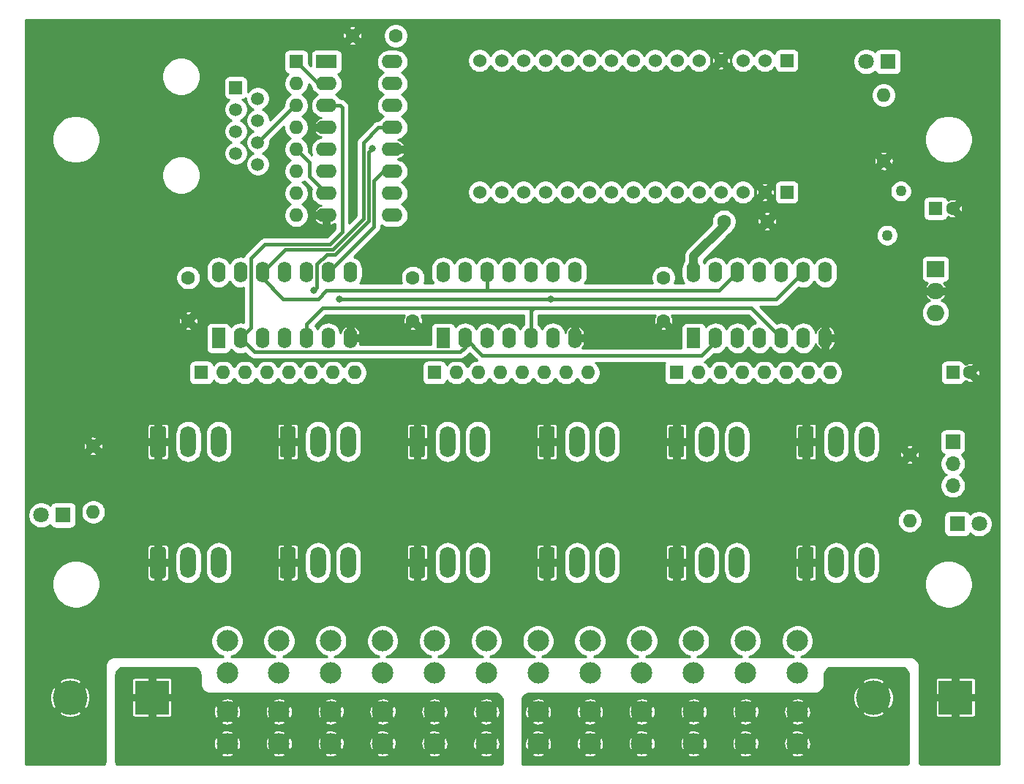
<source format=gbr>
%TF.GenerationSoftware,KiCad,Pcbnew,(5.1.9)-1*%
%TF.CreationDate,2021-01-05T00:42:27-05:00*%
%TF.ProjectId,Smart_Reciever_Max,536d6172-745f-4526-9563-69657665725f,v1*%
%TF.SameCoordinates,Original*%
%TF.FileFunction,Copper,L2,Bot*%
%TF.FilePolarity,Positive*%
%FSLAX46Y46*%
G04 Gerber Fmt 4.6, Leading zero omitted, Abs format (unit mm)*
G04 Created by KiCad (PCBNEW (5.1.9)-1) date 2021-01-05 00:42:27*
%MOMM*%
%LPD*%
G01*
G04 APERTURE LIST*
%TA.AperFunction,ComponentPad*%
%ADD10R,1.530000X1.530000*%
%TD*%
%TA.AperFunction,ComponentPad*%
%ADD11C,1.530000*%
%TD*%
%TA.AperFunction,ComponentPad*%
%ADD12C,4.000000*%
%TD*%
%TA.AperFunction,ComponentPad*%
%ADD13R,4.000000X4.000000*%
%TD*%
%TA.AperFunction,ComponentPad*%
%ADD14C,1.600000*%
%TD*%
%TA.AperFunction,ComponentPad*%
%ADD15O,1.800000X3.600000*%
%TD*%
%TA.AperFunction,ComponentPad*%
%ADD16O,1.600000X2.400000*%
%TD*%
%TA.AperFunction,ComponentPad*%
%ADD17R,1.600000X2.400000*%
%TD*%
%TA.AperFunction,ComponentPad*%
%ADD18O,2.400000X1.600000*%
%TD*%
%TA.AperFunction,ComponentPad*%
%ADD19R,2.400000X1.600000*%
%TD*%
%TA.AperFunction,ComponentPad*%
%ADD20O,1.600000X1.600000*%
%TD*%
%TA.AperFunction,ComponentPad*%
%ADD21R,1.600000X1.600000*%
%TD*%
%TA.AperFunction,ComponentPad*%
%ADD22C,1.270000*%
%TD*%
%TA.AperFunction,ComponentPad*%
%ADD23C,1.800000*%
%TD*%
%TA.AperFunction,ComponentPad*%
%ADD24R,1.800000X1.800000*%
%TD*%
%TA.AperFunction,ComponentPad*%
%ADD25O,2.000000X1.905000*%
%TD*%
%TA.AperFunction,ComponentPad*%
%ADD26R,2.000000X1.905000*%
%TD*%
%TA.AperFunction,ComponentPad*%
%ADD27O,1.700000X1.700000*%
%TD*%
%TA.AperFunction,ComponentPad*%
%ADD28R,1.700000X1.700000*%
%TD*%
%TA.AperFunction,ComponentPad*%
%ADD29C,1.500000*%
%TD*%
%TA.AperFunction,ComponentPad*%
%ADD30R,1.500000X1.500000*%
%TD*%
%TA.AperFunction,ComponentPad*%
%ADD31C,2.475000*%
%TD*%
%TA.AperFunction,ViaPad*%
%ADD32C,0.800000*%
%TD*%
%TA.AperFunction,Conductor*%
%ADD33C,1.000000*%
%TD*%
%TA.AperFunction,Conductor*%
%ADD34C,0.400000*%
%TD*%
%TA.AperFunction,Conductor*%
%ADD35C,0.254000*%
%TD*%
%TA.AperFunction,Conductor*%
%ADD36C,0.100000*%
%TD*%
G04 APERTURE END LIST*
D10*
%TO.P,A1,3.1*%
%TO.N,Net-(A1-Pad3.1)*%
X188780000Y-73880000D03*
%TO.P,A1,4.1*%
%TO.N,Net-(A1-Pad4.1)*%
X188780000Y-89120000D03*
D11*
%TO.P,A1,3.2*%
%TO.N,Net-(A1-Pad3.2)*%
X186240000Y-73880000D03*
%TO.P,A1,4.2*%
%TO.N,GND*%
X186240000Y-89120000D03*
%TO.P,A1,3.3*%
%TO.N,Net-(A1-Pad3.3)*%
X183700000Y-73880000D03*
%TO.P,A1,4.3*%
%TO.N,Net-(A1-Pad4.3)*%
X183700000Y-89120000D03*
%TO.P,A1,3.4*%
%TO.N,GND*%
X181160000Y-73880000D03*
%TO.P,A1,4.4*%
%TO.N,+5V*%
X181160000Y-89120000D03*
%TO.P,A1,3.5*%
%TO.N,Net-(A1-Pad3.5)*%
X178620000Y-73880000D03*
%TO.P,A1,4.5*%
%TO.N,EN4C*%
X178620000Y-89120000D03*
%TO.P,A1,3.6*%
%TO.N,Net-(A1-Pad3.6)*%
X176080000Y-73880000D03*
%TO.P,A1,4.6*%
%TO.N,EN3C*%
X176080000Y-89120000D03*
%TO.P,A1,3.7*%
%TO.N,Net-(A1-Pad3.7)*%
X173540000Y-73880000D03*
%TO.P,A1,4.7*%
%TO.N,EN2C*%
X173540000Y-89120000D03*
%TO.P,A1,3.8*%
%TO.N,EN4A*%
X171000000Y-73880000D03*
%TO.P,A1,4.8*%
%TO.N,EN1C*%
X171000000Y-89120000D03*
%TO.P,A1,3.9*%
%TO.N,EN3A*%
X168460000Y-73880000D03*
%TO.P,A1,4.9*%
%TO.N,EN4B*%
X168460000Y-89120000D03*
%TO.P,A1,3.10*%
%TO.N,EN2A*%
X165920000Y-73880000D03*
%TO.P,A1,4.10*%
%TO.N,EN3B*%
X165920000Y-89120000D03*
%TO.P,A1,3.11*%
%TO.N,EN1A*%
X163380000Y-73880000D03*
%TO.P,A1,4.11*%
%TO.N,EN2B*%
X163380000Y-89120000D03*
%TO.P,A1,3.12*%
%TO.N,DATA4*%
X160840000Y-73880000D03*
%TO.P,A1,4.12*%
%TO.N,EN1B*%
X160840000Y-89120000D03*
%TO.P,A1,3.13*%
%TO.N,DATA3*%
X158300000Y-73880000D03*
%TO.P,A1,4.13*%
%TO.N,Net-(A1-Pad4.13)*%
X158300000Y-89120000D03*
%TO.P,A1,3.14*%
%TO.N,DATA2*%
X155760000Y-73880000D03*
%TO.P,A1,4.14*%
%TO.N,+3V3*%
X155760000Y-89120000D03*
%TO.P,A1,3.15*%
%TO.N,DATA1*%
X153220000Y-73880000D03*
%TO.P,A1,4.15*%
%TO.N,Net-(A1-Pad4.15)*%
X153220000Y-89120000D03*
%TD*%
D12*
%TO.P,J14,2*%
%TO.N,VIN2*%
X198800000Y-147600000D03*
D13*
%TO.P,J14,1*%
%TO.N,GND*%
X208300000Y-147600000D03*
%TD*%
D12*
%TO.P,J13,2*%
%TO.N,GND*%
X105800000Y-147600000D03*
D13*
%TO.P,J13,1*%
%TO.N,VIN1*%
X115300000Y-147600000D03*
%TD*%
D14*
%TO.P,C14,2*%
%TO.N,GND*%
X174500000Y-104000000D03*
%TO.P,C14,1*%
%TO.N,+5V*%
X174500000Y-99000000D03*
%TD*%
D15*
%TO.P,J7,3*%
%TO.N,/Outputs/VOUT7*%
X168000000Y-118000000D03*
%TO.P,J7,2*%
%TO.N,/Outputs/DOUT7*%
X164500000Y-118000000D03*
%TO.P,J7,1*%
%TO.N,GND*%
%TA.AperFunction,ComponentPad*%
G36*
G01*
X160100000Y-119550000D02*
X160100000Y-116450000D01*
G75*
G02*
X160350000Y-116200000I250000J0D01*
G01*
X161650000Y-116200000D01*
G75*
G02*
X161900000Y-116450000I0J-250000D01*
G01*
X161900000Y-119550000D01*
G75*
G02*
X161650000Y-119800000I-250000J0D01*
G01*
X160350000Y-119800000D01*
G75*
G02*
X160100000Y-119550000I0J250000D01*
G01*
G37*
%TD.AperFunction*%
%TD*%
D14*
%TO.P,C3,2*%
%TO.N,GND*%
X186500000Y-92500000D03*
%TO.P,C3,1*%
%TO.N,+5V*%
X181500000Y-92500000D03*
%TD*%
D16*
%TO.P,U7,14*%
%TO.N,+5V*%
X178000000Y-98380000D03*
%TO.P,U7,7*%
%TO.N,GND*%
X193240000Y-106000000D03*
%TO.P,U7,13*%
%TO.N,EN2C*%
X180540000Y-98380000D03*
%TO.P,U7,6*%
%TO.N,Net-(RN3-Pad6)*%
X190700000Y-106000000D03*
%TO.P,U7,12*%
%TO.N,DATA2*%
X183080000Y-98380000D03*
%TO.P,U7,5*%
%TO.N,DATA3*%
X188160000Y-106000000D03*
%TO.P,U7,11*%
%TO.N,Net-(RN3-Pad4)*%
X185620000Y-98380000D03*
%TO.P,U7,4*%
%TO.N,EN3C*%
X185620000Y-106000000D03*
%TO.P,U7,10*%
%TO.N,EN4C*%
X188160000Y-98380000D03*
%TO.P,U7,3*%
%TO.N,Net-(RN3-Pad2)*%
X183080000Y-106000000D03*
%TO.P,U7,9*%
%TO.N,DATA4*%
X190700000Y-98380000D03*
%TO.P,U7,2*%
%TO.N,DATA1*%
X180540000Y-106000000D03*
%TO.P,U7,8*%
%TO.N,Net-(RN3-Pad8)*%
X193240000Y-98380000D03*
D17*
%TO.P,U7,1*%
%TO.N,EN1C*%
X178000000Y-106000000D03*
%TD*%
D16*
%TO.P,U6,14*%
%TO.N,+5V*%
X149000000Y-98380000D03*
%TO.P,U6,7*%
%TO.N,GND*%
X164240000Y-106000000D03*
%TO.P,U6,13*%
%TO.N,EN2B*%
X151540000Y-98380000D03*
%TO.P,U6,6*%
%TO.N,Net-(RN2-Pad6)*%
X161700000Y-106000000D03*
%TO.P,U6,12*%
%TO.N,DATA2*%
X154080000Y-98380000D03*
%TO.P,U6,5*%
%TO.N,DATA3*%
X159160000Y-106000000D03*
%TO.P,U6,11*%
%TO.N,Net-(RN2-Pad4)*%
X156620000Y-98380000D03*
%TO.P,U6,4*%
%TO.N,EN3B*%
X156620000Y-106000000D03*
%TO.P,U6,10*%
%TO.N,EN4B*%
X159160000Y-98380000D03*
%TO.P,U6,3*%
%TO.N,Net-(RN2-Pad2)*%
X154080000Y-106000000D03*
%TO.P,U6,9*%
%TO.N,DATA4*%
X161700000Y-98380000D03*
%TO.P,U6,2*%
%TO.N,DATA1*%
X151540000Y-106000000D03*
%TO.P,U6,8*%
%TO.N,Net-(RN2-Pad8)*%
X164240000Y-98380000D03*
D17*
%TO.P,U6,1*%
%TO.N,EN1B*%
X149000000Y-106000000D03*
%TD*%
D16*
%TO.P,U5,14*%
%TO.N,+5V*%
X123000000Y-98380000D03*
%TO.P,U5,7*%
%TO.N,GND*%
X138240000Y-106000000D03*
%TO.P,U5,13*%
%TO.N,EN2A*%
X125540000Y-98380000D03*
%TO.P,U5,6*%
%TO.N,Net-(RN1-Pad6)*%
X135700000Y-106000000D03*
%TO.P,U5,12*%
%TO.N,DATA2*%
X128080000Y-98380000D03*
%TO.P,U5,5*%
%TO.N,DATA3*%
X133160000Y-106000000D03*
%TO.P,U5,11*%
%TO.N,Net-(RN1-Pad4)*%
X130620000Y-98380000D03*
%TO.P,U5,4*%
%TO.N,EN3A*%
X130620000Y-106000000D03*
%TO.P,U5,10*%
%TO.N,EN4A*%
X133160000Y-98380000D03*
%TO.P,U5,3*%
%TO.N,Net-(RN1-Pad2)*%
X128080000Y-106000000D03*
%TO.P,U5,9*%
%TO.N,DATA4*%
X135700000Y-98380000D03*
%TO.P,U5,2*%
%TO.N,DATA1*%
X125540000Y-106000000D03*
%TO.P,U5,8*%
%TO.N,Net-(RN1-Pad8)*%
X138240000Y-98380000D03*
D17*
%TO.P,U5,1*%
%TO.N,EN1A*%
X123000000Y-106000000D03*
%TD*%
D18*
%TO.P,U3,16*%
%TO.N,+5V*%
X143120000Y-74000000D03*
%TO.P,U3,8*%
%TO.N,GND*%
X135500000Y-91780000D03*
%TO.P,U3,15*%
%TO.N,/Serial/Serial2_N*%
X143120000Y-76540000D03*
%TO.P,U3,7*%
%TO.N,/Serial/Serial3_N*%
X135500000Y-89240000D03*
%TO.P,U3,14*%
%TO.N,/Serial/Serial2_P*%
X143120000Y-79080000D03*
%TO.P,U3,6*%
%TO.N,/Serial/Serial3_P*%
X135500000Y-86700000D03*
%TO.P,U3,13*%
%TO.N,DATA2*%
X143120000Y-81620000D03*
%TO.P,U3,5*%
%TO.N,DATA3*%
X135500000Y-84160000D03*
%TO.P,U3,12*%
%TO.N,GND*%
X143120000Y-84160000D03*
%TO.P,U3,4*%
X135500000Y-81620000D03*
%TO.P,U3,11*%
%TO.N,DATA4*%
X143120000Y-86700000D03*
%TO.P,U3,3*%
%TO.N,DATA1*%
X135500000Y-79080000D03*
%TO.P,U3,10*%
%TO.N,/Serial/Serial4_P*%
X143120000Y-89240000D03*
%TO.P,U3,2*%
%TO.N,/Serial/Serial1_P*%
X135500000Y-76540000D03*
%TO.P,U3,9*%
%TO.N,/Serial/Serial4_N*%
X143120000Y-91780000D03*
D19*
%TO.P,U3,1*%
%TO.N,/Serial/Serial1_N*%
X135500000Y-74000000D03*
%TD*%
D20*
%TO.P,RN4,8*%
%TO.N,/Serial/Serial4_N*%
X132000000Y-91780000D03*
%TO.P,RN4,7*%
%TO.N,/Serial/Serial4_P*%
X132000000Y-89240000D03*
%TO.P,RN4,6*%
%TO.N,/Serial/Serial3_P*%
X132000000Y-86700000D03*
%TO.P,RN4,5*%
%TO.N,/Serial/Serial3_N*%
X132000000Y-84160000D03*
%TO.P,RN4,4*%
%TO.N,/Serial/Serial2_P*%
X132000000Y-81620000D03*
%TO.P,RN4,3*%
%TO.N,/Serial/Serial2_N*%
X132000000Y-79080000D03*
%TO.P,RN4,2*%
%TO.N,/Serial/Serial1_N*%
X132000000Y-76540000D03*
D21*
%TO.P,RN4,1*%
%TO.N,/Serial/Serial1_P*%
X132000000Y-74000000D03*
%TD*%
D20*
%TO.P,R5,2*%
%TO.N,Net-(D5-Pad1)*%
X200000000Y-77880000D03*
D14*
%TO.P,R5,1*%
%TO.N,GND*%
X200000000Y-85500000D03*
%TD*%
D20*
%TO.P,R3,2*%
%TO.N,Net-(D3-Pad1)*%
X203000000Y-127120000D03*
D14*
%TO.P,R3,1*%
%TO.N,GND*%
X203000000Y-119500000D03*
%TD*%
D20*
%TO.P,R1,2*%
%TO.N,Net-(D2-Pad1)*%
X108500000Y-126120000D03*
D14*
%TO.P,R1,1*%
%TO.N,GND*%
X108500000Y-118500000D03*
%TD*%
D22*
%TO.P,F13,1*%
%TO.N,+5V*%
X202000000Y-89000000D03*
%TO.P,F13,2*%
%TO.N,5IN*%
X200400000Y-94100000D03*
%TD*%
D23*
%TO.P,D5,2*%
%TO.N,Net-(A1-Pad3.1)*%
X197960000Y-74000000D03*
D24*
%TO.P,D5,1*%
%TO.N,Net-(D5-Pad1)*%
X200500000Y-74000000D03*
%TD*%
D23*
%TO.P,D3,2*%
%TO.N,VIN2*%
X211040000Y-127500000D03*
D24*
%TO.P,D3,1*%
%TO.N,Net-(D3-Pad1)*%
X208500000Y-127500000D03*
%TD*%
D23*
%TO.P,D2,2*%
%TO.N,VIN1*%
X102460000Y-126500000D03*
D24*
%TO.P,D2,1*%
%TO.N,Net-(D2-Pad1)*%
X105000000Y-126500000D03*
%TD*%
D14*
%TO.P,C13,2*%
%TO.N,GND*%
X145500000Y-104000000D03*
%TO.P,C13,1*%
%TO.N,+5V*%
X145500000Y-99000000D03*
%TD*%
%TO.P,C12,2*%
%TO.N,GND*%
X119500000Y-104000000D03*
%TO.P,C12,1*%
%TO.N,+5V*%
X119500000Y-99000000D03*
%TD*%
%TO.P,C4,2*%
%TO.N,GND*%
X138500000Y-71000000D03*
%TO.P,C4,1*%
%TO.N,+5V*%
X143500000Y-71000000D03*
%TD*%
%TO.P,C2,2*%
%TO.N,GND*%
X208000000Y-91000000D03*
D21*
%TO.P,C2,1*%
%TO.N,5IN*%
X206000000Y-91000000D03*
%TD*%
D14*
%TO.P,C1,2*%
%TO.N,GND*%
X210000000Y-110000000D03*
D21*
%TO.P,C1,1*%
%TO.N,/PWR*%
X208000000Y-110000000D03*
%TD*%
D25*
%TO.P,U2,3*%
%TO.N,5IN*%
X206000000Y-103080000D03*
%TO.P,U2,2*%
%TO.N,GND*%
X206000000Y-100540000D03*
D26*
%TO.P,U2,1*%
%TO.N,/PWR*%
X206000000Y-98000000D03*
%TD*%
D20*
%TO.P,RN3,8*%
%TO.N,Net-(RN3-Pad8)*%
X193780000Y-110000000D03*
%TO.P,RN3,7*%
%TO.N,/Outputs/DOUT12*%
X191240000Y-110000000D03*
%TO.P,RN3,6*%
%TO.N,Net-(RN3-Pad6)*%
X188700000Y-110000000D03*
%TO.P,RN3,5*%
%TO.N,/Outputs/DOUT11*%
X186160000Y-110000000D03*
%TO.P,RN3,4*%
%TO.N,Net-(RN3-Pad4)*%
X183620000Y-110000000D03*
%TO.P,RN3,3*%
%TO.N,/Outputs/DOUT10*%
X181080000Y-110000000D03*
%TO.P,RN3,2*%
%TO.N,Net-(RN3-Pad2)*%
X178540000Y-110000000D03*
D21*
%TO.P,RN3,1*%
%TO.N,/Outputs/DOUT9*%
X176000000Y-110000000D03*
%TD*%
D20*
%TO.P,RN2,8*%
%TO.N,Net-(RN2-Pad8)*%
X165780000Y-110000000D03*
%TO.P,RN2,7*%
%TO.N,/Outputs/DOUT8*%
X163240000Y-110000000D03*
%TO.P,RN2,6*%
%TO.N,Net-(RN2-Pad6)*%
X160700000Y-110000000D03*
%TO.P,RN2,5*%
%TO.N,/Outputs/DOUT7*%
X158160000Y-110000000D03*
%TO.P,RN2,4*%
%TO.N,Net-(RN2-Pad4)*%
X155620000Y-110000000D03*
%TO.P,RN2,3*%
%TO.N,/Outputs/DOUT6*%
X153080000Y-110000000D03*
%TO.P,RN2,2*%
%TO.N,Net-(RN2-Pad2)*%
X150540000Y-110000000D03*
D21*
%TO.P,RN2,1*%
%TO.N,/Outputs/DOUT5*%
X148000000Y-110000000D03*
%TD*%
D20*
%TO.P,RN1,8*%
%TO.N,Net-(RN1-Pad8)*%
X138780000Y-110000000D03*
%TO.P,RN1,7*%
%TO.N,/Outputs/DOUT4*%
X136240000Y-110000000D03*
%TO.P,RN1,6*%
%TO.N,Net-(RN1-Pad6)*%
X133700000Y-110000000D03*
%TO.P,RN1,5*%
%TO.N,/Outputs/DOUT3*%
X131160000Y-110000000D03*
%TO.P,RN1,4*%
%TO.N,Net-(RN1-Pad4)*%
X128620000Y-110000000D03*
%TO.P,RN1,3*%
%TO.N,/Outputs/DOUT2*%
X126080000Y-110000000D03*
%TO.P,RN1,2*%
%TO.N,Net-(RN1-Pad2)*%
X123540000Y-110000000D03*
D21*
%TO.P,RN1,1*%
%TO.N,/Outputs/DOUT1*%
X121000000Y-110000000D03*
%TD*%
D27*
%TO.P,J15,3*%
%TO.N,5IN*%
X208000000Y-123080000D03*
%TO.P,J15,2*%
%TO.N,VIN2*%
X208000000Y-120540000D03*
D28*
%TO.P,J15,1*%
%TO.N,/PWR*%
X208000000Y-118000000D03*
%TD*%
D29*
%TO.P,J16,8*%
%TO.N,/Serial/Serial4_N*%
X127540000Y-85890000D03*
%TO.P,J16,7*%
%TO.N,/Serial/Serial4_P*%
X125000000Y-84620000D03*
%TO.P,J16,6*%
%TO.N,/Serial/Serial2_N*%
X127540000Y-83350000D03*
%TO.P,J16,5*%
%TO.N,/Serial/Serial3_P*%
X125000000Y-82080000D03*
%TO.P,J16,4*%
%TO.N,/Serial/Serial3_N*%
X127540000Y-80810000D03*
%TO.P,J16,3*%
%TO.N,/Serial/Serial2_P*%
X125000000Y-79540000D03*
%TO.P,J16,2*%
%TO.N,/Serial/Serial1_N*%
X127540000Y-78270000D03*
D30*
%TO.P,J16,1*%
%TO.N,/Serial/Serial1_P*%
X125000000Y-77000000D03*
%TD*%
D15*
%TO.P,J12,3*%
%TO.N,/Outputs/VOUT12*%
X198000000Y-132000000D03*
%TO.P,J12,2*%
%TO.N,/Outputs/DOUT12*%
X194500000Y-132000000D03*
%TO.P,J12,1*%
%TO.N,GND*%
%TA.AperFunction,ComponentPad*%
G36*
G01*
X190100000Y-133550000D02*
X190100000Y-130450000D01*
G75*
G02*
X190350000Y-130200000I250000J0D01*
G01*
X191650000Y-130200000D01*
G75*
G02*
X191900000Y-130450000I0J-250000D01*
G01*
X191900000Y-133550000D01*
G75*
G02*
X191650000Y-133800000I-250000J0D01*
G01*
X190350000Y-133800000D01*
G75*
G02*
X190100000Y-133550000I0J250000D01*
G01*
G37*
%TD.AperFunction*%
%TD*%
%TO.P,J11,3*%
%TO.N,/Outputs/VOUT11*%
X198000000Y-118000000D03*
%TO.P,J11,2*%
%TO.N,/Outputs/DOUT11*%
X194500000Y-118000000D03*
%TO.P,J11,1*%
%TO.N,GND*%
%TA.AperFunction,ComponentPad*%
G36*
G01*
X190100000Y-119550000D02*
X190100000Y-116450000D01*
G75*
G02*
X190350000Y-116200000I250000J0D01*
G01*
X191650000Y-116200000D01*
G75*
G02*
X191900000Y-116450000I0J-250000D01*
G01*
X191900000Y-119550000D01*
G75*
G02*
X191650000Y-119800000I-250000J0D01*
G01*
X190350000Y-119800000D01*
G75*
G02*
X190100000Y-119550000I0J250000D01*
G01*
G37*
%TD.AperFunction*%
%TD*%
%TO.P,J10,3*%
%TO.N,/Outputs/VOUT10*%
X183000000Y-132000000D03*
%TO.P,J10,2*%
%TO.N,/Outputs/DOUT10*%
X179500000Y-132000000D03*
%TO.P,J10,1*%
%TO.N,GND*%
%TA.AperFunction,ComponentPad*%
G36*
G01*
X175100000Y-133550000D02*
X175100000Y-130450000D01*
G75*
G02*
X175350000Y-130200000I250000J0D01*
G01*
X176650000Y-130200000D01*
G75*
G02*
X176900000Y-130450000I0J-250000D01*
G01*
X176900000Y-133550000D01*
G75*
G02*
X176650000Y-133800000I-250000J0D01*
G01*
X175350000Y-133800000D01*
G75*
G02*
X175100000Y-133550000I0J250000D01*
G01*
G37*
%TD.AperFunction*%
%TD*%
%TO.P,J9,3*%
%TO.N,/Outputs/VOUT9*%
X183000000Y-118000000D03*
%TO.P,J9,2*%
%TO.N,/Outputs/DOUT9*%
X179500000Y-118000000D03*
%TO.P,J9,1*%
%TO.N,GND*%
%TA.AperFunction,ComponentPad*%
G36*
G01*
X175100000Y-119550000D02*
X175100000Y-116450000D01*
G75*
G02*
X175350000Y-116200000I250000J0D01*
G01*
X176650000Y-116200000D01*
G75*
G02*
X176900000Y-116450000I0J-250000D01*
G01*
X176900000Y-119550000D01*
G75*
G02*
X176650000Y-119800000I-250000J0D01*
G01*
X175350000Y-119800000D01*
G75*
G02*
X175100000Y-119550000I0J250000D01*
G01*
G37*
%TD.AperFunction*%
%TD*%
%TO.P,J8,3*%
%TO.N,/Outputs/VOUT8*%
X168000000Y-132000000D03*
%TO.P,J8,2*%
%TO.N,/Outputs/DOUT8*%
X164500000Y-132000000D03*
%TO.P,J8,1*%
%TO.N,GND*%
%TA.AperFunction,ComponentPad*%
G36*
G01*
X160100000Y-133550000D02*
X160100000Y-130450000D01*
G75*
G02*
X160350000Y-130200000I250000J0D01*
G01*
X161650000Y-130200000D01*
G75*
G02*
X161900000Y-130450000I0J-250000D01*
G01*
X161900000Y-133550000D01*
G75*
G02*
X161650000Y-133800000I-250000J0D01*
G01*
X160350000Y-133800000D01*
G75*
G02*
X160100000Y-133550000I0J250000D01*
G01*
G37*
%TD.AperFunction*%
%TD*%
%TO.P,J6,3*%
%TO.N,/Outputs/VOUT6*%
X153000000Y-132000000D03*
%TO.P,J6,2*%
%TO.N,/Outputs/DOUT6*%
X149500000Y-132000000D03*
%TO.P,J6,1*%
%TO.N,GND*%
%TA.AperFunction,ComponentPad*%
G36*
G01*
X145100000Y-133550000D02*
X145100000Y-130450000D01*
G75*
G02*
X145350000Y-130200000I250000J0D01*
G01*
X146650000Y-130200000D01*
G75*
G02*
X146900000Y-130450000I0J-250000D01*
G01*
X146900000Y-133550000D01*
G75*
G02*
X146650000Y-133800000I-250000J0D01*
G01*
X145350000Y-133800000D01*
G75*
G02*
X145100000Y-133550000I0J250000D01*
G01*
G37*
%TD.AperFunction*%
%TD*%
%TO.P,J5,3*%
%TO.N,/Outputs/VOUT5*%
X153000000Y-118000000D03*
%TO.P,J5,2*%
%TO.N,/Outputs/DOUT5*%
X149500000Y-118000000D03*
%TO.P,J5,1*%
%TO.N,GND*%
%TA.AperFunction,ComponentPad*%
G36*
G01*
X145100000Y-119550000D02*
X145100000Y-116450000D01*
G75*
G02*
X145350000Y-116200000I250000J0D01*
G01*
X146650000Y-116200000D01*
G75*
G02*
X146900000Y-116450000I0J-250000D01*
G01*
X146900000Y-119550000D01*
G75*
G02*
X146650000Y-119800000I-250000J0D01*
G01*
X145350000Y-119800000D01*
G75*
G02*
X145100000Y-119550000I0J250000D01*
G01*
G37*
%TD.AperFunction*%
%TD*%
%TO.P,J4,3*%
%TO.N,/Outputs/VOUT4*%
X138000000Y-132000000D03*
%TO.P,J4,2*%
%TO.N,/Outputs/DOUT4*%
X134500000Y-132000000D03*
%TO.P,J4,1*%
%TO.N,GND*%
%TA.AperFunction,ComponentPad*%
G36*
G01*
X130100000Y-133550000D02*
X130100000Y-130450000D01*
G75*
G02*
X130350000Y-130200000I250000J0D01*
G01*
X131650000Y-130200000D01*
G75*
G02*
X131900000Y-130450000I0J-250000D01*
G01*
X131900000Y-133550000D01*
G75*
G02*
X131650000Y-133800000I-250000J0D01*
G01*
X130350000Y-133800000D01*
G75*
G02*
X130100000Y-133550000I0J250000D01*
G01*
G37*
%TD.AperFunction*%
%TD*%
%TO.P,J3,3*%
%TO.N,/Outputs/VOUT3*%
X138000000Y-118000000D03*
%TO.P,J3,2*%
%TO.N,/Outputs/DOUT3*%
X134500000Y-118000000D03*
%TO.P,J3,1*%
%TO.N,GND*%
%TA.AperFunction,ComponentPad*%
G36*
G01*
X130100000Y-119550000D02*
X130100000Y-116450000D01*
G75*
G02*
X130350000Y-116200000I250000J0D01*
G01*
X131650000Y-116200000D01*
G75*
G02*
X131900000Y-116450000I0J-250000D01*
G01*
X131900000Y-119550000D01*
G75*
G02*
X131650000Y-119800000I-250000J0D01*
G01*
X130350000Y-119800000D01*
G75*
G02*
X130100000Y-119550000I0J250000D01*
G01*
G37*
%TD.AperFunction*%
%TD*%
%TO.P,J2,3*%
%TO.N,/Outputs/VOUT2*%
X123000000Y-132000000D03*
%TO.P,J2,2*%
%TO.N,/Outputs/DOUT2*%
X119500000Y-132000000D03*
%TO.P,J2,1*%
%TO.N,GND*%
%TA.AperFunction,ComponentPad*%
G36*
G01*
X115100000Y-133550000D02*
X115100000Y-130450000D01*
G75*
G02*
X115350000Y-130200000I250000J0D01*
G01*
X116650000Y-130200000D01*
G75*
G02*
X116900000Y-130450000I0J-250000D01*
G01*
X116900000Y-133550000D01*
G75*
G02*
X116650000Y-133800000I-250000J0D01*
G01*
X115350000Y-133800000D01*
G75*
G02*
X115100000Y-133550000I0J250000D01*
G01*
G37*
%TD.AperFunction*%
%TD*%
%TO.P,J1,3*%
%TO.N,/Outputs/VOUT1*%
X123000000Y-118000000D03*
%TO.P,J1,2*%
%TO.N,/Outputs/DOUT1*%
X119500000Y-118000000D03*
%TO.P,J1,1*%
%TO.N,GND*%
%TA.AperFunction,ComponentPad*%
G36*
G01*
X115100000Y-119550000D02*
X115100000Y-116450000D01*
G75*
G02*
X115350000Y-116200000I250000J0D01*
G01*
X116650000Y-116200000D01*
G75*
G02*
X116900000Y-116450000I0J-250000D01*
G01*
X116900000Y-119550000D01*
G75*
G02*
X116650000Y-119800000I-250000J0D01*
G01*
X115350000Y-119800000D01*
G75*
G02*
X115100000Y-119550000I0J250000D01*
G01*
G37*
%TD.AperFunction*%
%TD*%
D31*
%TO.P,F12,2_2*%
%TO.N,/Outputs/VOUT12*%
X190000000Y-141050000D03*
%TO.P,F12,1_1*%
%TO.N,VIN2*%
X190000000Y-152950000D03*
%TO.P,F12,2_1*%
%TO.N,/Outputs/VOUT12*%
X190000000Y-144750000D03*
%TO.P,F12,1_2*%
%TO.N,VIN2*%
X190000000Y-149250000D03*
%TD*%
%TO.P,F11,2_2*%
%TO.N,/Outputs/VOUT11*%
X184000000Y-141050000D03*
%TO.P,F11,1_1*%
%TO.N,VIN2*%
X184000000Y-152950000D03*
%TO.P,F11,2_1*%
%TO.N,/Outputs/VOUT11*%
X184000000Y-144750000D03*
%TO.P,F11,1_2*%
%TO.N,VIN2*%
X184000000Y-149250000D03*
%TD*%
%TO.P,F10,2_2*%
%TO.N,/Outputs/VOUT10*%
X178000000Y-141050000D03*
%TO.P,F10,1_1*%
%TO.N,VIN2*%
X178000000Y-152950000D03*
%TO.P,F10,2_1*%
%TO.N,/Outputs/VOUT10*%
X178000000Y-144750000D03*
%TO.P,F10,1_2*%
%TO.N,VIN2*%
X178000000Y-149250000D03*
%TD*%
%TO.P,F9,2_2*%
%TO.N,/Outputs/VOUT9*%
X172000000Y-141050000D03*
%TO.P,F9,1_1*%
%TO.N,VIN2*%
X172000000Y-152950000D03*
%TO.P,F9,2_1*%
%TO.N,/Outputs/VOUT9*%
X172000000Y-144750000D03*
%TO.P,F9,1_2*%
%TO.N,VIN2*%
X172000000Y-149250000D03*
%TD*%
%TO.P,F8,2_2*%
%TO.N,/Outputs/VOUT8*%
X166000000Y-141050000D03*
%TO.P,F8,1_1*%
%TO.N,VIN2*%
X166000000Y-152950000D03*
%TO.P,F8,2_1*%
%TO.N,/Outputs/VOUT8*%
X166000000Y-144750000D03*
%TO.P,F8,1_2*%
%TO.N,VIN2*%
X166000000Y-149250000D03*
%TD*%
%TO.P,F7,2_2*%
%TO.N,/Outputs/VOUT7*%
X160000000Y-141050000D03*
%TO.P,F7,1_1*%
%TO.N,VIN2*%
X160000000Y-152950000D03*
%TO.P,F7,2_1*%
%TO.N,/Outputs/VOUT7*%
X160000000Y-144750000D03*
%TO.P,F7,1_2*%
%TO.N,VIN2*%
X160000000Y-149250000D03*
%TD*%
%TO.P,F6,2_2*%
%TO.N,/Outputs/VOUT6*%
X154000000Y-141050000D03*
%TO.P,F6,1_1*%
%TO.N,VIN1*%
X154000000Y-152950000D03*
%TO.P,F6,2_1*%
%TO.N,/Outputs/VOUT6*%
X154000000Y-144750000D03*
%TO.P,F6,1_2*%
%TO.N,VIN1*%
X154000000Y-149250000D03*
%TD*%
%TO.P,F5,2_2*%
%TO.N,/Outputs/VOUT5*%
X148000000Y-141050000D03*
%TO.P,F5,1_1*%
%TO.N,VIN1*%
X148000000Y-152950000D03*
%TO.P,F5,2_1*%
%TO.N,/Outputs/VOUT5*%
X148000000Y-144750000D03*
%TO.P,F5,1_2*%
%TO.N,VIN1*%
X148000000Y-149250000D03*
%TD*%
%TO.P,F4,2_2*%
%TO.N,/Outputs/VOUT4*%
X142000000Y-141050000D03*
%TO.P,F4,1_1*%
%TO.N,VIN1*%
X142000000Y-152950000D03*
%TO.P,F4,2_1*%
%TO.N,/Outputs/VOUT4*%
X142000000Y-144750000D03*
%TO.P,F4,1_2*%
%TO.N,VIN1*%
X142000000Y-149250000D03*
%TD*%
%TO.P,F3,2_2*%
%TO.N,/Outputs/VOUT3*%
X136000000Y-141050000D03*
%TO.P,F3,1_1*%
%TO.N,VIN1*%
X136000000Y-152950000D03*
%TO.P,F3,2_1*%
%TO.N,/Outputs/VOUT3*%
X136000000Y-144750000D03*
%TO.P,F3,1_2*%
%TO.N,VIN1*%
X136000000Y-149250000D03*
%TD*%
%TO.P,F2,2_2*%
%TO.N,/Outputs/VOUT2*%
X130000000Y-141050000D03*
%TO.P,F2,1_1*%
%TO.N,VIN1*%
X130000000Y-152950000D03*
%TO.P,F2,2_1*%
%TO.N,/Outputs/VOUT2*%
X130000000Y-144750000D03*
%TO.P,F2,1_2*%
%TO.N,VIN1*%
X130000000Y-149250000D03*
%TD*%
%TO.P,F1,2_2*%
%TO.N,/Outputs/VOUT1*%
X124000000Y-141050000D03*
%TO.P,F1,1_1*%
%TO.N,VIN1*%
X124000000Y-152950000D03*
%TO.P,F1,2_1*%
%TO.N,/Outputs/VOUT1*%
X124000000Y-144750000D03*
%TO.P,F1,1_2*%
%TO.N,VIN1*%
X124000000Y-149250000D03*
%TD*%
D32*
%TO.N,GND*%
X139000000Y-82000000D03*
X146500000Y-76000000D03*
X121000000Y-70000000D03*
X119000000Y-93000000D03*
X142500000Y-98500000D03*
X170500000Y-92000000D03*
X171500000Y-111000000D03*
X196000000Y-111500000D03*
X189000000Y-94500000D03*
X201500000Y-91000000D03*
X203000000Y-97000000D03*
X194000000Y-72500000D03*
X191000000Y-72500000D03*
X147500000Y-73000000D03*
X125500000Y-75000000D03*
X128500000Y-74500000D03*
X138500000Y-75000000D03*
X127000000Y-92500000D03*
X154500000Y-85500000D03*
X160000000Y-79500000D03*
X179000000Y-85000000D03*
X105000000Y-75000000D03*
X105000000Y-95000000D03*
X105000000Y-105000000D03*
X105000000Y-115000000D03*
X210000000Y-75000000D03*
X190000000Y-80000000D03*
X180000000Y-80000000D03*
X170000000Y-80000000D03*
X200000000Y-110000000D03*
X200000000Y-105000000D03*
X210000000Y-95000000D03*
X115000000Y-105000000D03*
X138500000Y-91700000D03*
%TO.N,DATA4*%
X161500000Y-101500000D03*
X137000008Y-101500000D03*
%TO.N,DATA3*%
X134000000Y-100500000D03*
X140800010Y-84065693D03*
%TD*%
D33*
%TO.N,+5V*%
X178000000Y-96500000D02*
X178000000Y-98380000D01*
X181500000Y-93000000D02*
X178000000Y-96500000D01*
D34*
%TO.N,DATA4*%
X190700000Y-98380000D02*
X187580000Y-101500000D01*
X187580000Y-101500000D02*
X161500000Y-101500000D01*
X161500000Y-101500000D02*
X160934315Y-101500000D01*
X160934315Y-101500000D02*
X137000008Y-101500000D01*
X141000000Y-93080000D02*
X135700000Y-98380000D01*
X142100000Y-86700000D02*
X141000000Y-87800000D01*
X141000000Y-87800000D02*
X141000000Y-93080000D01*
X143120000Y-86700000D02*
X142100000Y-86700000D01*
%TO.N,DATA3*%
X159160000Y-106000000D02*
X159160000Y-103660000D01*
X133160000Y-104400000D02*
X133160000Y-106000000D01*
X135060000Y-102500000D02*
X133160000Y-104400000D01*
X188160000Y-106000000D02*
X184660000Y-102500000D01*
X159160000Y-102840000D02*
X159500000Y-102500000D01*
X159160000Y-106000000D02*
X159160000Y-102840000D01*
X159500000Y-102500000D02*
X135060000Y-102500000D01*
X184660000Y-102500000D02*
X159500000Y-102500000D01*
X140399989Y-84465714D02*
X140800010Y-84065693D01*
X140399989Y-92448554D02*
X140399989Y-84465714D01*
X136522919Y-96325624D02*
X140399989Y-92448554D01*
X135522920Y-96325624D02*
X136522919Y-96325624D01*
X134399999Y-97448544D02*
X135522920Y-96325624D01*
X134399999Y-100100001D02*
X134399999Y-97448544D01*
X134000000Y-100500000D02*
X134399999Y-100100001D01*
%TO.N,DATA2*%
X128080000Y-97900000D02*
X128080000Y-98380000D01*
X180960000Y-100500000D02*
X156200000Y-100500000D01*
X183080000Y-98380000D02*
X180960000Y-100500000D01*
X154080000Y-100420000D02*
X154000000Y-100500000D01*
X154080000Y-98380000D02*
X154080000Y-100420000D01*
X156200000Y-100500000D02*
X154000000Y-100500000D01*
X128080000Y-99080000D02*
X128080000Y-98380000D01*
X134500000Y-101500000D02*
X130500000Y-101500000D01*
X135500000Y-100500000D02*
X134500000Y-101500000D01*
X130500000Y-101500000D02*
X128080000Y-99080000D01*
X154000000Y-100500000D02*
X135500000Y-100500000D01*
X139799978Y-92200022D02*
X136274387Y-95725613D01*
X130734387Y-95725613D02*
X128080000Y-98380000D01*
X139799978Y-83340022D02*
X139799978Y-92200022D01*
X141520000Y-81620000D02*
X139799978Y-83340022D01*
X136274387Y-95725613D02*
X130734387Y-95725613D01*
X143120000Y-81620000D02*
X141520000Y-81620000D01*
%TO.N,DATA1*%
X178940000Y-108000000D02*
X153540000Y-108000000D01*
X153540000Y-108000000D02*
X151540000Y-106000000D01*
X180540000Y-106000000D02*
X180540000Y-106400000D01*
X180540000Y-106400000D02*
X178940000Y-108000000D01*
X127140010Y-107600010D02*
X125540000Y-106000000D01*
X151000000Y-107600010D02*
X127140010Y-107600010D01*
X151540000Y-107060010D02*
X151000000Y-107600010D01*
X151540000Y-106000000D02*
X151540000Y-107060010D01*
X126740010Y-96759990D02*
X126740010Y-104799990D01*
X128374398Y-95125602D02*
X126740010Y-96759990D01*
X135874398Y-95125602D02*
X128374398Y-95125602D01*
X137300000Y-93700000D02*
X135874398Y-95125602D01*
X137300000Y-79280000D02*
X137300000Y-93700000D01*
X126740010Y-104799990D02*
X125540000Y-106000000D01*
X137100000Y-79080000D02*
X137300000Y-79280000D01*
X135500000Y-79080000D02*
X137100000Y-79080000D01*
%TO.N,/Serial/Serial2_N*%
X131810000Y-79080000D02*
X132000000Y-79080000D01*
X127540000Y-83350000D02*
X131810000Y-79080000D01*
%TO.N,/Serial/Serial3_N*%
X135500000Y-89160000D02*
X135500000Y-89240000D01*
X133500000Y-85660000D02*
X132000000Y-84160000D01*
X133500000Y-87240000D02*
X133500000Y-85660000D01*
X135500000Y-89240000D02*
X133500000Y-87240000D01*
%TO.N,/Serial/Serial1_P*%
X132000000Y-74000000D02*
X134540000Y-76540000D01*
%TD*%
D35*
%TO.N,VIN1*%
X120170189Y-144144376D02*
X120333850Y-144194022D01*
X120484672Y-144274638D01*
X120616870Y-144383130D01*
X120725362Y-144515328D01*
X120805978Y-144666150D01*
X120855624Y-144829811D01*
X120873000Y-145006234D01*
X120873000Y-146000000D01*
X120873612Y-146012448D01*
X120892827Y-146207538D01*
X120897683Y-146231956D01*
X120954588Y-146419549D01*
X120964116Y-146442550D01*
X121056526Y-146615437D01*
X121070358Y-146636138D01*
X121194721Y-146787675D01*
X121212325Y-146805279D01*
X121363862Y-146929642D01*
X121384563Y-146943474D01*
X121557450Y-147035884D01*
X121580451Y-147045412D01*
X121768044Y-147102317D01*
X121792462Y-147107173D01*
X121987552Y-147126388D01*
X122000000Y-147127000D01*
X154993766Y-147127000D01*
X155170189Y-147144376D01*
X155333850Y-147194022D01*
X155484672Y-147274638D01*
X155616870Y-147383130D01*
X155725362Y-147515328D01*
X155805978Y-147666150D01*
X155855624Y-147829811D01*
X155873000Y-148006234D01*
X155873000Y-154993766D01*
X155855624Y-155170189D01*
X155805978Y-155333850D01*
X155802691Y-155340000D01*
X111197309Y-155340000D01*
X111194022Y-155333850D01*
X111144376Y-155170189D01*
X111127000Y-154993766D01*
X111127000Y-154213736D01*
X123198712Y-154213736D01*
X123355890Y-154392868D01*
X123649756Y-154490803D01*
X123957081Y-154529525D01*
X124266056Y-154507548D01*
X124564806Y-154425716D01*
X124644110Y-154392868D01*
X124801288Y-154213736D01*
X129198712Y-154213736D01*
X129355890Y-154392868D01*
X129649756Y-154490803D01*
X129957081Y-154529525D01*
X130266056Y-154507548D01*
X130564806Y-154425716D01*
X130644110Y-154392868D01*
X130801288Y-154213736D01*
X135198712Y-154213736D01*
X135355890Y-154392868D01*
X135649756Y-154490803D01*
X135957081Y-154529525D01*
X136266056Y-154507548D01*
X136564806Y-154425716D01*
X136644110Y-154392868D01*
X136801288Y-154213736D01*
X141198712Y-154213736D01*
X141355890Y-154392868D01*
X141649756Y-154490803D01*
X141957081Y-154529525D01*
X142266056Y-154507548D01*
X142564806Y-154425716D01*
X142644110Y-154392868D01*
X142801288Y-154213736D01*
X147198712Y-154213736D01*
X147355890Y-154392868D01*
X147649756Y-154490803D01*
X147957081Y-154529525D01*
X148266056Y-154507548D01*
X148564806Y-154425716D01*
X148644110Y-154392868D01*
X148801288Y-154213736D01*
X153198712Y-154213736D01*
X153355890Y-154392868D01*
X153649756Y-154490803D01*
X153957081Y-154529525D01*
X154266056Y-154507548D01*
X154564806Y-154425716D01*
X154644110Y-154392868D01*
X154801288Y-154213736D01*
X154000000Y-153412448D01*
X153198712Y-154213736D01*
X148801288Y-154213736D01*
X148000000Y-153412448D01*
X147198712Y-154213736D01*
X142801288Y-154213736D01*
X142000000Y-153412448D01*
X141198712Y-154213736D01*
X136801288Y-154213736D01*
X136000000Y-153412448D01*
X135198712Y-154213736D01*
X130801288Y-154213736D01*
X130000000Y-153412448D01*
X129198712Y-154213736D01*
X124801288Y-154213736D01*
X124000000Y-153412448D01*
X123198712Y-154213736D01*
X111127000Y-154213736D01*
X111127000Y-152907081D01*
X122420475Y-152907081D01*
X122442452Y-153216056D01*
X122524284Y-153514806D01*
X122557132Y-153594110D01*
X122736264Y-153751288D01*
X123537552Y-152950000D01*
X124462448Y-152950000D01*
X125263736Y-153751288D01*
X125442868Y-153594110D01*
X125540803Y-153300244D01*
X125579525Y-152992919D01*
X125573420Y-152907081D01*
X128420475Y-152907081D01*
X128442452Y-153216056D01*
X128524284Y-153514806D01*
X128557132Y-153594110D01*
X128736264Y-153751288D01*
X129537552Y-152950000D01*
X130462448Y-152950000D01*
X131263736Y-153751288D01*
X131442868Y-153594110D01*
X131540803Y-153300244D01*
X131579525Y-152992919D01*
X131573420Y-152907081D01*
X134420475Y-152907081D01*
X134442452Y-153216056D01*
X134524284Y-153514806D01*
X134557132Y-153594110D01*
X134736264Y-153751288D01*
X135537552Y-152950000D01*
X136462448Y-152950000D01*
X137263736Y-153751288D01*
X137442868Y-153594110D01*
X137540803Y-153300244D01*
X137579525Y-152992919D01*
X137573420Y-152907081D01*
X140420475Y-152907081D01*
X140442452Y-153216056D01*
X140524284Y-153514806D01*
X140557132Y-153594110D01*
X140736264Y-153751288D01*
X141537552Y-152950000D01*
X142462448Y-152950000D01*
X143263736Y-153751288D01*
X143442868Y-153594110D01*
X143540803Y-153300244D01*
X143579525Y-152992919D01*
X143573420Y-152907081D01*
X146420475Y-152907081D01*
X146442452Y-153216056D01*
X146524284Y-153514806D01*
X146557132Y-153594110D01*
X146736264Y-153751288D01*
X147537552Y-152950000D01*
X148462448Y-152950000D01*
X149263736Y-153751288D01*
X149442868Y-153594110D01*
X149540803Y-153300244D01*
X149579525Y-152992919D01*
X149573420Y-152907081D01*
X152420475Y-152907081D01*
X152442452Y-153216056D01*
X152524284Y-153514806D01*
X152557132Y-153594110D01*
X152736264Y-153751288D01*
X153537552Y-152950000D01*
X154462448Y-152950000D01*
X155263736Y-153751288D01*
X155442868Y-153594110D01*
X155540803Y-153300244D01*
X155579525Y-152992919D01*
X155557548Y-152683944D01*
X155475716Y-152385194D01*
X155442868Y-152305890D01*
X155263736Y-152148712D01*
X154462448Y-152950000D01*
X153537552Y-152950000D01*
X152736264Y-152148712D01*
X152557132Y-152305890D01*
X152459197Y-152599756D01*
X152420475Y-152907081D01*
X149573420Y-152907081D01*
X149557548Y-152683944D01*
X149475716Y-152385194D01*
X149442868Y-152305890D01*
X149263736Y-152148712D01*
X148462448Y-152950000D01*
X147537552Y-152950000D01*
X146736264Y-152148712D01*
X146557132Y-152305890D01*
X146459197Y-152599756D01*
X146420475Y-152907081D01*
X143573420Y-152907081D01*
X143557548Y-152683944D01*
X143475716Y-152385194D01*
X143442868Y-152305890D01*
X143263736Y-152148712D01*
X142462448Y-152950000D01*
X141537552Y-152950000D01*
X140736264Y-152148712D01*
X140557132Y-152305890D01*
X140459197Y-152599756D01*
X140420475Y-152907081D01*
X137573420Y-152907081D01*
X137557548Y-152683944D01*
X137475716Y-152385194D01*
X137442868Y-152305890D01*
X137263736Y-152148712D01*
X136462448Y-152950000D01*
X135537552Y-152950000D01*
X134736264Y-152148712D01*
X134557132Y-152305890D01*
X134459197Y-152599756D01*
X134420475Y-152907081D01*
X131573420Y-152907081D01*
X131557548Y-152683944D01*
X131475716Y-152385194D01*
X131442868Y-152305890D01*
X131263736Y-152148712D01*
X130462448Y-152950000D01*
X129537552Y-152950000D01*
X128736264Y-152148712D01*
X128557132Y-152305890D01*
X128459197Y-152599756D01*
X128420475Y-152907081D01*
X125573420Y-152907081D01*
X125557548Y-152683944D01*
X125475716Y-152385194D01*
X125442868Y-152305890D01*
X125263736Y-152148712D01*
X124462448Y-152950000D01*
X123537552Y-152950000D01*
X122736264Y-152148712D01*
X122557132Y-152305890D01*
X122459197Y-152599756D01*
X122420475Y-152907081D01*
X111127000Y-152907081D01*
X111127000Y-151686264D01*
X123198712Y-151686264D01*
X124000000Y-152487552D01*
X124801288Y-151686264D01*
X129198712Y-151686264D01*
X130000000Y-152487552D01*
X130801288Y-151686264D01*
X135198712Y-151686264D01*
X136000000Y-152487552D01*
X136801288Y-151686264D01*
X141198712Y-151686264D01*
X142000000Y-152487552D01*
X142801288Y-151686264D01*
X147198712Y-151686264D01*
X148000000Y-152487552D01*
X148801288Y-151686264D01*
X153198712Y-151686264D01*
X154000000Y-152487552D01*
X154801288Y-151686264D01*
X154644110Y-151507132D01*
X154350244Y-151409197D01*
X154042919Y-151370475D01*
X153733944Y-151392452D01*
X153435194Y-151474284D01*
X153355890Y-151507132D01*
X153198712Y-151686264D01*
X148801288Y-151686264D01*
X148644110Y-151507132D01*
X148350244Y-151409197D01*
X148042919Y-151370475D01*
X147733944Y-151392452D01*
X147435194Y-151474284D01*
X147355890Y-151507132D01*
X147198712Y-151686264D01*
X142801288Y-151686264D01*
X142644110Y-151507132D01*
X142350244Y-151409197D01*
X142042919Y-151370475D01*
X141733944Y-151392452D01*
X141435194Y-151474284D01*
X141355890Y-151507132D01*
X141198712Y-151686264D01*
X136801288Y-151686264D01*
X136644110Y-151507132D01*
X136350244Y-151409197D01*
X136042919Y-151370475D01*
X135733944Y-151392452D01*
X135435194Y-151474284D01*
X135355890Y-151507132D01*
X135198712Y-151686264D01*
X130801288Y-151686264D01*
X130644110Y-151507132D01*
X130350244Y-151409197D01*
X130042919Y-151370475D01*
X129733944Y-151392452D01*
X129435194Y-151474284D01*
X129355890Y-151507132D01*
X129198712Y-151686264D01*
X124801288Y-151686264D01*
X124644110Y-151507132D01*
X124350244Y-151409197D01*
X124042919Y-151370475D01*
X123733944Y-151392452D01*
X123435194Y-151474284D01*
X123355890Y-151507132D01*
X123198712Y-151686264D01*
X111127000Y-151686264D01*
X111127000Y-150513736D01*
X123198712Y-150513736D01*
X123355890Y-150692868D01*
X123649756Y-150790803D01*
X123957081Y-150829525D01*
X124266056Y-150807548D01*
X124564806Y-150725716D01*
X124644110Y-150692868D01*
X124801288Y-150513736D01*
X129198712Y-150513736D01*
X129355890Y-150692868D01*
X129649756Y-150790803D01*
X129957081Y-150829525D01*
X130266056Y-150807548D01*
X130564806Y-150725716D01*
X130644110Y-150692868D01*
X130801288Y-150513736D01*
X135198712Y-150513736D01*
X135355890Y-150692868D01*
X135649756Y-150790803D01*
X135957081Y-150829525D01*
X136266056Y-150807548D01*
X136564806Y-150725716D01*
X136644110Y-150692868D01*
X136801288Y-150513736D01*
X141198712Y-150513736D01*
X141355890Y-150692868D01*
X141649756Y-150790803D01*
X141957081Y-150829525D01*
X142266056Y-150807548D01*
X142564806Y-150725716D01*
X142644110Y-150692868D01*
X142801288Y-150513736D01*
X147198712Y-150513736D01*
X147355890Y-150692868D01*
X147649756Y-150790803D01*
X147957081Y-150829525D01*
X148266056Y-150807548D01*
X148564806Y-150725716D01*
X148644110Y-150692868D01*
X148801288Y-150513736D01*
X153198712Y-150513736D01*
X153355890Y-150692868D01*
X153649756Y-150790803D01*
X153957081Y-150829525D01*
X154266056Y-150807548D01*
X154564806Y-150725716D01*
X154644110Y-150692868D01*
X154801288Y-150513736D01*
X154000000Y-149712448D01*
X153198712Y-150513736D01*
X148801288Y-150513736D01*
X148000000Y-149712448D01*
X147198712Y-150513736D01*
X142801288Y-150513736D01*
X142000000Y-149712448D01*
X141198712Y-150513736D01*
X136801288Y-150513736D01*
X136000000Y-149712448D01*
X135198712Y-150513736D01*
X130801288Y-150513736D01*
X130000000Y-149712448D01*
X129198712Y-150513736D01*
X124801288Y-150513736D01*
X124000000Y-149712448D01*
X123198712Y-150513736D01*
X111127000Y-150513736D01*
X111127000Y-149600000D01*
X112963379Y-149600000D01*
X112969847Y-149665671D01*
X112989003Y-149728819D01*
X113020110Y-149787017D01*
X113061973Y-149838027D01*
X113112983Y-149879890D01*
X113171181Y-149910997D01*
X113234329Y-149930153D01*
X113300000Y-149936621D01*
X114889250Y-149935000D01*
X114973000Y-149851250D01*
X114973000Y-147927000D01*
X115627000Y-147927000D01*
X115627000Y-149851250D01*
X115710750Y-149935000D01*
X117300000Y-149936621D01*
X117365671Y-149930153D01*
X117428819Y-149910997D01*
X117487017Y-149879890D01*
X117538027Y-149838027D01*
X117579890Y-149787017D01*
X117610997Y-149728819D01*
X117630153Y-149665671D01*
X117636621Y-149600000D01*
X117636221Y-149207081D01*
X122420475Y-149207081D01*
X122442452Y-149516056D01*
X122524284Y-149814806D01*
X122557132Y-149894110D01*
X122736264Y-150051288D01*
X123537552Y-149250000D01*
X124462448Y-149250000D01*
X125263736Y-150051288D01*
X125442868Y-149894110D01*
X125540803Y-149600244D01*
X125579525Y-149292919D01*
X125573420Y-149207081D01*
X128420475Y-149207081D01*
X128442452Y-149516056D01*
X128524284Y-149814806D01*
X128557132Y-149894110D01*
X128736264Y-150051288D01*
X129537552Y-149250000D01*
X130462448Y-149250000D01*
X131263736Y-150051288D01*
X131442868Y-149894110D01*
X131540803Y-149600244D01*
X131579525Y-149292919D01*
X131573420Y-149207081D01*
X134420475Y-149207081D01*
X134442452Y-149516056D01*
X134524284Y-149814806D01*
X134557132Y-149894110D01*
X134736264Y-150051288D01*
X135537552Y-149250000D01*
X136462448Y-149250000D01*
X137263736Y-150051288D01*
X137442868Y-149894110D01*
X137540803Y-149600244D01*
X137579525Y-149292919D01*
X137573420Y-149207081D01*
X140420475Y-149207081D01*
X140442452Y-149516056D01*
X140524284Y-149814806D01*
X140557132Y-149894110D01*
X140736264Y-150051288D01*
X141537552Y-149250000D01*
X142462448Y-149250000D01*
X143263736Y-150051288D01*
X143442868Y-149894110D01*
X143540803Y-149600244D01*
X143579525Y-149292919D01*
X143573420Y-149207081D01*
X146420475Y-149207081D01*
X146442452Y-149516056D01*
X146524284Y-149814806D01*
X146557132Y-149894110D01*
X146736264Y-150051288D01*
X147537552Y-149250000D01*
X148462448Y-149250000D01*
X149263736Y-150051288D01*
X149442868Y-149894110D01*
X149540803Y-149600244D01*
X149579525Y-149292919D01*
X149573420Y-149207081D01*
X152420475Y-149207081D01*
X152442452Y-149516056D01*
X152524284Y-149814806D01*
X152557132Y-149894110D01*
X152736264Y-150051288D01*
X153537552Y-149250000D01*
X154462448Y-149250000D01*
X155263736Y-150051288D01*
X155442868Y-149894110D01*
X155540803Y-149600244D01*
X155579525Y-149292919D01*
X155557548Y-148983944D01*
X155475716Y-148685194D01*
X155442868Y-148605890D01*
X155263736Y-148448712D01*
X154462448Y-149250000D01*
X153537552Y-149250000D01*
X152736264Y-148448712D01*
X152557132Y-148605890D01*
X152459197Y-148899756D01*
X152420475Y-149207081D01*
X149573420Y-149207081D01*
X149557548Y-148983944D01*
X149475716Y-148685194D01*
X149442868Y-148605890D01*
X149263736Y-148448712D01*
X148462448Y-149250000D01*
X147537552Y-149250000D01*
X146736264Y-148448712D01*
X146557132Y-148605890D01*
X146459197Y-148899756D01*
X146420475Y-149207081D01*
X143573420Y-149207081D01*
X143557548Y-148983944D01*
X143475716Y-148685194D01*
X143442868Y-148605890D01*
X143263736Y-148448712D01*
X142462448Y-149250000D01*
X141537552Y-149250000D01*
X140736264Y-148448712D01*
X140557132Y-148605890D01*
X140459197Y-148899756D01*
X140420475Y-149207081D01*
X137573420Y-149207081D01*
X137557548Y-148983944D01*
X137475716Y-148685194D01*
X137442868Y-148605890D01*
X137263736Y-148448712D01*
X136462448Y-149250000D01*
X135537552Y-149250000D01*
X134736264Y-148448712D01*
X134557132Y-148605890D01*
X134459197Y-148899756D01*
X134420475Y-149207081D01*
X131573420Y-149207081D01*
X131557548Y-148983944D01*
X131475716Y-148685194D01*
X131442868Y-148605890D01*
X131263736Y-148448712D01*
X130462448Y-149250000D01*
X129537552Y-149250000D01*
X128736264Y-148448712D01*
X128557132Y-148605890D01*
X128459197Y-148899756D01*
X128420475Y-149207081D01*
X125573420Y-149207081D01*
X125557548Y-148983944D01*
X125475716Y-148685194D01*
X125442868Y-148605890D01*
X125263736Y-148448712D01*
X124462448Y-149250000D01*
X123537552Y-149250000D01*
X122736264Y-148448712D01*
X122557132Y-148605890D01*
X122459197Y-148899756D01*
X122420475Y-149207081D01*
X117636221Y-149207081D01*
X117635000Y-148010750D01*
X117610514Y-147986264D01*
X123198712Y-147986264D01*
X124000000Y-148787552D01*
X124801288Y-147986264D01*
X129198712Y-147986264D01*
X130000000Y-148787552D01*
X130801288Y-147986264D01*
X135198712Y-147986264D01*
X136000000Y-148787552D01*
X136801288Y-147986264D01*
X141198712Y-147986264D01*
X142000000Y-148787552D01*
X142801288Y-147986264D01*
X147198712Y-147986264D01*
X148000000Y-148787552D01*
X148801288Y-147986264D01*
X153198712Y-147986264D01*
X154000000Y-148787552D01*
X154801288Y-147986264D01*
X154644110Y-147807132D01*
X154350244Y-147709197D01*
X154042919Y-147670475D01*
X153733944Y-147692452D01*
X153435194Y-147774284D01*
X153355890Y-147807132D01*
X153198712Y-147986264D01*
X148801288Y-147986264D01*
X148644110Y-147807132D01*
X148350244Y-147709197D01*
X148042919Y-147670475D01*
X147733944Y-147692452D01*
X147435194Y-147774284D01*
X147355890Y-147807132D01*
X147198712Y-147986264D01*
X142801288Y-147986264D01*
X142644110Y-147807132D01*
X142350244Y-147709197D01*
X142042919Y-147670475D01*
X141733944Y-147692452D01*
X141435194Y-147774284D01*
X141355890Y-147807132D01*
X141198712Y-147986264D01*
X136801288Y-147986264D01*
X136644110Y-147807132D01*
X136350244Y-147709197D01*
X136042919Y-147670475D01*
X135733944Y-147692452D01*
X135435194Y-147774284D01*
X135355890Y-147807132D01*
X135198712Y-147986264D01*
X130801288Y-147986264D01*
X130644110Y-147807132D01*
X130350244Y-147709197D01*
X130042919Y-147670475D01*
X129733944Y-147692452D01*
X129435194Y-147774284D01*
X129355890Y-147807132D01*
X129198712Y-147986264D01*
X124801288Y-147986264D01*
X124644110Y-147807132D01*
X124350244Y-147709197D01*
X124042919Y-147670475D01*
X123733944Y-147692452D01*
X123435194Y-147774284D01*
X123355890Y-147807132D01*
X123198712Y-147986264D01*
X117610514Y-147986264D01*
X117551250Y-147927000D01*
X115627000Y-147927000D01*
X114973000Y-147927000D01*
X113048750Y-147927000D01*
X112965000Y-148010750D01*
X112963379Y-149600000D01*
X111127000Y-149600000D01*
X111127000Y-145600000D01*
X112963379Y-145600000D01*
X112965000Y-147189250D01*
X113048750Y-147273000D01*
X114973000Y-147273000D01*
X114973000Y-145348750D01*
X115627000Y-145348750D01*
X115627000Y-147273000D01*
X117551250Y-147273000D01*
X117635000Y-147189250D01*
X117636621Y-145600000D01*
X117630153Y-145534329D01*
X117610997Y-145471181D01*
X117579890Y-145412983D01*
X117538027Y-145361973D01*
X117487017Y-145320110D01*
X117428819Y-145289003D01*
X117365671Y-145269847D01*
X117300000Y-145263379D01*
X115710750Y-145265000D01*
X115627000Y-145348750D01*
X114973000Y-145348750D01*
X114889250Y-145265000D01*
X113300000Y-145263379D01*
X113234329Y-145269847D01*
X113171181Y-145289003D01*
X113112983Y-145320110D01*
X113061973Y-145361973D01*
X113020110Y-145412983D01*
X112989003Y-145471181D01*
X112969847Y-145534329D01*
X112963379Y-145600000D01*
X111127000Y-145600000D01*
X111127000Y-145006234D01*
X111144376Y-144829811D01*
X111194022Y-144666150D01*
X111274638Y-144515328D01*
X111383130Y-144383130D01*
X111515328Y-144274638D01*
X111666150Y-144194022D01*
X111829811Y-144144376D01*
X112006234Y-144127000D01*
X119993766Y-144127000D01*
X120170189Y-144144376D01*
%TA.AperFunction,Conductor*%
D36*
G36*
X120170189Y-144144376D02*
G01*
X120333850Y-144194022D01*
X120484672Y-144274638D01*
X120616870Y-144383130D01*
X120725362Y-144515328D01*
X120805978Y-144666150D01*
X120855624Y-144829811D01*
X120873000Y-145006234D01*
X120873000Y-146000000D01*
X120873612Y-146012448D01*
X120892827Y-146207538D01*
X120897683Y-146231956D01*
X120954588Y-146419549D01*
X120964116Y-146442550D01*
X121056526Y-146615437D01*
X121070358Y-146636138D01*
X121194721Y-146787675D01*
X121212325Y-146805279D01*
X121363862Y-146929642D01*
X121384563Y-146943474D01*
X121557450Y-147035884D01*
X121580451Y-147045412D01*
X121768044Y-147102317D01*
X121792462Y-147107173D01*
X121987552Y-147126388D01*
X122000000Y-147127000D01*
X154993766Y-147127000D01*
X155170189Y-147144376D01*
X155333850Y-147194022D01*
X155484672Y-147274638D01*
X155616870Y-147383130D01*
X155725362Y-147515328D01*
X155805978Y-147666150D01*
X155855624Y-147829811D01*
X155873000Y-148006234D01*
X155873000Y-154993766D01*
X155855624Y-155170189D01*
X155805978Y-155333850D01*
X155802691Y-155340000D01*
X111197309Y-155340000D01*
X111194022Y-155333850D01*
X111144376Y-155170189D01*
X111127000Y-154993766D01*
X111127000Y-154213736D01*
X123198712Y-154213736D01*
X123355890Y-154392868D01*
X123649756Y-154490803D01*
X123957081Y-154529525D01*
X124266056Y-154507548D01*
X124564806Y-154425716D01*
X124644110Y-154392868D01*
X124801288Y-154213736D01*
X129198712Y-154213736D01*
X129355890Y-154392868D01*
X129649756Y-154490803D01*
X129957081Y-154529525D01*
X130266056Y-154507548D01*
X130564806Y-154425716D01*
X130644110Y-154392868D01*
X130801288Y-154213736D01*
X135198712Y-154213736D01*
X135355890Y-154392868D01*
X135649756Y-154490803D01*
X135957081Y-154529525D01*
X136266056Y-154507548D01*
X136564806Y-154425716D01*
X136644110Y-154392868D01*
X136801288Y-154213736D01*
X141198712Y-154213736D01*
X141355890Y-154392868D01*
X141649756Y-154490803D01*
X141957081Y-154529525D01*
X142266056Y-154507548D01*
X142564806Y-154425716D01*
X142644110Y-154392868D01*
X142801288Y-154213736D01*
X147198712Y-154213736D01*
X147355890Y-154392868D01*
X147649756Y-154490803D01*
X147957081Y-154529525D01*
X148266056Y-154507548D01*
X148564806Y-154425716D01*
X148644110Y-154392868D01*
X148801288Y-154213736D01*
X153198712Y-154213736D01*
X153355890Y-154392868D01*
X153649756Y-154490803D01*
X153957081Y-154529525D01*
X154266056Y-154507548D01*
X154564806Y-154425716D01*
X154644110Y-154392868D01*
X154801288Y-154213736D01*
X154000000Y-153412448D01*
X153198712Y-154213736D01*
X148801288Y-154213736D01*
X148000000Y-153412448D01*
X147198712Y-154213736D01*
X142801288Y-154213736D01*
X142000000Y-153412448D01*
X141198712Y-154213736D01*
X136801288Y-154213736D01*
X136000000Y-153412448D01*
X135198712Y-154213736D01*
X130801288Y-154213736D01*
X130000000Y-153412448D01*
X129198712Y-154213736D01*
X124801288Y-154213736D01*
X124000000Y-153412448D01*
X123198712Y-154213736D01*
X111127000Y-154213736D01*
X111127000Y-152907081D01*
X122420475Y-152907081D01*
X122442452Y-153216056D01*
X122524284Y-153514806D01*
X122557132Y-153594110D01*
X122736264Y-153751288D01*
X123537552Y-152950000D01*
X124462448Y-152950000D01*
X125263736Y-153751288D01*
X125442868Y-153594110D01*
X125540803Y-153300244D01*
X125579525Y-152992919D01*
X125573420Y-152907081D01*
X128420475Y-152907081D01*
X128442452Y-153216056D01*
X128524284Y-153514806D01*
X128557132Y-153594110D01*
X128736264Y-153751288D01*
X129537552Y-152950000D01*
X130462448Y-152950000D01*
X131263736Y-153751288D01*
X131442868Y-153594110D01*
X131540803Y-153300244D01*
X131579525Y-152992919D01*
X131573420Y-152907081D01*
X134420475Y-152907081D01*
X134442452Y-153216056D01*
X134524284Y-153514806D01*
X134557132Y-153594110D01*
X134736264Y-153751288D01*
X135537552Y-152950000D01*
X136462448Y-152950000D01*
X137263736Y-153751288D01*
X137442868Y-153594110D01*
X137540803Y-153300244D01*
X137579525Y-152992919D01*
X137573420Y-152907081D01*
X140420475Y-152907081D01*
X140442452Y-153216056D01*
X140524284Y-153514806D01*
X140557132Y-153594110D01*
X140736264Y-153751288D01*
X141537552Y-152950000D01*
X142462448Y-152950000D01*
X143263736Y-153751288D01*
X143442868Y-153594110D01*
X143540803Y-153300244D01*
X143579525Y-152992919D01*
X143573420Y-152907081D01*
X146420475Y-152907081D01*
X146442452Y-153216056D01*
X146524284Y-153514806D01*
X146557132Y-153594110D01*
X146736264Y-153751288D01*
X147537552Y-152950000D01*
X148462448Y-152950000D01*
X149263736Y-153751288D01*
X149442868Y-153594110D01*
X149540803Y-153300244D01*
X149579525Y-152992919D01*
X149573420Y-152907081D01*
X152420475Y-152907081D01*
X152442452Y-153216056D01*
X152524284Y-153514806D01*
X152557132Y-153594110D01*
X152736264Y-153751288D01*
X153537552Y-152950000D01*
X154462448Y-152950000D01*
X155263736Y-153751288D01*
X155442868Y-153594110D01*
X155540803Y-153300244D01*
X155579525Y-152992919D01*
X155557548Y-152683944D01*
X155475716Y-152385194D01*
X155442868Y-152305890D01*
X155263736Y-152148712D01*
X154462448Y-152950000D01*
X153537552Y-152950000D01*
X152736264Y-152148712D01*
X152557132Y-152305890D01*
X152459197Y-152599756D01*
X152420475Y-152907081D01*
X149573420Y-152907081D01*
X149557548Y-152683944D01*
X149475716Y-152385194D01*
X149442868Y-152305890D01*
X149263736Y-152148712D01*
X148462448Y-152950000D01*
X147537552Y-152950000D01*
X146736264Y-152148712D01*
X146557132Y-152305890D01*
X146459197Y-152599756D01*
X146420475Y-152907081D01*
X143573420Y-152907081D01*
X143557548Y-152683944D01*
X143475716Y-152385194D01*
X143442868Y-152305890D01*
X143263736Y-152148712D01*
X142462448Y-152950000D01*
X141537552Y-152950000D01*
X140736264Y-152148712D01*
X140557132Y-152305890D01*
X140459197Y-152599756D01*
X140420475Y-152907081D01*
X137573420Y-152907081D01*
X137557548Y-152683944D01*
X137475716Y-152385194D01*
X137442868Y-152305890D01*
X137263736Y-152148712D01*
X136462448Y-152950000D01*
X135537552Y-152950000D01*
X134736264Y-152148712D01*
X134557132Y-152305890D01*
X134459197Y-152599756D01*
X134420475Y-152907081D01*
X131573420Y-152907081D01*
X131557548Y-152683944D01*
X131475716Y-152385194D01*
X131442868Y-152305890D01*
X131263736Y-152148712D01*
X130462448Y-152950000D01*
X129537552Y-152950000D01*
X128736264Y-152148712D01*
X128557132Y-152305890D01*
X128459197Y-152599756D01*
X128420475Y-152907081D01*
X125573420Y-152907081D01*
X125557548Y-152683944D01*
X125475716Y-152385194D01*
X125442868Y-152305890D01*
X125263736Y-152148712D01*
X124462448Y-152950000D01*
X123537552Y-152950000D01*
X122736264Y-152148712D01*
X122557132Y-152305890D01*
X122459197Y-152599756D01*
X122420475Y-152907081D01*
X111127000Y-152907081D01*
X111127000Y-151686264D01*
X123198712Y-151686264D01*
X124000000Y-152487552D01*
X124801288Y-151686264D01*
X129198712Y-151686264D01*
X130000000Y-152487552D01*
X130801288Y-151686264D01*
X135198712Y-151686264D01*
X136000000Y-152487552D01*
X136801288Y-151686264D01*
X141198712Y-151686264D01*
X142000000Y-152487552D01*
X142801288Y-151686264D01*
X147198712Y-151686264D01*
X148000000Y-152487552D01*
X148801288Y-151686264D01*
X153198712Y-151686264D01*
X154000000Y-152487552D01*
X154801288Y-151686264D01*
X154644110Y-151507132D01*
X154350244Y-151409197D01*
X154042919Y-151370475D01*
X153733944Y-151392452D01*
X153435194Y-151474284D01*
X153355890Y-151507132D01*
X153198712Y-151686264D01*
X148801288Y-151686264D01*
X148644110Y-151507132D01*
X148350244Y-151409197D01*
X148042919Y-151370475D01*
X147733944Y-151392452D01*
X147435194Y-151474284D01*
X147355890Y-151507132D01*
X147198712Y-151686264D01*
X142801288Y-151686264D01*
X142644110Y-151507132D01*
X142350244Y-151409197D01*
X142042919Y-151370475D01*
X141733944Y-151392452D01*
X141435194Y-151474284D01*
X141355890Y-151507132D01*
X141198712Y-151686264D01*
X136801288Y-151686264D01*
X136644110Y-151507132D01*
X136350244Y-151409197D01*
X136042919Y-151370475D01*
X135733944Y-151392452D01*
X135435194Y-151474284D01*
X135355890Y-151507132D01*
X135198712Y-151686264D01*
X130801288Y-151686264D01*
X130644110Y-151507132D01*
X130350244Y-151409197D01*
X130042919Y-151370475D01*
X129733944Y-151392452D01*
X129435194Y-151474284D01*
X129355890Y-151507132D01*
X129198712Y-151686264D01*
X124801288Y-151686264D01*
X124644110Y-151507132D01*
X124350244Y-151409197D01*
X124042919Y-151370475D01*
X123733944Y-151392452D01*
X123435194Y-151474284D01*
X123355890Y-151507132D01*
X123198712Y-151686264D01*
X111127000Y-151686264D01*
X111127000Y-150513736D01*
X123198712Y-150513736D01*
X123355890Y-150692868D01*
X123649756Y-150790803D01*
X123957081Y-150829525D01*
X124266056Y-150807548D01*
X124564806Y-150725716D01*
X124644110Y-150692868D01*
X124801288Y-150513736D01*
X129198712Y-150513736D01*
X129355890Y-150692868D01*
X129649756Y-150790803D01*
X129957081Y-150829525D01*
X130266056Y-150807548D01*
X130564806Y-150725716D01*
X130644110Y-150692868D01*
X130801288Y-150513736D01*
X135198712Y-150513736D01*
X135355890Y-150692868D01*
X135649756Y-150790803D01*
X135957081Y-150829525D01*
X136266056Y-150807548D01*
X136564806Y-150725716D01*
X136644110Y-150692868D01*
X136801288Y-150513736D01*
X141198712Y-150513736D01*
X141355890Y-150692868D01*
X141649756Y-150790803D01*
X141957081Y-150829525D01*
X142266056Y-150807548D01*
X142564806Y-150725716D01*
X142644110Y-150692868D01*
X142801288Y-150513736D01*
X147198712Y-150513736D01*
X147355890Y-150692868D01*
X147649756Y-150790803D01*
X147957081Y-150829525D01*
X148266056Y-150807548D01*
X148564806Y-150725716D01*
X148644110Y-150692868D01*
X148801288Y-150513736D01*
X153198712Y-150513736D01*
X153355890Y-150692868D01*
X153649756Y-150790803D01*
X153957081Y-150829525D01*
X154266056Y-150807548D01*
X154564806Y-150725716D01*
X154644110Y-150692868D01*
X154801288Y-150513736D01*
X154000000Y-149712448D01*
X153198712Y-150513736D01*
X148801288Y-150513736D01*
X148000000Y-149712448D01*
X147198712Y-150513736D01*
X142801288Y-150513736D01*
X142000000Y-149712448D01*
X141198712Y-150513736D01*
X136801288Y-150513736D01*
X136000000Y-149712448D01*
X135198712Y-150513736D01*
X130801288Y-150513736D01*
X130000000Y-149712448D01*
X129198712Y-150513736D01*
X124801288Y-150513736D01*
X124000000Y-149712448D01*
X123198712Y-150513736D01*
X111127000Y-150513736D01*
X111127000Y-149600000D01*
X112963379Y-149600000D01*
X112969847Y-149665671D01*
X112989003Y-149728819D01*
X113020110Y-149787017D01*
X113061973Y-149838027D01*
X113112983Y-149879890D01*
X113171181Y-149910997D01*
X113234329Y-149930153D01*
X113300000Y-149936621D01*
X114889250Y-149935000D01*
X114973000Y-149851250D01*
X114973000Y-147927000D01*
X115627000Y-147927000D01*
X115627000Y-149851250D01*
X115710750Y-149935000D01*
X117300000Y-149936621D01*
X117365671Y-149930153D01*
X117428819Y-149910997D01*
X117487017Y-149879890D01*
X117538027Y-149838027D01*
X117579890Y-149787017D01*
X117610997Y-149728819D01*
X117630153Y-149665671D01*
X117636621Y-149600000D01*
X117636221Y-149207081D01*
X122420475Y-149207081D01*
X122442452Y-149516056D01*
X122524284Y-149814806D01*
X122557132Y-149894110D01*
X122736264Y-150051288D01*
X123537552Y-149250000D01*
X124462448Y-149250000D01*
X125263736Y-150051288D01*
X125442868Y-149894110D01*
X125540803Y-149600244D01*
X125579525Y-149292919D01*
X125573420Y-149207081D01*
X128420475Y-149207081D01*
X128442452Y-149516056D01*
X128524284Y-149814806D01*
X128557132Y-149894110D01*
X128736264Y-150051288D01*
X129537552Y-149250000D01*
X130462448Y-149250000D01*
X131263736Y-150051288D01*
X131442868Y-149894110D01*
X131540803Y-149600244D01*
X131579525Y-149292919D01*
X131573420Y-149207081D01*
X134420475Y-149207081D01*
X134442452Y-149516056D01*
X134524284Y-149814806D01*
X134557132Y-149894110D01*
X134736264Y-150051288D01*
X135537552Y-149250000D01*
X136462448Y-149250000D01*
X137263736Y-150051288D01*
X137442868Y-149894110D01*
X137540803Y-149600244D01*
X137579525Y-149292919D01*
X137573420Y-149207081D01*
X140420475Y-149207081D01*
X140442452Y-149516056D01*
X140524284Y-149814806D01*
X140557132Y-149894110D01*
X140736264Y-150051288D01*
X141537552Y-149250000D01*
X142462448Y-149250000D01*
X143263736Y-150051288D01*
X143442868Y-149894110D01*
X143540803Y-149600244D01*
X143579525Y-149292919D01*
X143573420Y-149207081D01*
X146420475Y-149207081D01*
X146442452Y-149516056D01*
X146524284Y-149814806D01*
X146557132Y-149894110D01*
X146736264Y-150051288D01*
X147537552Y-149250000D01*
X148462448Y-149250000D01*
X149263736Y-150051288D01*
X149442868Y-149894110D01*
X149540803Y-149600244D01*
X149579525Y-149292919D01*
X149573420Y-149207081D01*
X152420475Y-149207081D01*
X152442452Y-149516056D01*
X152524284Y-149814806D01*
X152557132Y-149894110D01*
X152736264Y-150051288D01*
X153537552Y-149250000D01*
X154462448Y-149250000D01*
X155263736Y-150051288D01*
X155442868Y-149894110D01*
X155540803Y-149600244D01*
X155579525Y-149292919D01*
X155557548Y-148983944D01*
X155475716Y-148685194D01*
X155442868Y-148605890D01*
X155263736Y-148448712D01*
X154462448Y-149250000D01*
X153537552Y-149250000D01*
X152736264Y-148448712D01*
X152557132Y-148605890D01*
X152459197Y-148899756D01*
X152420475Y-149207081D01*
X149573420Y-149207081D01*
X149557548Y-148983944D01*
X149475716Y-148685194D01*
X149442868Y-148605890D01*
X149263736Y-148448712D01*
X148462448Y-149250000D01*
X147537552Y-149250000D01*
X146736264Y-148448712D01*
X146557132Y-148605890D01*
X146459197Y-148899756D01*
X146420475Y-149207081D01*
X143573420Y-149207081D01*
X143557548Y-148983944D01*
X143475716Y-148685194D01*
X143442868Y-148605890D01*
X143263736Y-148448712D01*
X142462448Y-149250000D01*
X141537552Y-149250000D01*
X140736264Y-148448712D01*
X140557132Y-148605890D01*
X140459197Y-148899756D01*
X140420475Y-149207081D01*
X137573420Y-149207081D01*
X137557548Y-148983944D01*
X137475716Y-148685194D01*
X137442868Y-148605890D01*
X137263736Y-148448712D01*
X136462448Y-149250000D01*
X135537552Y-149250000D01*
X134736264Y-148448712D01*
X134557132Y-148605890D01*
X134459197Y-148899756D01*
X134420475Y-149207081D01*
X131573420Y-149207081D01*
X131557548Y-148983944D01*
X131475716Y-148685194D01*
X131442868Y-148605890D01*
X131263736Y-148448712D01*
X130462448Y-149250000D01*
X129537552Y-149250000D01*
X128736264Y-148448712D01*
X128557132Y-148605890D01*
X128459197Y-148899756D01*
X128420475Y-149207081D01*
X125573420Y-149207081D01*
X125557548Y-148983944D01*
X125475716Y-148685194D01*
X125442868Y-148605890D01*
X125263736Y-148448712D01*
X124462448Y-149250000D01*
X123537552Y-149250000D01*
X122736264Y-148448712D01*
X122557132Y-148605890D01*
X122459197Y-148899756D01*
X122420475Y-149207081D01*
X117636221Y-149207081D01*
X117635000Y-148010750D01*
X117610514Y-147986264D01*
X123198712Y-147986264D01*
X124000000Y-148787552D01*
X124801288Y-147986264D01*
X129198712Y-147986264D01*
X130000000Y-148787552D01*
X130801288Y-147986264D01*
X135198712Y-147986264D01*
X136000000Y-148787552D01*
X136801288Y-147986264D01*
X141198712Y-147986264D01*
X142000000Y-148787552D01*
X142801288Y-147986264D01*
X147198712Y-147986264D01*
X148000000Y-148787552D01*
X148801288Y-147986264D01*
X153198712Y-147986264D01*
X154000000Y-148787552D01*
X154801288Y-147986264D01*
X154644110Y-147807132D01*
X154350244Y-147709197D01*
X154042919Y-147670475D01*
X153733944Y-147692452D01*
X153435194Y-147774284D01*
X153355890Y-147807132D01*
X153198712Y-147986264D01*
X148801288Y-147986264D01*
X148644110Y-147807132D01*
X148350244Y-147709197D01*
X148042919Y-147670475D01*
X147733944Y-147692452D01*
X147435194Y-147774284D01*
X147355890Y-147807132D01*
X147198712Y-147986264D01*
X142801288Y-147986264D01*
X142644110Y-147807132D01*
X142350244Y-147709197D01*
X142042919Y-147670475D01*
X141733944Y-147692452D01*
X141435194Y-147774284D01*
X141355890Y-147807132D01*
X141198712Y-147986264D01*
X136801288Y-147986264D01*
X136644110Y-147807132D01*
X136350244Y-147709197D01*
X136042919Y-147670475D01*
X135733944Y-147692452D01*
X135435194Y-147774284D01*
X135355890Y-147807132D01*
X135198712Y-147986264D01*
X130801288Y-147986264D01*
X130644110Y-147807132D01*
X130350244Y-147709197D01*
X130042919Y-147670475D01*
X129733944Y-147692452D01*
X129435194Y-147774284D01*
X129355890Y-147807132D01*
X129198712Y-147986264D01*
X124801288Y-147986264D01*
X124644110Y-147807132D01*
X124350244Y-147709197D01*
X124042919Y-147670475D01*
X123733944Y-147692452D01*
X123435194Y-147774284D01*
X123355890Y-147807132D01*
X123198712Y-147986264D01*
X117610514Y-147986264D01*
X117551250Y-147927000D01*
X115627000Y-147927000D01*
X114973000Y-147927000D01*
X113048750Y-147927000D01*
X112965000Y-148010750D01*
X112963379Y-149600000D01*
X111127000Y-149600000D01*
X111127000Y-145600000D01*
X112963379Y-145600000D01*
X112965000Y-147189250D01*
X113048750Y-147273000D01*
X114973000Y-147273000D01*
X114973000Y-145348750D01*
X115627000Y-145348750D01*
X115627000Y-147273000D01*
X117551250Y-147273000D01*
X117635000Y-147189250D01*
X117636621Y-145600000D01*
X117630153Y-145534329D01*
X117610997Y-145471181D01*
X117579890Y-145412983D01*
X117538027Y-145361973D01*
X117487017Y-145320110D01*
X117428819Y-145289003D01*
X117365671Y-145269847D01*
X117300000Y-145263379D01*
X115710750Y-145265000D01*
X115627000Y-145348750D01*
X114973000Y-145348750D01*
X114889250Y-145265000D01*
X113300000Y-145263379D01*
X113234329Y-145269847D01*
X113171181Y-145289003D01*
X113112983Y-145320110D01*
X113061973Y-145361973D01*
X113020110Y-145412983D01*
X112989003Y-145471181D01*
X112969847Y-145534329D01*
X112963379Y-145600000D01*
X111127000Y-145600000D01*
X111127000Y-145006234D01*
X111144376Y-144829811D01*
X111194022Y-144666150D01*
X111274638Y-144515328D01*
X111383130Y-144383130D01*
X111515328Y-144274638D01*
X111666150Y-144194022D01*
X111829811Y-144144376D01*
X112006234Y-144127000D01*
X119993766Y-144127000D01*
X120170189Y-144144376D01*
G37*
%TD.AperFunction*%
%TD*%
D35*
%TO.N,VIN2*%
X202170189Y-144144376D02*
X202333850Y-144194022D01*
X202484672Y-144274638D01*
X202616870Y-144383130D01*
X202725362Y-144515328D01*
X202805978Y-144666150D01*
X202855624Y-144829811D01*
X202873000Y-145006234D01*
X202873000Y-154993766D01*
X202855624Y-155170189D01*
X202805978Y-155333850D01*
X202802691Y-155340000D01*
X158197309Y-155340000D01*
X158194022Y-155333850D01*
X158144376Y-155170189D01*
X158127000Y-154993766D01*
X158127000Y-154213736D01*
X159198712Y-154213736D01*
X159355890Y-154392868D01*
X159649756Y-154490803D01*
X159957081Y-154529525D01*
X160266056Y-154507548D01*
X160564806Y-154425716D01*
X160644110Y-154392868D01*
X160801288Y-154213736D01*
X165198712Y-154213736D01*
X165355890Y-154392868D01*
X165649756Y-154490803D01*
X165957081Y-154529525D01*
X166266056Y-154507548D01*
X166564806Y-154425716D01*
X166644110Y-154392868D01*
X166801288Y-154213736D01*
X171198712Y-154213736D01*
X171355890Y-154392868D01*
X171649756Y-154490803D01*
X171957081Y-154529525D01*
X172266056Y-154507548D01*
X172564806Y-154425716D01*
X172644110Y-154392868D01*
X172801288Y-154213736D01*
X177198712Y-154213736D01*
X177355890Y-154392868D01*
X177649756Y-154490803D01*
X177957081Y-154529525D01*
X178266056Y-154507548D01*
X178564806Y-154425716D01*
X178644110Y-154392868D01*
X178801288Y-154213736D01*
X183198712Y-154213736D01*
X183355890Y-154392868D01*
X183649756Y-154490803D01*
X183957081Y-154529525D01*
X184266056Y-154507548D01*
X184564806Y-154425716D01*
X184644110Y-154392868D01*
X184801288Y-154213736D01*
X189198712Y-154213736D01*
X189355890Y-154392868D01*
X189649756Y-154490803D01*
X189957081Y-154529525D01*
X190266056Y-154507548D01*
X190564806Y-154425716D01*
X190644110Y-154392868D01*
X190801288Y-154213736D01*
X190000000Y-153412448D01*
X189198712Y-154213736D01*
X184801288Y-154213736D01*
X184000000Y-153412448D01*
X183198712Y-154213736D01*
X178801288Y-154213736D01*
X178000000Y-153412448D01*
X177198712Y-154213736D01*
X172801288Y-154213736D01*
X172000000Y-153412448D01*
X171198712Y-154213736D01*
X166801288Y-154213736D01*
X166000000Y-153412448D01*
X165198712Y-154213736D01*
X160801288Y-154213736D01*
X160000000Y-153412448D01*
X159198712Y-154213736D01*
X158127000Y-154213736D01*
X158127000Y-152907081D01*
X158420475Y-152907081D01*
X158442452Y-153216056D01*
X158524284Y-153514806D01*
X158557132Y-153594110D01*
X158736264Y-153751288D01*
X159537552Y-152950000D01*
X160462448Y-152950000D01*
X161263736Y-153751288D01*
X161442868Y-153594110D01*
X161540803Y-153300244D01*
X161579525Y-152992919D01*
X161573420Y-152907081D01*
X164420475Y-152907081D01*
X164442452Y-153216056D01*
X164524284Y-153514806D01*
X164557132Y-153594110D01*
X164736264Y-153751288D01*
X165537552Y-152950000D01*
X166462448Y-152950000D01*
X167263736Y-153751288D01*
X167442868Y-153594110D01*
X167540803Y-153300244D01*
X167579525Y-152992919D01*
X167573420Y-152907081D01*
X170420475Y-152907081D01*
X170442452Y-153216056D01*
X170524284Y-153514806D01*
X170557132Y-153594110D01*
X170736264Y-153751288D01*
X171537552Y-152950000D01*
X172462448Y-152950000D01*
X173263736Y-153751288D01*
X173442868Y-153594110D01*
X173540803Y-153300244D01*
X173579525Y-152992919D01*
X173573420Y-152907081D01*
X176420475Y-152907081D01*
X176442452Y-153216056D01*
X176524284Y-153514806D01*
X176557132Y-153594110D01*
X176736264Y-153751288D01*
X177537552Y-152950000D01*
X178462448Y-152950000D01*
X179263736Y-153751288D01*
X179442868Y-153594110D01*
X179540803Y-153300244D01*
X179579525Y-152992919D01*
X179573420Y-152907081D01*
X182420475Y-152907081D01*
X182442452Y-153216056D01*
X182524284Y-153514806D01*
X182557132Y-153594110D01*
X182736264Y-153751288D01*
X183537552Y-152950000D01*
X184462448Y-152950000D01*
X185263736Y-153751288D01*
X185442868Y-153594110D01*
X185540803Y-153300244D01*
X185579525Y-152992919D01*
X185573420Y-152907081D01*
X188420475Y-152907081D01*
X188442452Y-153216056D01*
X188524284Y-153514806D01*
X188557132Y-153594110D01*
X188736264Y-153751288D01*
X189537552Y-152950000D01*
X190462448Y-152950000D01*
X191263736Y-153751288D01*
X191442868Y-153594110D01*
X191540803Y-153300244D01*
X191579525Y-152992919D01*
X191557548Y-152683944D01*
X191475716Y-152385194D01*
X191442868Y-152305890D01*
X191263736Y-152148712D01*
X190462448Y-152950000D01*
X189537552Y-152950000D01*
X188736264Y-152148712D01*
X188557132Y-152305890D01*
X188459197Y-152599756D01*
X188420475Y-152907081D01*
X185573420Y-152907081D01*
X185557548Y-152683944D01*
X185475716Y-152385194D01*
X185442868Y-152305890D01*
X185263736Y-152148712D01*
X184462448Y-152950000D01*
X183537552Y-152950000D01*
X182736264Y-152148712D01*
X182557132Y-152305890D01*
X182459197Y-152599756D01*
X182420475Y-152907081D01*
X179573420Y-152907081D01*
X179557548Y-152683944D01*
X179475716Y-152385194D01*
X179442868Y-152305890D01*
X179263736Y-152148712D01*
X178462448Y-152950000D01*
X177537552Y-152950000D01*
X176736264Y-152148712D01*
X176557132Y-152305890D01*
X176459197Y-152599756D01*
X176420475Y-152907081D01*
X173573420Y-152907081D01*
X173557548Y-152683944D01*
X173475716Y-152385194D01*
X173442868Y-152305890D01*
X173263736Y-152148712D01*
X172462448Y-152950000D01*
X171537552Y-152950000D01*
X170736264Y-152148712D01*
X170557132Y-152305890D01*
X170459197Y-152599756D01*
X170420475Y-152907081D01*
X167573420Y-152907081D01*
X167557548Y-152683944D01*
X167475716Y-152385194D01*
X167442868Y-152305890D01*
X167263736Y-152148712D01*
X166462448Y-152950000D01*
X165537552Y-152950000D01*
X164736264Y-152148712D01*
X164557132Y-152305890D01*
X164459197Y-152599756D01*
X164420475Y-152907081D01*
X161573420Y-152907081D01*
X161557548Y-152683944D01*
X161475716Y-152385194D01*
X161442868Y-152305890D01*
X161263736Y-152148712D01*
X160462448Y-152950000D01*
X159537552Y-152950000D01*
X158736264Y-152148712D01*
X158557132Y-152305890D01*
X158459197Y-152599756D01*
X158420475Y-152907081D01*
X158127000Y-152907081D01*
X158127000Y-151686264D01*
X159198712Y-151686264D01*
X160000000Y-152487552D01*
X160801288Y-151686264D01*
X165198712Y-151686264D01*
X166000000Y-152487552D01*
X166801288Y-151686264D01*
X171198712Y-151686264D01*
X172000000Y-152487552D01*
X172801288Y-151686264D01*
X177198712Y-151686264D01*
X178000000Y-152487552D01*
X178801288Y-151686264D01*
X183198712Y-151686264D01*
X184000000Y-152487552D01*
X184801288Y-151686264D01*
X189198712Y-151686264D01*
X190000000Y-152487552D01*
X190801288Y-151686264D01*
X190644110Y-151507132D01*
X190350244Y-151409197D01*
X190042919Y-151370475D01*
X189733944Y-151392452D01*
X189435194Y-151474284D01*
X189355890Y-151507132D01*
X189198712Y-151686264D01*
X184801288Y-151686264D01*
X184644110Y-151507132D01*
X184350244Y-151409197D01*
X184042919Y-151370475D01*
X183733944Y-151392452D01*
X183435194Y-151474284D01*
X183355890Y-151507132D01*
X183198712Y-151686264D01*
X178801288Y-151686264D01*
X178644110Y-151507132D01*
X178350244Y-151409197D01*
X178042919Y-151370475D01*
X177733944Y-151392452D01*
X177435194Y-151474284D01*
X177355890Y-151507132D01*
X177198712Y-151686264D01*
X172801288Y-151686264D01*
X172644110Y-151507132D01*
X172350244Y-151409197D01*
X172042919Y-151370475D01*
X171733944Y-151392452D01*
X171435194Y-151474284D01*
X171355890Y-151507132D01*
X171198712Y-151686264D01*
X166801288Y-151686264D01*
X166644110Y-151507132D01*
X166350244Y-151409197D01*
X166042919Y-151370475D01*
X165733944Y-151392452D01*
X165435194Y-151474284D01*
X165355890Y-151507132D01*
X165198712Y-151686264D01*
X160801288Y-151686264D01*
X160644110Y-151507132D01*
X160350244Y-151409197D01*
X160042919Y-151370475D01*
X159733944Y-151392452D01*
X159435194Y-151474284D01*
X159355890Y-151507132D01*
X159198712Y-151686264D01*
X158127000Y-151686264D01*
X158127000Y-150513736D01*
X159198712Y-150513736D01*
X159355890Y-150692868D01*
X159649756Y-150790803D01*
X159957081Y-150829525D01*
X160266056Y-150807548D01*
X160564806Y-150725716D01*
X160644110Y-150692868D01*
X160801288Y-150513736D01*
X165198712Y-150513736D01*
X165355890Y-150692868D01*
X165649756Y-150790803D01*
X165957081Y-150829525D01*
X166266056Y-150807548D01*
X166564806Y-150725716D01*
X166644110Y-150692868D01*
X166801288Y-150513736D01*
X171198712Y-150513736D01*
X171355890Y-150692868D01*
X171649756Y-150790803D01*
X171957081Y-150829525D01*
X172266056Y-150807548D01*
X172564806Y-150725716D01*
X172644110Y-150692868D01*
X172801288Y-150513736D01*
X177198712Y-150513736D01*
X177355890Y-150692868D01*
X177649756Y-150790803D01*
X177957081Y-150829525D01*
X178266056Y-150807548D01*
X178564806Y-150725716D01*
X178644110Y-150692868D01*
X178801288Y-150513736D01*
X183198712Y-150513736D01*
X183355890Y-150692868D01*
X183649756Y-150790803D01*
X183957081Y-150829525D01*
X184266056Y-150807548D01*
X184564806Y-150725716D01*
X184644110Y-150692868D01*
X184801288Y-150513736D01*
X189198712Y-150513736D01*
X189355890Y-150692868D01*
X189649756Y-150790803D01*
X189957081Y-150829525D01*
X190266056Y-150807548D01*
X190564806Y-150725716D01*
X190644110Y-150692868D01*
X190801288Y-150513736D01*
X190000000Y-149712448D01*
X189198712Y-150513736D01*
X184801288Y-150513736D01*
X184000000Y-149712448D01*
X183198712Y-150513736D01*
X178801288Y-150513736D01*
X178000000Y-149712448D01*
X177198712Y-150513736D01*
X172801288Y-150513736D01*
X172000000Y-149712448D01*
X171198712Y-150513736D01*
X166801288Y-150513736D01*
X166000000Y-149712448D01*
X165198712Y-150513736D01*
X160801288Y-150513736D01*
X160000000Y-149712448D01*
X159198712Y-150513736D01*
X158127000Y-150513736D01*
X158127000Y-149207081D01*
X158420475Y-149207081D01*
X158442452Y-149516056D01*
X158524284Y-149814806D01*
X158557132Y-149894110D01*
X158736264Y-150051288D01*
X159537552Y-149250000D01*
X160462448Y-149250000D01*
X161263736Y-150051288D01*
X161442868Y-149894110D01*
X161540803Y-149600244D01*
X161579525Y-149292919D01*
X161573420Y-149207081D01*
X164420475Y-149207081D01*
X164442452Y-149516056D01*
X164524284Y-149814806D01*
X164557132Y-149894110D01*
X164736264Y-150051288D01*
X165537552Y-149250000D01*
X166462448Y-149250000D01*
X167263736Y-150051288D01*
X167442868Y-149894110D01*
X167540803Y-149600244D01*
X167579525Y-149292919D01*
X167573420Y-149207081D01*
X170420475Y-149207081D01*
X170442452Y-149516056D01*
X170524284Y-149814806D01*
X170557132Y-149894110D01*
X170736264Y-150051288D01*
X171537552Y-149250000D01*
X172462448Y-149250000D01*
X173263736Y-150051288D01*
X173442868Y-149894110D01*
X173540803Y-149600244D01*
X173579525Y-149292919D01*
X173573420Y-149207081D01*
X176420475Y-149207081D01*
X176442452Y-149516056D01*
X176524284Y-149814806D01*
X176557132Y-149894110D01*
X176736264Y-150051288D01*
X177537552Y-149250000D01*
X178462448Y-149250000D01*
X179263736Y-150051288D01*
X179442868Y-149894110D01*
X179540803Y-149600244D01*
X179579525Y-149292919D01*
X179573420Y-149207081D01*
X182420475Y-149207081D01*
X182442452Y-149516056D01*
X182524284Y-149814806D01*
X182557132Y-149894110D01*
X182736264Y-150051288D01*
X183537552Y-149250000D01*
X184462448Y-149250000D01*
X185263736Y-150051288D01*
X185442868Y-149894110D01*
X185540803Y-149600244D01*
X185579525Y-149292919D01*
X185573420Y-149207081D01*
X188420475Y-149207081D01*
X188442452Y-149516056D01*
X188524284Y-149814806D01*
X188557132Y-149894110D01*
X188736264Y-150051288D01*
X189537552Y-149250000D01*
X190462448Y-149250000D01*
X191263736Y-150051288D01*
X191442868Y-149894110D01*
X191540803Y-149600244D01*
X191564232Y-149414290D01*
X197448158Y-149414290D01*
X197698888Y-149671876D01*
X198124249Y-149846881D01*
X198575578Y-149935540D01*
X199035532Y-149934447D01*
X199486434Y-149843641D01*
X199901112Y-149671876D01*
X200151842Y-149414290D01*
X198800000Y-148062448D01*
X197448158Y-149414290D01*
X191564232Y-149414290D01*
X191579525Y-149292919D01*
X191557548Y-148983944D01*
X191475716Y-148685194D01*
X191442868Y-148605890D01*
X191263736Y-148448712D01*
X190462448Y-149250000D01*
X189537552Y-149250000D01*
X188736264Y-148448712D01*
X188557132Y-148605890D01*
X188459197Y-148899756D01*
X188420475Y-149207081D01*
X185573420Y-149207081D01*
X185557548Y-148983944D01*
X185475716Y-148685194D01*
X185442868Y-148605890D01*
X185263736Y-148448712D01*
X184462448Y-149250000D01*
X183537552Y-149250000D01*
X182736264Y-148448712D01*
X182557132Y-148605890D01*
X182459197Y-148899756D01*
X182420475Y-149207081D01*
X179573420Y-149207081D01*
X179557548Y-148983944D01*
X179475716Y-148685194D01*
X179442868Y-148605890D01*
X179263736Y-148448712D01*
X178462448Y-149250000D01*
X177537552Y-149250000D01*
X176736264Y-148448712D01*
X176557132Y-148605890D01*
X176459197Y-148899756D01*
X176420475Y-149207081D01*
X173573420Y-149207081D01*
X173557548Y-148983944D01*
X173475716Y-148685194D01*
X173442868Y-148605890D01*
X173263736Y-148448712D01*
X172462448Y-149250000D01*
X171537552Y-149250000D01*
X170736264Y-148448712D01*
X170557132Y-148605890D01*
X170459197Y-148899756D01*
X170420475Y-149207081D01*
X167573420Y-149207081D01*
X167557548Y-148983944D01*
X167475716Y-148685194D01*
X167442868Y-148605890D01*
X167263736Y-148448712D01*
X166462448Y-149250000D01*
X165537552Y-149250000D01*
X164736264Y-148448712D01*
X164557132Y-148605890D01*
X164459197Y-148899756D01*
X164420475Y-149207081D01*
X161573420Y-149207081D01*
X161557548Y-148983944D01*
X161475716Y-148685194D01*
X161442868Y-148605890D01*
X161263736Y-148448712D01*
X160462448Y-149250000D01*
X159537552Y-149250000D01*
X158736264Y-148448712D01*
X158557132Y-148605890D01*
X158459197Y-148899756D01*
X158420475Y-149207081D01*
X158127000Y-149207081D01*
X158127000Y-148006234D01*
X158128966Y-147986264D01*
X159198712Y-147986264D01*
X160000000Y-148787552D01*
X160801288Y-147986264D01*
X165198712Y-147986264D01*
X166000000Y-148787552D01*
X166801288Y-147986264D01*
X171198712Y-147986264D01*
X172000000Y-148787552D01*
X172801288Y-147986264D01*
X177198712Y-147986264D01*
X178000000Y-148787552D01*
X178801288Y-147986264D01*
X183198712Y-147986264D01*
X184000000Y-148787552D01*
X184801288Y-147986264D01*
X189198712Y-147986264D01*
X190000000Y-148787552D01*
X190801288Y-147986264D01*
X190644110Y-147807132D01*
X190350244Y-147709197D01*
X190042919Y-147670475D01*
X189733944Y-147692452D01*
X189435194Y-147774284D01*
X189355890Y-147807132D01*
X189198712Y-147986264D01*
X184801288Y-147986264D01*
X184644110Y-147807132D01*
X184350244Y-147709197D01*
X184042919Y-147670475D01*
X183733944Y-147692452D01*
X183435194Y-147774284D01*
X183355890Y-147807132D01*
X183198712Y-147986264D01*
X178801288Y-147986264D01*
X178644110Y-147807132D01*
X178350244Y-147709197D01*
X178042919Y-147670475D01*
X177733944Y-147692452D01*
X177435194Y-147774284D01*
X177355890Y-147807132D01*
X177198712Y-147986264D01*
X172801288Y-147986264D01*
X172644110Y-147807132D01*
X172350244Y-147709197D01*
X172042919Y-147670475D01*
X171733944Y-147692452D01*
X171435194Y-147774284D01*
X171355890Y-147807132D01*
X171198712Y-147986264D01*
X166801288Y-147986264D01*
X166644110Y-147807132D01*
X166350244Y-147709197D01*
X166042919Y-147670475D01*
X165733944Y-147692452D01*
X165435194Y-147774284D01*
X165355890Y-147807132D01*
X165198712Y-147986264D01*
X160801288Y-147986264D01*
X160644110Y-147807132D01*
X160350244Y-147709197D01*
X160042919Y-147670475D01*
X159733944Y-147692452D01*
X159435194Y-147774284D01*
X159355890Y-147807132D01*
X159198712Y-147986264D01*
X158128966Y-147986264D01*
X158144376Y-147829811D01*
X158194022Y-147666150D01*
X158274638Y-147515328D01*
X158383130Y-147383130D01*
X158392332Y-147375578D01*
X196464460Y-147375578D01*
X196465553Y-147835532D01*
X196556359Y-148286434D01*
X196728124Y-148701112D01*
X196985710Y-148951842D01*
X198337552Y-147600000D01*
X199262448Y-147600000D01*
X200614290Y-148951842D01*
X200871876Y-148701112D01*
X201046881Y-148275751D01*
X201135540Y-147824422D01*
X201134447Y-147364468D01*
X201043641Y-146913566D01*
X200871876Y-146498888D01*
X200614290Y-146248158D01*
X199262448Y-147600000D01*
X198337552Y-147600000D01*
X196985710Y-146248158D01*
X196728124Y-146498888D01*
X196553119Y-146924249D01*
X196464460Y-147375578D01*
X158392332Y-147375578D01*
X158515328Y-147274638D01*
X158666150Y-147194022D01*
X158829811Y-147144376D01*
X159006234Y-147127000D01*
X192000000Y-147127000D01*
X192012448Y-147126388D01*
X192207538Y-147107173D01*
X192231956Y-147102317D01*
X192419549Y-147045412D01*
X192442550Y-147035884D01*
X192615437Y-146943474D01*
X192636138Y-146929642D01*
X192787675Y-146805279D01*
X192805279Y-146787675D01*
X192929642Y-146636138D01*
X192943474Y-146615437D01*
X193035884Y-146442550D01*
X193045412Y-146419549D01*
X193102317Y-146231956D01*
X193107173Y-146207538D01*
X193126388Y-146012448D01*
X193127000Y-146000000D01*
X193127000Y-145785710D01*
X197448158Y-145785710D01*
X198800000Y-147137552D01*
X200151842Y-145785710D01*
X199901112Y-145528124D01*
X199475751Y-145353119D01*
X199024422Y-145264460D01*
X198564468Y-145265553D01*
X198113566Y-145356359D01*
X197698888Y-145528124D01*
X197448158Y-145785710D01*
X193127000Y-145785710D01*
X193127000Y-145006234D01*
X193144376Y-144829811D01*
X193194022Y-144666150D01*
X193274638Y-144515328D01*
X193383130Y-144383130D01*
X193515328Y-144274638D01*
X193666150Y-144194022D01*
X193829811Y-144144376D01*
X194006234Y-144127000D01*
X201993766Y-144127000D01*
X202170189Y-144144376D01*
%TA.AperFunction,Conductor*%
D36*
G36*
X202170189Y-144144376D02*
G01*
X202333850Y-144194022D01*
X202484672Y-144274638D01*
X202616870Y-144383130D01*
X202725362Y-144515328D01*
X202805978Y-144666150D01*
X202855624Y-144829811D01*
X202873000Y-145006234D01*
X202873000Y-154993766D01*
X202855624Y-155170189D01*
X202805978Y-155333850D01*
X202802691Y-155340000D01*
X158197309Y-155340000D01*
X158194022Y-155333850D01*
X158144376Y-155170189D01*
X158127000Y-154993766D01*
X158127000Y-154213736D01*
X159198712Y-154213736D01*
X159355890Y-154392868D01*
X159649756Y-154490803D01*
X159957081Y-154529525D01*
X160266056Y-154507548D01*
X160564806Y-154425716D01*
X160644110Y-154392868D01*
X160801288Y-154213736D01*
X165198712Y-154213736D01*
X165355890Y-154392868D01*
X165649756Y-154490803D01*
X165957081Y-154529525D01*
X166266056Y-154507548D01*
X166564806Y-154425716D01*
X166644110Y-154392868D01*
X166801288Y-154213736D01*
X171198712Y-154213736D01*
X171355890Y-154392868D01*
X171649756Y-154490803D01*
X171957081Y-154529525D01*
X172266056Y-154507548D01*
X172564806Y-154425716D01*
X172644110Y-154392868D01*
X172801288Y-154213736D01*
X177198712Y-154213736D01*
X177355890Y-154392868D01*
X177649756Y-154490803D01*
X177957081Y-154529525D01*
X178266056Y-154507548D01*
X178564806Y-154425716D01*
X178644110Y-154392868D01*
X178801288Y-154213736D01*
X183198712Y-154213736D01*
X183355890Y-154392868D01*
X183649756Y-154490803D01*
X183957081Y-154529525D01*
X184266056Y-154507548D01*
X184564806Y-154425716D01*
X184644110Y-154392868D01*
X184801288Y-154213736D01*
X189198712Y-154213736D01*
X189355890Y-154392868D01*
X189649756Y-154490803D01*
X189957081Y-154529525D01*
X190266056Y-154507548D01*
X190564806Y-154425716D01*
X190644110Y-154392868D01*
X190801288Y-154213736D01*
X190000000Y-153412448D01*
X189198712Y-154213736D01*
X184801288Y-154213736D01*
X184000000Y-153412448D01*
X183198712Y-154213736D01*
X178801288Y-154213736D01*
X178000000Y-153412448D01*
X177198712Y-154213736D01*
X172801288Y-154213736D01*
X172000000Y-153412448D01*
X171198712Y-154213736D01*
X166801288Y-154213736D01*
X166000000Y-153412448D01*
X165198712Y-154213736D01*
X160801288Y-154213736D01*
X160000000Y-153412448D01*
X159198712Y-154213736D01*
X158127000Y-154213736D01*
X158127000Y-152907081D01*
X158420475Y-152907081D01*
X158442452Y-153216056D01*
X158524284Y-153514806D01*
X158557132Y-153594110D01*
X158736264Y-153751288D01*
X159537552Y-152950000D01*
X160462448Y-152950000D01*
X161263736Y-153751288D01*
X161442868Y-153594110D01*
X161540803Y-153300244D01*
X161579525Y-152992919D01*
X161573420Y-152907081D01*
X164420475Y-152907081D01*
X164442452Y-153216056D01*
X164524284Y-153514806D01*
X164557132Y-153594110D01*
X164736264Y-153751288D01*
X165537552Y-152950000D01*
X166462448Y-152950000D01*
X167263736Y-153751288D01*
X167442868Y-153594110D01*
X167540803Y-153300244D01*
X167579525Y-152992919D01*
X167573420Y-152907081D01*
X170420475Y-152907081D01*
X170442452Y-153216056D01*
X170524284Y-153514806D01*
X170557132Y-153594110D01*
X170736264Y-153751288D01*
X171537552Y-152950000D01*
X172462448Y-152950000D01*
X173263736Y-153751288D01*
X173442868Y-153594110D01*
X173540803Y-153300244D01*
X173579525Y-152992919D01*
X173573420Y-152907081D01*
X176420475Y-152907081D01*
X176442452Y-153216056D01*
X176524284Y-153514806D01*
X176557132Y-153594110D01*
X176736264Y-153751288D01*
X177537552Y-152950000D01*
X178462448Y-152950000D01*
X179263736Y-153751288D01*
X179442868Y-153594110D01*
X179540803Y-153300244D01*
X179579525Y-152992919D01*
X179573420Y-152907081D01*
X182420475Y-152907081D01*
X182442452Y-153216056D01*
X182524284Y-153514806D01*
X182557132Y-153594110D01*
X182736264Y-153751288D01*
X183537552Y-152950000D01*
X184462448Y-152950000D01*
X185263736Y-153751288D01*
X185442868Y-153594110D01*
X185540803Y-153300244D01*
X185579525Y-152992919D01*
X185573420Y-152907081D01*
X188420475Y-152907081D01*
X188442452Y-153216056D01*
X188524284Y-153514806D01*
X188557132Y-153594110D01*
X188736264Y-153751288D01*
X189537552Y-152950000D01*
X190462448Y-152950000D01*
X191263736Y-153751288D01*
X191442868Y-153594110D01*
X191540803Y-153300244D01*
X191579525Y-152992919D01*
X191557548Y-152683944D01*
X191475716Y-152385194D01*
X191442868Y-152305890D01*
X191263736Y-152148712D01*
X190462448Y-152950000D01*
X189537552Y-152950000D01*
X188736264Y-152148712D01*
X188557132Y-152305890D01*
X188459197Y-152599756D01*
X188420475Y-152907081D01*
X185573420Y-152907081D01*
X185557548Y-152683944D01*
X185475716Y-152385194D01*
X185442868Y-152305890D01*
X185263736Y-152148712D01*
X184462448Y-152950000D01*
X183537552Y-152950000D01*
X182736264Y-152148712D01*
X182557132Y-152305890D01*
X182459197Y-152599756D01*
X182420475Y-152907081D01*
X179573420Y-152907081D01*
X179557548Y-152683944D01*
X179475716Y-152385194D01*
X179442868Y-152305890D01*
X179263736Y-152148712D01*
X178462448Y-152950000D01*
X177537552Y-152950000D01*
X176736264Y-152148712D01*
X176557132Y-152305890D01*
X176459197Y-152599756D01*
X176420475Y-152907081D01*
X173573420Y-152907081D01*
X173557548Y-152683944D01*
X173475716Y-152385194D01*
X173442868Y-152305890D01*
X173263736Y-152148712D01*
X172462448Y-152950000D01*
X171537552Y-152950000D01*
X170736264Y-152148712D01*
X170557132Y-152305890D01*
X170459197Y-152599756D01*
X170420475Y-152907081D01*
X167573420Y-152907081D01*
X167557548Y-152683944D01*
X167475716Y-152385194D01*
X167442868Y-152305890D01*
X167263736Y-152148712D01*
X166462448Y-152950000D01*
X165537552Y-152950000D01*
X164736264Y-152148712D01*
X164557132Y-152305890D01*
X164459197Y-152599756D01*
X164420475Y-152907081D01*
X161573420Y-152907081D01*
X161557548Y-152683944D01*
X161475716Y-152385194D01*
X161442868Y-152305890D01*
X161263736Y-152148712D01*
X160462448Y-152950000D01*
X159537552Y-152950000D01*
X158736264Y-152148712D01*
X158557132Y-152305890D01*
X158459197Y-152599756D01*
X158420475Y-152907081D01*
X158127000Y-152907081D01*
X158127000Y-151686264D01*
X159198712Y-151686264D01*
X160000000Y-152487552D01*
X160801288Y-151686264D01*
X165198712Y-151686264D01*
X166000000Y-152487552D01*
X166801288Y-151686264D01*
X171198712Y-151686264D01*
X172000000Y-152487552D01*
X172801288Y-151686264D01*
X177198712Y-151686264D01*
X178000000Y-152487552D01*
X178801288Y-151686264D01*
X183198712Y-151686264D01*
X184000000Y-152487552D01*
X184801288Y-151686264D01*
X189198712Y-151686264D01*
X190000000Y-152487552D01*
X190801288Y-151686264D01*
X190644110Y-151507132D01*
X190350244Y-151409197D01*
X190042919Y-151370475D01*
X189733944Y-151392452D01*
X189435194Y-151474284D01*
X189355890Y-151507132D01*
X189198712Y-151686264D01*
X184801288Y-151686264D01*
X184644110Y-151507132D01*
X184350244Y-151409197D01*
X184042919Y-151370475D01*
X183733944Y-151392452D01*
X183435194Y-151474284D01*
X183355890Y-151507132D01*
X183198712Y-151686264D01*
X178801288Y-151686264D01*
X178644110Y-151507132D01*
X178350244Y-151409197D01*
X178042919Y-151370475D01*
X177733944Y-151392452D01*
X177435194Y-151474284D01*
X177355890Y-151507132D01*
X177198712Y-151686264D01*
X172801288Y-151686264D01*
X172644110Y-151507132D01*
X172350244Y-151409197D01*
X172042919Y-151370475D01*
X171733944Y-151392452D01*
X171435194Y-151474284D01*
X171355890Y-151507132D01*
X171198712Y-151686264D01*
X166801288Y-151686264D01*
X166644110Y-151507132D01*
X166350244Y-151409197D01*
X166042919Y-151370475D01*
X165733944Y-151392452D01*
X165435194Y-151474284D01*
X165355890Y-151507132D01*
X165198712Y-151686264D01*
X160801288Y-151686264D01*
X160644110Y-151507132D01*
X160350244Y-151409197D01*
X160042919Y-151370475D01*
X159733944Y-151392452D01*
X159435194Y-151474284D01*
X159355890Y-151507132D01*
X159198712Y-151686264D01*
X158127000Y-151686264D01*
X158127000Y-150513736D01*
X159198712Y-150513736D01*
X159355890Y-150692868D01*
X159649756Y-150790803D01*
X159957081Y-150829525D01*
X160266056Y-150807548D01*
X160564806Y-150725716D01*
X160644110Y-150692868D01*
X160801288Y-150513736D01*
X165198712Y-150513736D01*
X165355890Y-150692868D01*
X165649756Y-150790803D01*
X165957081Y-150829525D01*
X166266056Y-150807548D01*
X166564806Y-150725716D01*
X166644110Y-150692868D01*
X166801288Y-150513736D01*
X171198712Y-150513736D01*
X171355890Y-150692868D01*
X171649756Y-150790803D01*
X171957081Y-150829525D01*
X172266056Y-150807548D01*
X172564806Y-150725716D01*
X172644110Y-150692868D01*
X172801288Y-150513736D01*
X177198712Y-150513736D01*
X177355890Y-150692868D01*
X177649756Y-150790803D01*
X177957081Y-150829525D01*
X178266056Y-150807548D01*
X178564806Y-150725716D01*
X178644110Y-150692868D01*
X178801288Y-150513736D01*
X183198712Y-150513736D01*
X183355890Y-150692868D01*
X183649756Y-150790803D01*
X183957081Y-150829525D01*
X184266056Y-150807548D01*
X184564806Y-150725716D01*
X184644110Y-150692868D01*
X184801288Y-150513736D01*
X189198712Y-150513736D01*
X189355890Y-150692868D01*
X189649756Y-150790803D01*
X189957081Y-150829525D01*
X190266056Y-150807548D01*
X190564806Y-150725716D01*
X190644110Y-150692868D01*
X190801288Y-150513736D01*
X190000000Y-149712448D01*
X189198712Y-150513736D01*
X184801288Y-150513736D01*
X184000000Y-149712448D01*
X183198712Y-150513736D01*
X178801288Y-150513736D01*
X178000000Y-149712448D01*
X177198712Y-150513736D01*
X172801288Y-150513736D01*
X172000000Y-149712448D01*
X171198712Y-150513736D01*
X166801288Y-150513736D01*
X166000000Y-149712448D01*
X165198712Y-150513736D01*
X160801288Y-150513736D01*
X160000000Y-149712448D01*
X159198712Y-150513736D01*
X158127000Y-150513736D01*
X158127000Y-149207081D01*
X158420475Y-149207081D01*
X158442452Y-149516056D01*
X158524284Y-149814806D01*
X158557132Y-149894110D01*
X158736264Y-150051288D01*
X159537552Y-149250000D01*
X160462448Y-149250000D01*
X161263736Y-150051288D01*
X161442868Y-149894110D01*
X161540803Y-149600244D01*
X161579525Y-149292919D01*
X161573420Y-149207081D01*
X164420475Y-149207081D01*
X164442452Y-149516056D01*
X164524284Y-149814806D01*
X164557132Y-149894110D01*
X164736264Y-150051288D01*
X165537552Y-149250000D01*
X166462448Y-149250000D01*
X167263736Y-150051288D01*
X167442868Y-149894110D01*
X167540803Y-149600244D01*
X167579525Y-149292919D01*
X167573420Y-149207081D01*
X170420475Y-149207081D01*
X170442452Y-149516056D01*
X170524284Y-149814806D01*
X170557132Y-149894110D01*
X170736264Y-150051288D01*
X171537552Y-149250000D01*
X172462448Y-149250000D01*
X173263736Y-150051288D01*
X173442868Y-149894110D01*
X173540803Y-149600244D01*
X173579525Y-149292919D01*
X173573420Y-149207081D01*
X176420475Y-149207081D01*
X176442452Y-149516056D01*
X176524284Y-149814806D01*
X176557132Y-149894110D01*
X176736264Y-150051288D01*
X177537552Y-149250000D01*
X178462448Y-149250000D01*
X179263736Y-150051288D01*
X179442868Y-149894110D01*
X179540803Y-149600244D01*
X179579525Y-149292919D01*
X179573420Y-149207081D01*
X182420475Y-149207081D01*
X182442452Y-149516056D01*
X182524284Y-149814806D01*
X182557132Y-149894110D01*
X182736264Y-150051288D01*
X183537552Y-149250000D01*
X184462448Y-149250000D01*
X185263736Y-150051288D01*
X185442868Y-149894110D01*
X185540803Y-149600244D01*
X185579525Y-149292919D01*
X185573420Y-149207081D01*
X188420475Y-149207081D01*
X188442452Y-149516056D01*
X188524284Y-149814806D01*
X188557132Y-149894110D01*
X188736264Y-150051288D01*
X189537552Y-149250000D01*
X190462448Y-149250000D01*
X191263736Y-150051288D01*
X191442868Y-149894110D01*
X191540803Y-149600244D01*
X191564232Y-149414290D01*
X197448158Y-149414290D01*
X197698888Y-149671876D01*
X198124249Y-149846881D01*
X198575578Y-149935540D01*
X199035532Y-149934447D01*
X199486434Y-149843641D01*
X199901112Y-149671876D01*
X200151842Y-149414290D01*
X198800000Y-148062448D01*
X197448158Y-149414290D01*
X191564232Y-149414290D01*
X191579525Y-149292919D01*
X191557548Y-148983944D01*
X191475716Y-148685194D01*
X191442868Y-148605890D01*
X191263736Y-148448712D01*
X190462448Y-149250000D01*
X189537552Y-149250000D01*
X188736264Y-148448712D01*
X188557132Y-148605890D01*
X188459197Y-148899756D01*
X188420475Y-149207081D01*
X185573420Y-149207081D01*
X185557548Y-148983944D01*
X185475716Y-148685194D01*
X185442868Y-148605890D01*
X185263736Y-148448712D01*
X184462448Y-149250000D01*
X183537552Y-149250000D01*
X182736264Y-148448712D01*
X182557132Y-148605890D01*
X182459197Y-148899756D01*
X182420475Y-149207081D01*
X179573420Y-149207081D01*
X179557548Y-148983944D01*
X179475716Y-148685194D01*
X179442868Y-148605890D01*
X179263736Y-148448712D01*
X178462448Y-149250000D01*
X177537552Y-149250000D01*
X176736264Y-148448712D01*
X176557132Y-148605890D01*
X176459197Y-148899756D01*
X176420475Y-149207081D01*
X173573420Y-149207081D01*
X173557548Y-148983944D01*
X173475716Y-148685194D01*
X173442868Y-148605890D01*
X173263736Y-148448712D01*
X172462448Y-149250000D01*
X171537552Y-149250000D01*
X170736264Y-148448712D01*
X170557132Y-148605890D01*
X170459197Y-148899756D01*
X170420475Y-149207081D01*
X167573420Y-149207081D01*
X167557548Y-148983944D01*
X167475716Y-148685194D01*
X167442868Y-148605890D01*
X167263736Y-148448712D01*
X166462448Y-149250000D01*
X165537552Y-149250000D01*
X164736264Y-148448712D01*
X164557132Y-148605890D01*
X164459197Y-148899756D01*
X164420475Y-149207081D01*
X161573420Y-149207081D01*
X161557548Y-148983944D01*
X161475716Y-148685194D01*
X161442868Y-148605890D01*
X161263736Y-148448712D01*
X160462448Y-149250000D01*
X159537552Y-149250000D01*
X158736264Y-148448712D01*
X158557132Y-148605890D01*
X158459197Y-148899756D01*
X158420475Y-149207081D01*
X158127000Y-149207081D01*
X158127000Y-148006234D01*
X158128966Y-147986264D01*
X159198712Y-147986264D01*
X160000000Y-148787552D01*
X160801288Y-147986264D01*
X165198712Y-147986264D01*
X166000000Y-148787552D01*
X166801288Y-147986264D01*
X171198712Y-147986264D01*
X172000000Y-148787552D01*
X172801288Y-147986264D01*
X177198712Y-147986264D01*
X178000000Y-148787552D01*
X178801288Y-147986264D01*
X183198712Y-147986264D01*
X184000000Y-148787552D01*
X184801288Y-147986264D01*
X189198712Y-147986264D01*
X190000000Y-148787552D01*
X190801288Y-147986264D01*
X190644110Y-147807132D01*
X190350244Y-147709197D01*
X190042919Y-147670475D01*
X189733944Y-147692452D01*
X189435194Y-147774284D01*
X189355890Y-147807132D01*
X189198712Y-147986264D01*
X184801288Y-147986264D01*
X184644110Y-147807132D01*
X184350244Y-147709197D01*
X184042919Y-147670475D01*
X183733944Y-147692452D01*
X183435194Y-147774284D01*
X183355890Y-147807132D01*
X183198712Y-147986264D01*
X178801288Y-147986264D01*
X178644110Y-147807132D01*
X178350244Y-147709197D01*
X178042919Y-147670475D01*
X177733944Y-147692452D01*
X177435194Y-147774284D01*
X177355890Y-147807132D01*
X177198712Y-147986264D01*
X172801288Y-147986264D01*
X172644110Y-147807132D01*
X172350244Y-147709197D01*
X172042919Y-147670475D01*
X171733944Y-147692452D01*
X171435194Y-147774284D01*
X171355890Y-147807132D01*
X171198712Y-147986264D01*
X166801288Y-147986264D01*
X166644110Y-147807132D01*
X166350244Y-147709197D01*
X166042919Y-147670475D01*
X165733944Y-147692452D01*
X165435194Y-147774284D01*
X165355890Y-147807132D01*
X165198712Y-147986264D01*
X160801288Y-147986264D01*
X160644110Y-147807132D01*
X160350244Y-147709197D01*
X160042919Y-147670475D01*
X159733944Y-147692452D01*
X159435194Y-147774284D01*
X159355890Y-147807132D01*
X159198712Y-147986264D01*
X158128966Y-147986264D01*
X158144376Y-147829811D01*
X158194022Y-147666150D01*
X158274638Y-147515328D01*
X158383130Y-147383130D01*
X158392332Y-147375578D01*
X196464460Y-147375578D01*
X196465553Y-147835532D01*
X196556359Y-148286434D01*
X196728124Y-148701112D01*
X196985710Y-148951842D01*
X198337552Y-147600000D01*
X199262448Y-147600000D01*
X200614290Y-148951842D01*
X200871876Y-148701112D01*
X201046881Y-148275751D01*
X201135540Y-147824422D01*
X201134447Y-147364468D01*
X201043641Y-146913566D01*
X200871876Y-146498888D01*
X200614290Y-146248158D01*
X199262448Y-147600000D01*
X198337552Y-147600000D01*
X196985710Y-146248158D01*
X196728124Y-146498888D01*
X196553119Y-146924249D01*
X196464460Y-147375578D01*
X158392332Y-147375578D01*
X158515328Y-147274638D01*
X158666150Y-147194022D01*
X158829811Y-147144376D01*
X159006234Y-147127000D01*
X192000000Y-147127000D01*
X192012448Y-147126388D01*
X192207538Y-147107173D01*
X192231956Y-147102317D01*
X192419549Y-147045412D01*
X192442550Y-147035884D01*
X192615437Y-146943474D01*
X192636138Y-146929642D01*
X192787675Y-146805279D01*
X192805279Y-146787675D01*
X192929642Y-146636138D01*
X192943474Y-146615437D01*
X193035884Y-146442550D01*
X193045412Y-146419549D01*
X193102317Y-146231956D01*
X193107173Y-146207538D01*
X193126388Y-146012448D01*
X193127000Y-146000000D01*
X193127000Y-145785710D01*
X197448158Y-145785710D01*
X198800000Y-147137552D01*
X200151842Y-145785710D01*
X199901112Y-145528124D01*
X199475751Y-145353119D01*
X199024422Y-145264460D01*
X198564468Y-145265553D01*
X198113566Y-145356359D01*
X197698888Y-145528124D01*
X197448158Y-145785710D01*
X193127000Y-145785710D01*
X193127000Y-145006234D01*
X193144376Y-144829811D01*
X193194022Y-144666150D01*
X193274638Y-144515328D01*
X193383130Y-144383130D01*
X193515328Y-144274638D01*
X193666150Y-144194022D01*
X193829811Y-144144376D01*
X194006234Y-144127000D01*
X201993766Y-144127000D01*
X202170189Y-144144376D01*
G37*
%TD.AperFunction*%
%TD*%
D35*
%TO.N,GND*%
X213340000Y-155340000D02*
X204197309Y-155340000D01*
X204194022Y-155333850D01*
X204144376Y-155170189D01*
X204127000Y-154993766D01*
X204127000Y-149600000D01*
X205963379Y-149600000D01*
X205969847Y-149665671D01*
X205989003Y-149728819D01*
X206020110Y-149787017D01*
X206061973Y-149838027D01*
X206112983Y-149879890D01*
X206171181Y-149910997D01*
X206234329Y-149930153D01*
X206300000Y-149936621D01*
X207889250Y-149935000D01*
X207973000Y-149851250D01*
X207973000Y-147927000D01*
X208627000Y-147927000D01*
X208627000Y-149851250D01*
X208710750Y-149935000D01*
X210300000Y-149936621D01*
X210365671Y-149930153D01*
X210428819Y-149910997D01*
X210487017Y-149879890D01*
X210538027Y-149838027D01*
X210579890Y-149787017D01*
X210610997Y-149728819D01*
X210630153Y-149665671D01*
X210636621Y-149600000D01*
X210635000Y-148010750D01*
X210551250Y-147927000D01*
X208627000Y-147927000D01*
X207973000Y-147927000D01*
X206048750Y-147927000D01*
X205965000Y-148010750D01*
X205963379Y-149600000D01*
X204127000Y-149600000D01*
X204127000Y-145600000D01*
X205963379Y-145600000D01*
X205965000Y-147189250D01*
X206048750Y-147273000D01*
X207973000Y-147273000D01*
X207973000Y-145348750D01*
X208627000Y-145348750D01*
X208627000Y-147273000D01*
X210551250Y-147273000D01*
X210635000Y-147189250D01*
X210636621Y-145600000D01*
X210630153Y-145534329D01*
X210610997Y-145471181D01*
X210579890Y-145412983D01*
X210538027Y-145361973D01*
X210487017Y-145320110D01*
X210428819Y-145289003D01*
X210365671Y-145269847D01*
X210300000Y-145263379D01*
X208710750Y-145265000D01*
X208627000Y-145348750D01*
X207973000Y-145348750D01*
X207889250Y-145265000D01*
X206300000Y-145263379D01*
X206234329Y-145269847D01*
X206171181Y-145289003D01*
X206112983Y-145320110D01*
X206061973Y-145361973D01*
X206020110Y-145412983D01*
X205989003Y-145471181D01*
X205969847Y-145534329D01*
X205963379Y-145600000D01*
X204127000Y-145600000D01*
X204127000Y-144000000D01*
X204126388Y-143987552D01*
X204107173Y-143792462D01*
X204102317Y-143768044D01*
X204045412Y-143580451D01*
X204035884Y-143557450D01*
X203943474Y-143384563D01*
X203929642Y-143363862D01*
X203805279Y-143212325D01*
X203787675Y-143194721D01*
X203636138Y-143070358D01*
X203615437Y-143056526D01*
X203442550Y-142964116D01*
X203419549Y-142954588D01*
X203231956Y-142897683D01*
X203207538Y-142892827D01*
X203012448Y-142873612D01*
X203000000Y-142873000D01*
X190433279Y-142873000D01*
X190546188Y-142850541D01*
X190886961Y-142709388D01*
X191193649Y-142504466D01*
X191454466Y-142243649D01*
X191659388Y-141936961D01*
X191800541Y-141596188D01*
X191872500Y-141234425D01*
X191872500Y-140865575D01*
X191800541Y-140503812D01*
X191659388Y-140163039D01*
X191454466Y-139856351D01*
X191193649Y-139595534D01*
X190886961Y-139390612D01*
X190546188Y-139249459D01*
X190184425Y-139177500D01*
X189815575Y-139177500D01*
X189453812Y-139249459D01*
X189113039Y-139390612D01*
X188806351Y-139595534D01*
X188545534Y-139856351D01*
X188340612Y-140163039D01*
X188199459Y-140503812D01*
X188127500Y-140865575D01*
X188127500Y-141234425D01*
X188199459Y-141596188D01*
X188340612Y-141936961D01*
X188545534Y-142243649D01*
X188806351Y-142504466D01*
X189113039Y-142709388D01*
X189453812Y-142850541D01*
X189566721Y-142873000D01*
X184433279Y-142873000D01*
X184546188Y-142850541D01*
X184886961Y-142709388D01*
X185193649Y-142504466D01*
X185454466Y-142243649D01*
X185659388Y-141936961D01*
X185800541Y-141596188D01*
X185872500Y-141234425D01*
X185872500Y-140865575D01*
X185800541Y-140503812D01*
X185659388Y-140163039D01*
X185454466Y-139856351D01*
X185193649Y-139595534D01*
X184886961Y-139390612D01*
X184546188Y-139249459D01*
X184184425Y-139177500D01*
X183815575Y-139177500D01*
X183453812Y-139249459D01*
X183113039Y-139390612D01*
X182806351Y-139595534D01*
X182545534Y-139856351D01*
X182340612Y-140163039D01*
X182199459Y-140503812D01*
X182127500Y-140865575D01*
X182127500Y-141234425D01*
X182199459Y-141596188D01*
X182340612Y-141936961D01*
X182545534Y-142243649D01*
X182806351Y-142504466D01*
X183113039Y-142709388D01*
X183453812Y-142850541D01*
X183566721Y-142873000D01*
X178433279Y-142873000D01*
X178546188Y-142850541D01*
X178886961Y-142709388D01*
X179193649Y-142504466D01*
X179454466Y-142243649D01*
X179659388Y-141936961D01*
X179800541Y-141596188D01*
X179872500Y-141234425D01*
X179872500Y-140865575D01*
X179800541Y-140503812D01*
X179659388Y-140163039D01*
X179454466Y-139856351D01*
X179193649Y-139595534D01*
X178886961Y-139390612D01*
X178546188Y-139249459D01*
X178184425Y-139177500D01*
X177815575Y-139177500D01*
X177453812Y-139249459D01*
X177113039Y-139390612D01*
X176806351Y-139595534D01*
X176545534Y-139856351D01*
X176340612Y-140163039D01*
X176199459Y-140503812D01*
X176127500Y-140865575D01*
X176127500Y-141234425D01*
X176199459Y-141596188D01*
X176340612Y-141936961D01*
X176545534Y-142243649D01*
X176806351Y-142504466D01*
X177113039Y-142709388D01*
X177453812Y-142850541D01*
X177566721Y-142873000D01*
X172433279Y-142873000D01*
X172546188Y-142850541D01*
X172886961Y-142709388D01*
X173193649Y-142504466D01*
X173454466Y-142243649D01*
X173659388Y-141936961D01*
X173800541Y-141596188D01*
X173872500Y-141234425D01*
X173872500Y-140865575D01*
X173800541Y-140503812D01*
X173659388Y-140163039D01*
X173454466Y-139856351D01*
X173193649Y-139595534D01*
X172886961Y-139390612D01*
X172546188Y-139249459D01*
X172184425Y-139177500D01*
X171815575Y-139177500D01*
X171453812Y-139249459D01*
X171113039Y-139390612D01*
X170806351Y-139595534D01*
X170545534Y-139856351D01*
X170340612Y-140163039D01*
X170199459Y-140503812D01*
X170127500Y-140865575D01*
X170127500Y-141234425D01*
X170199459Y-141596188D01*
X170340612Y-141936961D01*
X170545534Y-142243649D01*
X170806351Y-142504466D01*
X171113039Y-142709388D01*
X171453812Y-142850541D01*
X171566721Y-142873000D01*
X166433279Y-142873000D01*
X166546188Y-142850541D01*
X166886961Y-142709388D01*
X167193649Y-142504466D01*
X167454466Y-142243649D01*
X167659388Y-141936961D01*
X167800541Y-141596188D01*
X167872500Y-141234425D01*
X167872500Y-140865575D01*
X167800541Y-140503812D01*
X167659388Y-140163039D01*
X167454466Y-139856351D01*
X167193649Y-139595534D01*
X166886961Y-139390612D01*
X166546188Y-139249459D01*
X166184425Y-139177500D01*
X165815575Y-139177500D01*
X165453812Y-139249459D01*
X165113039Y-139390612D01*
X164806351Y-139595534D01*
X164545534Y-139856351D01*
X164340612Y-140163039D01*
X164199459Y-140503812D01*
X164127500Y-140865575D01*
X164127500Y-141234425D01*
X164199459Y-141596188D01*
X164340612Y-141936961D01*
X164545534Y-142243649D01*
X164806351Y-142504466D01*
X165113039Y-142709388D01*
X165453812Y-142850541D01*
X165566721Y-142873000D01*
X160433279Y-142873000D01*
X160546188Y-142850541D01*
X160886961Y-142709388D01*
X161193649Y-142504466D01*
X161454466Y-142243649D01*
X161659388Y-141936961D01*
X161800541Y-141596188D01*
X161872500Y-141234425D01*
X161872500Y-140865575D01*
X161800541Y-140503812D01*
X161659388Y-140163039D01*
X161454466Y-139856351D01*
X161193649Y-139595534D01*
X160886961Y-139390612D01*
X160546188Y-139249459D01*
X160184425Y-139177500D01*
X159815575Y-139177500D01*
X159453812Y-139249459D01*
X159113039Y-139390612D01*
X158806351Y-139595534D01*
X158545534Y-139856351D01*
X158340612Y-140163039D01*
X158199459Y-140503812D01*
X158127500Y-140865575D01*
X158127500Y-141234425D01*
X158199459Y-141596188D01*
X158340612Y-141936961D01*
X158545534Y-142243649D01*
X158806351Y-142504466D01*
X159113039Y-142709388D01*
X159453812Y-142850541D01*
X159566721Y-142873000D01*
X154433279Y-142873000D01*
X154546188Y-142850541D01*
X154886961Y-142709388D01*
X155193649Y-142504466D01*
X155454466Y-142243649D01*
X155659388Y-141936961D01*
X155800541Y-141596188D01*
X155872500Y-141234425D01*
X155872500Y-140865575D01*
X155800541Y-140503812D01*
X155659388Y-140163039D01*
X155454466Y-139856351D01*
X155193649Y-139595534D01*
X154886961Y-139390612D01*
X154546188Y-139249459D01*
X154184425Y-139177500D01*
X153815575Y-139177500D01*
X153453812Y-139249459D01*
X153113039Y-139390612D01*
X152806351Y-139595534D01*
X152545534Y-139856351D01*
X152340612Y-140163039D01*
X152199459Y-140503812D01*
X152127500Y-140865575D01*
X152127500Y-141234425D01*
X152199459Y-141596188D01*
X152340612Y-141936961D01*
X152545534Y-142243649D01*
X152806351Y-142504466D01*
X153113039Y-142709388D01*
X153453812Y-142850541D01*
X153566721Y-142873000D01*
X148433279Y-142873000D01*
X148546188Y-142850541D01*
X148886961Y-142709388D01*
X149193649Y-142504466D01*
X149454466Y-142243649D01*
X149659388Y-141936961D01*
X149800541Y-141596188D01*
X149872500Y-141234425D01*
X149872500Y-140865575D01*
X149800541Y-140503812D01*
X149659388Y-140163039D01*
X149454466Y-139856351D01*
X149193649Y-139595534D01*
X148886961Y-139390612D01*
X148546188Y-139249459D01*
X148184425Y-139177500D01*
X147815575Y-139177500D01*
X147453812Y-139249459D01*
X147113039Y-139390612D01*
X146806351Y-139595534D01*
X146545534Y-139856351D01*
X146340612Y-140163039D01*
X146199459Y-140503812D01*
X146127500Y-140865575D01*
X146127500Y-141234425D01*
X146199459Y-141596188D01*
X146340612Y-141936961D01*
X146545534Y-142243649D01*
X146806351Y-142504466D01*
X147113039Y-142709388D01*
X147453812Y-142850541D01*
X147566721Y-142873000D01*
X142433279Y-142873000D01*
X142546188Y-142850541D01*
X142886961Y-142709388D01*
X143193649Y-142504466D01*
X143454466Y-142243649D01*
X143659388Y-141936961D01*
X143800541Y-141596188D01*
X143872500Y-141234425D01*
X143872500Y-140865575D01*
X143800541Y-140503812D01*
X143659388Y-140163039D01*
X143454466Y-139856351D01*
X143193649Y-139595534D01*
X142886961Y-139390612D01*
X142546188Y-139249459D01*
X142184425Y-139177500D01*
X141815575Y-139177500D01*
X141453812Y-139249459D01*
X141113039Y-139390612D01*
X140806351Y-139595534D01*
X140545534Y-139856351D01*
X140340612Y-140163039D01*
X140199459Y-140503812D01*
X140127500Y-140865575D01*
X140127500Y-141234425D01*
X140199459Y-141596188D01*
X140340612Y-141936961D01*
X140545534Y-142243649D01*
X140806351Y-142504466D01*
X141113039Y-142709388D01*
X141453812Y-142850541D01*
X141566721Y-142873000D01*
X136433279Y-142873000D01*
X136546188Y-142850541D01*
X136886961Y-142709388D01*
X137193649Y-142504466D01*
X137454466Y-142243649D01*
X137659388Y-141936961D01*
X137800541Y-141596188D01*
X137872500Y-141234425D01*
X137872500Y-140865575D01*
X137800541Y-140503812D01*
X137659388Y-140163039D01*
X137454466Y-139856351D01*
X137193649Y-139595534D01*
X136886961Y-139390612D01*
X136546188Y-139249459D01*
X136184425Y-139177500D01*
X135815575Y-139177500D01*
X135453812Y-139249459D01*
X135113039Y-139390612D01*
X134806351Y-139595534D01*
X134545534Y-139856351D01*
X134340612Y-140163039D01*
X134199459Y-140503812D01*
X134127500Y-140865575D01*
X134127500Y-141234425D01*
X134199459Y-141596188D01*
X134340612Y-141936961D01*
X134545534Y-142243649D01*
X134806351Y-142504466D01*
X135113039Y-142709388D01*
X135453812Y-142850541D01*
X135566721Y-142873000D01*
X130433279Y-142873000D01*
X130546188Y-142850541D01*
X130886961Y-142709388D01*
X131193649Y-142504466D01*
X131454466Y-142243649D01*
X131659388Y-141936961D01*
X131800541Y-141596188D01*
X131872500Y-141234425D01*
X131872500Y-140865575D01*
X131800541Y-140503812D01*
X131659388Y-140163039D01*
X131454466Y-139856351D01*
X131193649Y-139595534D01*
X130886961Y-139390612D01*
X130546188Y-139249459D01*
X130184425Y-139177500D01*
X129815575Y-139177500D01*
X129453812Y-139249459D01*
X129113039Y-139390612D01*
X128806351Y-139595534D01*
X128545534Y-139856351D01*
X128340612Y-140163039D01*
X128199459Y-140503812D01*
X128127500Y-140865575D01*
X128127500Y-141234425D01*
X128199459Y-141596188D01*
X128340612Y-141936961D01*
X128545534Y-142243649D01*
X128806351Y-142504466D01*
X129113039Y-142709388D01*
X129453812Y-142850541D01*
X129566721Y-142873000D01*
X124433279Y-142873000D01*
X124546188Y-142850541D01*
X124886961Y-142709388D01*
X125193649Y-142504466D01*
X125454466Y-142243649D01*
X125659388Y-141936961D01*
X125800541Y-141596188D01*
X125872500Y-141234425D01*
X125872500Y-140865575D01*
X125800541Y-140503812D01*
X125659388Y-140163039D01*
X125454466Y-139856351D01*
X125193649Y-139595534D01*
X124886961Y-139390612D01*
X124546188Y-139249459D01*
X124184425Y-139177500D01*
X123815575Y-139177500D01*
X123453812Y-139249459D01*
X123113039Y-139390612D01*
X122806351Y-139595534D01*
X122545534Y-139856351D01*
X122340612Y-140163039D01*
X122199459Y-140503812D01*
X122127500Y-140865575D01*
X122127500Y-141234425D01*
X122199459Y-141596188D01*
X122340612Y-141936961D01*
X122545534Y-142243649D01*
X122806351Y-142504466D01*
X123113039Y-142709388D01*
X123453812Y-142850541D01*
X123566721Y-142873000D01*
X111000000Y-142873000D01*
X110987552Y-142873612D01*
X110792462Y-142892827D01*
X110768044Y-142897683D01*
X110580451Y-142954588D01*
X110557450Y-142964116D01*
X110384563Y-143056526D01*
X110363862Y-143070358D01*
X110212325Y-143194721D01*
X110194721Y-143212325D01*
X110070358Y-143363862D01*
X110056526Y-143384563D01*
X109964116Y-143557450D01*
X109954588Y-143580451D01*
X109897683Y-143768044D01*
X109892827Y-143792462D01*
X109873612Y-143987552D01*
X109873000Y-144000000D01*
X109873000Y-154993766D01*
X109855624Y-155170189D01*
X109805978Y-155333850D01*
X109802691Y-155340000D01*
X100660000Y-155340000D01*
X100660000Y-149414290D01*
X104448158Y-149414290D01*
X104698888Y-149671876D01*
X105124249Y-149846881D01*
X105575578Y-149935540D01*
X106035532Y-149934447D01*
X106486434Y-149843641D01*
X106901112Y-149671876D01*
X107151842Y-149414290D01*
X105800000Y-148062448D01*
X104448158Y-149414290D01*
X100660000Y-149414290D01*
X100660000Y-147375578D01*
X103464460Y-147375578D01*
X103465553Y-147835532D01*
X103556359Y-148286434D01*
X103728124Y-148701112D01*
X103985710Y-148951842D01*
X105337552Y-147600000D01*
X106262448Y-147600000D01*
X107614290Y-148951842D01*
X107871876Y-148701112D01*
X108046881Y-148275751D01*
X108135540Y-147824422D01*
X108134447Y-147364468D01*
X108043641Y-146913566D01*
X107871876Y-146498888D01*
X107614290Y-146248158D01*
X106262448Y-147600000D01*
X105337552Y-147600000D01*
X103985710Y-146248158D01*
X103728124Y-146498888D01*
X103553119Y-146924249D01*
X103464460Y-147375578D01*
X100660000Y-147375578D01*
X100660000Y-145785710D01*
X104448158Y-145785710D01*
X105800000Y-147137552D01*
X107151842Y-145785710D01*
X106901112Y-145528124D01*
X106475751Y-145353119D01*
X106024422Y-145264460D01*
X105564468Y-145265553D01*
X105113566Y-145356359D01*
X104698888Y-145528124D01*
X104448158Y-145785710D01*
X100660000Y-145785710D01*
X100660000Y-134225701D01*
X103715000Y-134225701D01*
X103715000Y-134774299D01*
X103822026Y-135312354D01*
X104031965Y-135819192D01*
X104336750Y-136275334D01*
X104724666Y-136663250D01*
X105180808Y-136968035D01*
X105687646Y-137177974D01*
X106225701Y-137285000D01*
X106774299Y-137285000D01*
X107312354Y-137177974D01*
X107819192Y-136968035D01*
X108275334Y-136663250D01*
X108663250Y-136275334D01*
X108968035Y-135819192D01*
X109177974Y-135312354D01*
X109285000Y-134774299D01*
X109285000Y-134225701D01*
X109200323Y-133800000D01*
X114763379Y-133800000D01*
X114769847Y-133865671D01*
X114789003Y-133928819D01*
X114820110Y-133987017D01*
X114861973Y-134038027D01*
X114912983Y-134079890D01*
X114971181Y-134110997D01*
X115034329Y-134130153D01*
X115100000Y-134136621D01*
X115589250Y-134135000D01*
X115673000Y-134051250D01*
X115673000Y-132327000D01*
X116327000Y-132327000D01*
X116327000Y-134051250D01*
X116410750Y-134135000D01*
X116900000Y-134136621D01*
X116965671Y-134130153D01*
X117028819Y-134110997D01*
X117087017Y-134079890D01*
X117138027Y-134038027D01*
X117179890Y-133987017D01*
X117210997Y-133928819D01*
X117230153Y-133865671D01*
X117236621Y-133800000D01*
X117235000Y-132410750D01*
X117151250Y-132327000D01*
X116327000Y-132327000D01*
X115673000Y-132327000D01*
X114848750Y-132327000D01*
X114765000Y-132410750D01*
X114763379Y-133800000D01*
X109200323Y-133800000D01*
X109177974Y-133687646D01*
X108968035Y-133180808D01*
X108663250Y-132724666D01*
X108275334Y-132336750D01*
X107819192Y-132031965D01*
X107312354Y-131822026D01*
X106774299Y-131715000D01*
X106225701Y-131715000D01*
X105687646Y-131822026D01*
X105180808Y-132031965D01*
X104724666Y-132336750D01*
X104336750Y-132724666D01*
X104031965Y-133180808D01*
X103822026Y-133687646D01*
X103715000Y-134225701D01*
X100660000Y-134225701D01*
X100660000Y-130200000D01*
X114763379Y-130200000D01*
X114765000Y-131589250D01*
X114848750Y-131673000D01*
X115673000Y-131673000D01*
X115673000Y-129948750D01*
X116327000Y-129948750D01*
X116327000Y-131673000D01*
X117151250Y-131673000D01*
X117235000Y-131589250D01*
X117235658Y-131024593D01*
X117965000Y-131024593D01*
X117965000Y-132975408D01*
X117987211Y-133200913D01*
X118074984Y-133490261D01*
X118217520Y-133756927D01*
X118409340Y-133990661D01*
X118643074Y-134182481D01*
X118909740Y-134325017D01*
X119199088Y-134412790D01*
X119500000Y-134442427D01*
X119800913Y-134412790D01*
X120090261Y-134325017D01*
X120356927Y-134182481D01*
X120590661Y-133990661D01*
X120782481Y-133756927D01*
X120925017Y-133490261D01*
X121012790Y-133200913D01*
X121035000Y-132975408D01*
X121035000Y-131024593D01*
X121465000Y-131024593D01*
X121465000Y-132975408D01*
X121487211Y-133200913D01*
X121574984Y-133490261D01*
X121717520Y-133756927D01*
X121909340Y-133990661D01*
X122143074Y-134182481D01*
X122409740Y-134325017D01*
X122699088Y-134412790D01*
X123000000Y-134442427D01*
X123300913Y-134412790D01*
X123590261Y-134325017D01*
X123856927Y-134182481D01*
X124090661Y-133990661D01*
X124247132Y-133800000D01*
X129763379Y-133800000D01*
X129769847Y-133865671D01*
X129789003Y-133928819D01*
X129820110Y-133987017D01*
X129861973Y-134038027D01*
X129912983Y-134079890D01*
X129971181Y-134110997D01*
X130034329Y-134130153D01*
X130100000Y-134136621D01*
X130589250Y-134135000D01*
X130673000Y-134051250D01*
X130673000Y-132327000D01*
X131327000Y-132327000D01*
X131327000Y-134051250D01*
X131410750Y-134135000D01*
X131900000Y-134136621D01*
X131965671Y-134130153D01*
X132028819Y-134110997D01*
X132087017Y-134079890D01*
X132138027Y-134038027D01*
X132179890Y-133987017D01*
X132210997Y-133928819D01*
X132230153Y-133865671D01*
X132236621Y-133800000D01*
X132235000Y-132410750D01*
X132151250Y-132327000D01*
X131327000Y-132327000D01*
X130673000Y-132327000D01*
X129848750Y-132327000D01*
X129765000Y-132410750D01*
X129763379Y-133800000D01*
X124247132Y-133800000D01*
X124282481Y-133756927D01*
X124425017Y-133490261D01*
X124512790Y-133200913D01*
X124535000Y-132975408D01*
X124535000Y-131024592D01*
X124512790Y-130799087D01*
X124425017Y-130509739D01*
X124282481Y-130243073D01*
X124247133Y-130200000D01*
X129763379Y-130200000D01*
X129765000Y-131589250D01*
X129848750Y-131673000D01*
X130673000Y-131673000D01*
X130673000Y-129948750D01*
X131327000Y-129948750D01*
X131327000Y-131673000D01*
X132151250Y-131673000D01*
X132235000Y-131589250D01*
X132235658Y-131024593D01*
X132965000Y-131024593D01*
X132965000Y-132975408D01*
X132987211Y-133200913D01*
X133074984Y-133490261D01*
X133217520Y-133756927D01*
X133409340Y-133990661D01*
X133643074Y-134182481D01*
X133909740Y-134325017D01*
X134199088Y-134412790D01*
X134500000Y-134442427D01*
X134800913Y-134412790D01*
X135090261Y-134325017D01*
X135356927Y-134182481D01*
X135590661Y-133990661D01*
X135782481Y-133756927D01*
X135925017Y-133490261D01*
X136012790Y-133200913D01*
X136035000Y-132975408D01*
X136035000Y-131024593D01*
X136465000Y-131024593D01*
X136465000Y-132975408D01*
X136487211Y-133200913D01*
X136574984Y-133490261D01*
X136717520Y-133756927D01*
X136909340Y-133990661D01*
X137143074Y-134182481D01*
X137409740Y-134325017D01*
X137699088Y-134412790D01*
X138000000Y-134442427D01*
X138300913Y-134412790D01*
X138590261Y-134325017D01*
X138856927Y-134182481D01*
X139090661Y-133990661D01*
X139247132Y-133800000D01*
X144763379Y-133800000D01*
X144769847Y-133865671D01*
X144789003Y-133928819D01*
X144820110Y-133987017D01*
X144861973Y-134038027D01*
X144912983Y-134079890D01*
X144971181Y-134110997D01*
X145034329Y-134130153D01*
X145100000Y-134136621D01*
X145589250Y-134135000D01*
X145673000Y-134051250D01*
X145673000Y-132327000D01*
X146327000Y-132327000D01*
X146327000Y-134051250D01*
X146410750Y-134135000D01*
X146900000Y-134136621D01*
X146965671Y-134130153D01*
X147028819Y-134110997D01*
X147087017Y-134079890D01*
X147138027Y-134038027D01*
X147179890Y-133987017D01*
X147210997Y-133928819D01*
X147230153Y-133865671D01*
X147236621Y-133800000D01*
X147235000Y-132410750D01*
X147151250Y-132327000D01*
X146327000Y-132327000D01*
X145673000Y-132327000D01*
X144848750Y-132327000D01*
X144765000Y-132410750D01*
X144763379Y-133800000D01*
X139247132Y-133800000D01*
X139282481Y-133756927D01*
X139425017Y-133490261D01*
X139512790Y-133200913D01*
X139535000Y-132975408D01*
X139535000Y-131024592D01*
X139512790Y-130799087D01*
X139425017Y-130509739D01*
X139282481Y-130243073D01*
X139247133Y-130200000D01*
X144763379Y-130200000D01*
X144765000Y-131589250D01*
X144848750Y-131673000D01*
X145673000Y-131673000D01*
X145673000Y-129948750D01*
X146327000Y-129948750D01*
X146327000Y-131673000D01*
X147151250Y-131673000D01*
X147235000Y-131589250D01*
X147235658Y-131024593D01*
X147965000Y-131024593D01*
X147965000Y-132975408D01*
X147987211Y-133200913D01*
X148074984Y-133490261D01*
X148217520Y-133756927D01*
X148409340Y-133990661D01*
X148643074Y-134182481D01*
X148909740Y-134325017D01*
X149199088Y-134412790D01*
X149500000Y-134442427D01*
X149800913Y-134412790D01*
X150090261Y-134325017D01*
X150356927Y-134182481D01*
X150590661Y-133990661D01*
X150782481Y-133756927D01*
X150925017Y-133490261D01*
X151012790Y-133200913D01*
X151035000Y-132975408D01*
X151035000Y-131024593D01*
X151465000Y-131024593D01*
X151465000Y-132975408D01*
X151487211Y-133200913D01*
X151574984Y-133490261D01*
X151717520Y-133756927D01*
X151909340Y-133990661D01*
X152143074Y-134182481D01*
X152409740Y-134325017D01*
X152699088Y-134412790D01*
X153000000Y-134442427D01*
X153300913Y-134412790D01*
X153590261Y-134325017D01*
X153856927Y-134182481D01*
X154090661Y-133990661D01*
X154247132Y-133800000D01*
X159763379Y-133800000D01*
X159769847Y-133865671D01*
X159789003Y-133928819D01*
X159820110Y-133987017D01*
X159861973Y-134038027D01*
X159912983Y-134079890D01*
X159971181Y-134110997D01*
X160034329Y-134130153D01*
X160100000Y-134136621D01*
X160589250Y-134135000D01*
X160673000Y-134051250D01*
X160673000Y-132327000D01*
X161327000Y-132327000D01*
X161327000Y-134051250D01*
X161410750Y-134135000D01*
X161900000Y-134136621D01*
X161965671Y-134130153D01*
X162028819Y-134110997D01*
X162087017Y-134079890D01*
X162138027Y-134038027D01*
X162179890Y-133987017D01*
X162210997Y-133928819D01*
X162230153Y-133865671D01*
X162236621Y-133800000D01*
X162235000Y-132410750D01*
X162151250Y-132327000D01*
X161327000Y-132327000D01*
X160673000Y-132327000D01*
X159848750Y-132327000D01*
X159765000Y-132410750D01*
X159763379Y-133800000D01*
X154247132Y-133800000D01*
X154282481Y-133756927D01*
X154425017Y-133490261D01*
X154512790Y-133200913D01*
X154535000Y-132975408D01*
X154535000Y-131024592D01*
X154512790Y-130799087D01*
X154425017Y-130509739D01*
X154282481Y-130243073D01*
X154247133Y-130200000D01*
X159763379Y-130200000D01*
X159765000Y-131589250D01*
X159848750Y-131673000D01*
X160673000Y-131673000D01*
X160673000Y-129948750D01*
X161327000Y-129948750D01*
X161327000Y-131673000D01*
X162151250Y-131673000D01*
X162235000Y-131589250D01*
X162235658Y-131024593D01*
X162965000Y-131024593D01*
X162965000Y-132975408D01*
X162987211Y-133200913D01*
X163074984Y-133490261D01*
X163217520Y-133756927D01*
X163409340Y-133990661D01*
X163643074Y-134182481D01*
X163909740Y-134325017D01*
X164199088Y-134412790D01*
X164500000Y-134442427D01*
X164800913Y-134412790D01*
X165090261Y-134325017D01*
X165356927Y-134182481D01*
X165590661Y-133990661D01*
X165782481Y-133756927D01*
X165925017Y-133490261D01*
X166012790Y-133200913D01*
X166035000Y-132975408D01*
X166035000Y-131024593D01*
X166465000Y-131024593D01*
X166465000Y-132975408D01*
X166487211Y-133200913D01*
X166574984Y-133490261D01*
X166717520Y-133756927D01*
X166909340Y-133990661D01*
X167143074Y-134182481D01*
X167409740Y-134325017D01*
X167699088Y-134412790D01*
X168000000Y-134442427D01*
X168300913Y-134412790D01*
X168590261Y-134325017D01*
X168856927Y-134182481D01*
X169090661Y-133990661D01*
X169247132Y-133800000D01*
X174763379Y-133800000D01*
X174769847Y-133865671D01*
X174789003Y-133928819D01*
X174820110Y-133987017D01*
X174861973Y-134038027D01*
X174912983Y-134079890D01*
X174971181Y-134110997D01*
X175034329Y-134130153D01*
X175100000Y-134136621D01*
X175589250Y-134135000D01*
X175673000Y-134051250D01*
X175673000Y-132327000D01*
X176327000Y-132327000D01*
X176327000Y-134051250D01*
X176410750Y-134135000D01*
X176900000Y-134136621D01*
X176965671Y-134130153D01*
X177028819Y-134110997D01*
X177087017Y-134079890D01*
X177138027Y-134038027D01*
X177179890Y-133987017D01*
X177210997Y-133928819D01*
X177230153Y-133865671D01*
X177236621Y-133800000D01*
X177235000Y-132410750D01*
X177151250Y-132327000D01*
X176327000Y-132327000D01*
X175673000Y-132327000D01*
X174848750Y-132327000D01*
X174765000Y-132410750D01*
X174763379Y-133800000D01*
X169247132Y-133800000D01*
X169282481Y-133756927D01*
X169425017Y-133490261D01*
X169512790Y-133200913D01*
X169535000Y-132975408D01*
X169535000Y-131024592D01*
X169512790Y-130799087D01*
X169425017Y-130509739D01*
X169282481Y-130243073D01*
X169247133Y-130200000D01*
X174763379Y-130200000D01*
X174765000Y-131589250D01*
X174848750Y-131673000D01*
X175673000Y-131673000D01*
X175673000Y-129948750D01*
X176327000Y-129948750D01*
X176327000Y-131673000D01*
X177151250Y-131673000D01*
X177235000Y-131589250D01*
X177235658Y-131024593D01*
X177965000Y-131024593D01*
X177965000Y-132975408D01*
X177987211Y-133200913D01*
X178074984Y-133490261D01*
X178217520Y-133756927D01*
X178409340Y-133990661D01*
X178643074Y-134182481D01*
X178909740Y-134325017D01*
X179199088Y-134412790D01*
X179500000Y-134442427D01*
X179800913Y-134412790D01*
X180090261Y-134325017D01*
X180356927Y-134182481D01*
X180590661Y-133990661D01*
X180782481Y-133756927D01*
X180925017Y-133490261D01*
X181012790Y-133200913D01*
X181035000Y-132975408D01*
X181035000Y-131024593D01*
X181465000Y-131024593D01*
X181465000Y-132975408D01*
X181487211Y-133200913D01*
X181574984Y-133490261D01*
X181717520Y-133756927D01*
X181909340Y-133990661D01*
X182143074Y-134182481D01*
X182409740Y-134325017D01*
X182699088Y-134412790D01*
X183000000Y-134442427D01*
X183300913Y-134412790D01*
X183590261Y-134325017D01*
X183856927Y-134182481D01*
X184090661Y-133990661D01*
X184247132Y-133800000D01*
X189763379Y-133800000D01*
X189769847Y-133865671D01*
X189789003Y-133928819D01*
X189820110Y-133987017D01*
X189861973Y-134038027D01*
X189912983Y-134079890D01*
X189971181Y-134110997D01*
X190034329Y-134130153D01*
X190100000Y-134136621D01*
X190589250Y-134135000D01*
X190673000Y-134051250D01*
X190673000Y-132327000D01*
X191327000Y-132327000D01*
X191327000Y-134051250D01*
X191410750Y-134135000D01*
X191900000Y-134136621D01*
X191965671Y-134130153D01*
X192028819Y-134110997D01*
X192087017Y-134079890D01*
X192138027Y-134038027D01*
X192179890Y-133987017D01*
X192210997Y-133928819D01*
X192230153Y-133865671D01*
X192236621Y-133800000D01*
X192235000Y-132410750D01*
X192151250Y-132327000D01*
X191327000Y-132327000D01*
X190673000Y-132327000D01*
X189848750Y-132327000D01*
X189765000Y-132410750D01*
X189763379Y-133800000D01*
X184247132Y-133800000D01*
X184282481Y-133756927D01*
X184425017Y-133490261D01*
X184512790Y-133200913D01*
X184535000Y-132975408D01*
X184535000Y-131024592D01*
X184512790Y-130799087D01*
X184425017Y-130509739D01*
X184282481Y-130243073D01*
X184247133Y-130200000D01*
X189763379Y-130200000D01*
X189765000Y-131589250D01*
X189848750Y-131673000D01*
X190673000Y-131673000D01*
X190673000Y-129948750D01*
X191327000Y-129948750D01*
X191327000Y-131673000D01*
X192151250Y-131673000D01*
X192235000Y-131589250D01*
X192235658Y-131024593D01*
X192965000Y-131024593D01*
X192965000Y-132975408D01*
X192987211Y-133200913D01*
X193074984Y-133490261D01*
X193217520Y-133756927D01*
X193409340Y-133990661D01*
X193643074Y-134182481D01*
X193909740Y-134325017D01*
X194199088Y-134412790D01*
X194500000Y-134442427D01*
X194800913Y-134412790D01*
X195090261Y-134325017D01*
X195356927Y-134182481D01*
X195590661Y-133990661D01*
X195782481Y-133756927D01*
X195925017Y-133490261D01*
X196012790Y-133200913D01*
X196035000Y-132975408D01*
X196035000Y-131024593D01*
X196465000Y-131024593D01*
X196465000Y-132975408D01*
X196487211Y-133200913D01*
X196574984Y-133490261D01*
X196717520Y-133756927D01*
X196909340Y-133990661D01*
X197143074Y-134182481D01*
X197409740Y-134325017D01*
X197699088Y-134412790D01*
X198000000Y-134442427D01*
X198300913Y-134412790D01*
X198590261Y-134325017D01*
X198776068Y-134225701D01*
X204715000Y-134225701D01*
X204715000Y-134774299D01*
X204822026Y-135312354D01*
X205031965Y-135819192D01*
X205336750Y-136275334D01*
X205724666Y-136663250D01*
X206180808Y-136968035D01*
X206687646Y-137177974D01*
X207225701Y-137285000D01*
X207774299Y-137285000D01*
X208312354Y-137177974D01*
X208819192Y-136968035D01*
X209275334Y-136663250D01*
X209663250Y-136275334D01*
X209968035Y-135819192D01*
X210177974Y-135312354D01*
X210285000Y-134774299D01*
X210285000Y-134225701D01*
X210177974Y-133687646D01*
X209968035Y-133180808D01*
X209663250Y-132724666D01*
X209275334Y-132336750D01*
X208819192Y-132031965D01*
X208312354Y-131822026D01*
X207774299Y-131715000D01*
X207225701Y-131715000D01*
X206687646Y-131822026D01*
X206180808Y-132031965D01*
X205724666Y-132336750D01*
X205336750Y-132724666D01*
X205031965Y-133180808D01*
X204822026Y-133687646D01*
X204715000Y-134225701D01*
X198776068Y-134225701D01*
X198856927Y-134182481D01*
X199090661Y-133990661D01*
X199282481Y-133756927D01*
X199425017Y-133490261D01*
X199512790Y-133200913D01*
X199535000Y-132975408D01*
X199535000Y-131024592D01*
X199512790Y-130799087D01*
X199425017Y-130509739D01*
X199282481Y-130243073D01*
X199090661Y-130009339D01*
X198856926Y-129817519D01*
X198590260Y-129674983D01*
X198300912Y-129587210D01*
X198000000Y-129557573D01*
X197699087Y-129587210D01*
X197409739Y-129674983D01*
X197143073Y-129817519D01*
X196909339Y-130009339D01*
X196717519Y-130243074D01*
X196574983Y-130509740D01*
X196487210Y-130799088D01*
X196465000Y-131024593D01*
X196035000Y-131024593D01*
X196035000Y-131024592D01*
X196012790Y-130799087D01*
X195925017Y-130509739D01*
X195782481Y-130243073D01*
X195590661Y-130009339D01*
X195356926Y-129817519D01*
X195090260Y-129674983D01*
X194800912Y-129587210D01*
X194500000Y-129557573D01*
X194199087Y-129587210D01*
X193909739Y-129674983D01*
X193643073Y-129817519D01*
X193409339Y-130009339D01*
X193217519Y-130243074D01*
X193074983Y-130509740D01*
X192987210Y-130799088D01*
X192965000Y-131024593D01*
X192235658Y-131024593D01*
X192236621Y-130200000D01*
X192230153Y-130134329D01*
X192210997Y-130071181D01*
X192179890Y-130012983D01*
X192138027Y-129961973D01*
X192087017Y-129920110D01*
X192028819Y-129889003D01*
X191965671Y-129869847D01*
X191900000Y-129863379D01*
X191410750Y-129865000D01*
X191327000Y-129948750D01*
X190673000Y-129948750D01*
X190589250Y-129865000D01*
X190100000Y-129863379D01*
X190034329Y-129869847D01*
X189971181Y-129889003D01*
X189912983Y-129920110D01*
X189861973Y-129961973D01*
X189820110Y-130012983D01*
X189789003Y-130071181D01*
X189769847Y-130134329D01*
X189763379Y-130200000D01*
X184247133Y-130200000D01*
X184090661Y-130009339D01*
X183856926Y-129817519D01*
X183590260Y-129674983D01*
X183300912Y-129587210D01*
X183000000Y-129557573D01*
X182699087Y-129587210D01*
X182409739Y-129674983D01*
X182143073Y-129817519D01*
X181909339Y-130009339D01*
X181717519Y-130243074D01*
X181574983Y-130509740D01*
X181487210Y-130799088D01*
X181465000Y-131024593D01*
X181035000Y-131024593D01*
X181035000Y-131024592D01*
X181012790Y-130799087D01*
X180925017Y-130509739D01*
X180782481Y-130243073D01*
X180590661Y-130009339D01*
X180356926Y-129817519D01*
X180090260Y-129674983D01*
X179800912Y-129587210D01*
X179500000Y-129557573D01*
X179199087Y-129587210D01*
X178909739Y-129674983D01*
X178643073Y-129817519D01*
X178409339Y-130009339D01*
X178217519Y-130243074D01*
X178074983Y-130509740D01*
X177987210Y-130799088D01*
X177965000Y-131024593D01*
X177235658Y-131024593D01*
X177236621Y-130200000D01*
X177230153Y-130134329D01*
X177210997Y-130071181D01*
X177179890Y-130012983D01*
X177138027Y-129961973D01*
X177087017Y-129920110D01*
X177028819Y-129889003D01*
X176965671Y-129869847D01*
X176900000Y-129863379D01*
X176410750Y-129865000D01*
X176327000Y-129948750D01*
X175673000Y-129948750D01*
X175589250Y-129865000D01*
X175100000Y-129863379D01*
X175034329Y-129869847D01*
X174971181Y-129889003D01*
X174912983Y-129920110D01*
X174861973Y-129961973D01*
X174820110Y-130012983D01*
X174789003Y-130071181D01*
X174769847Y-130134329D01*
X174763379Y-130200000D01*
X169247133Y-130200000D01*
X169090661Y-130009339D01*
X168856926Y-129817519D01*
X168590260Y-129674983D01*
X168300912Y-129587210D01*
X168000000Y-129557573D01*
X167699087Y-129587210D01*
X167409739Y-129674983D01*
X167143073Y-129817519D01*
X166909339Y-130009339D01*
X166717519Y-130243074D01*
X166574983Y-130509740D01*
X166487210Y-130799088D01*
X166465000Y-131024593D01*
X166035000Y-131024593D01*
X166035000Y-131024592D01*
X166012790Y-130799087D01*
X165925017Y-130509739D01*
X165782481Y-130243073D01*
X165590661Y-130009339D01*
X165356926Y-129817519D01*
X165090260Y-129674983D01*
X164800912Y-129587210D01*
X164500000Y-129557573D01*
X164199087Y-129587210D01*
X163909739Y-129674983D01*
X163643073Y-129817519D01*
X163409339Y-130009339D01*
X163217519Y-130243074D01*
X163074983Y-130509740D01*
X162987210Y-130799088D01*
X162965000Y-131024593D01*
X162235658Y-131024593D01*
X162236621Y-130200000D01*
X162230153Y-130134329D01*
X162210997Y-130071181D01*
X162179890Y-130012983D01*
X162138027Y-129961973D01*
X162087017Y-129920110D01*
X162028819Y-129889003D01*
X161965671Y-129869847D01*
X161900000Y-129863379D01*
X161410750Y-129865000D01*
X161327000Y-129948750D01*
X160673000Y-129948750D01*
X160589250Y-129865000D01*
X160100000Y-129863379D01*
X160034329Y-129869847D01*
X159971181Y-129889003D01*
X159912983Y-129920110D01*
X159861973Y-129961973D01*
X159820110Y-130012983D01*
X159789003Y-130071181D01*
X159769847Y-130134329D01*
X159763379Y-130200000D01*
X154247133Y-130200000D01*
X154090661Y-130009339D01*
X153856926Y-129817519D01*
X153590260Y-129674983D01*
X153300912Y-129587210D01*
X153000000Y-129557573D01*
X152699087Y-129587210D01*
X152409739Y-129674983D01*
X152143073Y-129817519D01*
X151909339Y-130009339D01*
X151717519Y-130243074D01*
X151574983Y-130509740D01*
X151487210Y-130799088D01*
X151465000Y-131024593D01*
X151035000Y-131024593D01*
X151035000Y-131024592D01*
X151012790Y-130799087D01*
X150925017Y-130509739D01*
X150782481Y-130243073D01*
X150590661Y-130009339D01*
X150356926Y-129817519D01*
X150090260Y-129674983D01*
X149800912Y-129587210D01*
X149500000Y-129557573D01*
X149199087Y-129587210D01*
X148909739Y-129674983D01*
X148643073Y-129817519D01*
X148409339Y-130009339D01*
X148217519Y-130243074D01*
X148074983Y-130509740D01*
X147987210Y-130799088D01*
X147965000Y-131024593D01*
X147235658Y-131024593D01*
X147236621Y-130200000D01*
X147230153Y-130134329D01*
X147210997Y-130071181D01*
X147179890Y-130012983D01*
X147138027Y-129961973D01*
X147087017Y-129920110D01*
X147028819Y-129889003D01*
X146965671Y-129869847D01*
X146900000Y-129863379D01*
X146410750Y-129865000D01*
X146327000Y-129948750D01*
X145673000Y-129948750D01*
X145589250Y-129865000D01*
X145100000Y-129863379D01*
X145034329Y-129869847D01*
X144971181Y-129889003D01*
X144912983Y-129920110D01*
X144861973Y-129961973D01*
X144820110Y-130012983D01*
X144789003Y-130071181D01*
X144769847Y-130134329D01*
X144763379Y-130200000D01*
X139247133Y-130200000D01*
X139090661Y-130009339D01*
X138856926Y-129817519D01*
X138590260Y-129674983D01*
X138300912Y-129587210D01*
X138000000Y-129557573D01*
X137699087Y-129587210D01*
X137409739Y-129674983D01*
X137143073Y-129817519D01*
X136909339Y-130009339D01*
X136717519Y-130243074D01*
X136574983Y-130509740D01*
X136487210Y-130799088D01*
X136465000Y-131024593D01*
X136035000Y-131024593D01*
X136035000Y-131024592D01*
X136012790Y-130799087D01*
X135925017Y-130509739D01*
X135782481Y-130243073D01*
X135590661Y-130009339D01*
X135356926Y-129817519D01*
X135090260Y-129674983D01*
X134800912Y-129587210D01*
X134500000Y-129557573D01*
X134199087Y-129587210D01*
X133909739Y-129674983D01*
X133643073Y-129817519D01*
X133409339Y-130009339D01*
X133217519Y-130243074D01*
X133074983Y-130509740D01*
X132987210Y-130799088D01*
X132965000Y-131024593D01*
X132235658Y-131024593D01*
X132236621Y-130200000D01*
X132230153Y-130134329D01*
X132210997Y-130071181D01*
X132179890Y-130012983D01*
X132138027Y-129961973D01*
X132087017Y-129920110D01*
X132028819Y-129889003D01*
X131965671Y-129869847D01*
X131900000Y-129863379D01*
X131410750Y-129865000D01*
X131327000Y-129948750D01*
X130673000Y-129948750D01*
X130589250Y-129865000D01*
X130100000Y-129863379D01*
X130034329Y-129869847D01*
X129971181Y-129889003D01*
X129912983Y-129920110D01*
X129861973Y-129961973D01*
X129820110Y-130012983D01*
X129789003Y-130071181D01*
X129769847Y-130134329D01*
X129763379Y-130200000D01*
X124247133Y-130200000D01*
X124090661Y-130009339D01*
X123856926Y-129817519D01*
X123590260Y-129674983D01*
X123300912Y-129587210D01*
X123000000Y-129557573D01*
X122699087Y-129587210D01*
X122409739Y-129674983D01*
X122143073Y-129817519D01*
X121909339Y-130009339D01*
X121717519Y-130243074D01*
X121574983Y-130509740D01*
X121487210Y-130799088D01*
X121465000Y-131024593D01*
X121035000Y-131024593D01*
X121035000Y-131024592D01*
X121012790Y-130799087D01*
X120925017Y-130509739D01*
X120782481Y-130243073D01*
X120590661Y-130009339D01*
X120356926Y-129817519D01*
X120090260Y-129674983D01*
X119800912Y-129587210D01*
X119500000Y-129557573D01*
X119199087Y-129587210D01*
X118909739Y-129674983D01*
X118643073Y-129817519D01*
X118409339Y-130009339D01*
X118217519Y-130243074D01*
X118074983Y-130509740D01*
X117987210Y-130799088D01*
X117965000Y-131024593D01*
X117235658Y-131024593D01*
X117236621Y-130200000D01*
X117230153Y-130134329D01*
X117210997Y-130071181D01*
X117179890Y-130012983D01*
X117138027Y-129961973D01*
X117087017Y-129920110D01*
X117028819Y-129889003D01*
X116965671Y-129869847D01*
X116900000Y-129863379D01*
X116410750Y-129865000D01*
X116327000Y-129948750D01*
X115673000Y-129948750D01*
X115589250Y-129865000D01*
X115100000Y-129863379D01*
X115034329Y-129869847D01*
X114971181Y-129889003D01*
X114912983Y-129920110D01*
X114861973Y-129961973D01*
X114820110Y-130012983D01*
X114789003Y-130071181D01*
X114769847Y-130134329D01*
X114763379Y-130200000D01*
X100660000Y-130200000D01*
X100660000Y-126348816D01*
X100925000Y-126348816D01*
X100925000Y-126651184D01*
X100983989Y-126947743D01*
X101099701Y-127227095D01*
X101267688Y-127478505D01*
X101481495Y-127692312D01*
X101732905Y-127860299D01*
X102012257Y-127976011D01*
X102308816Y-128035000D01*
X102611184Y-128035000D01*
X102907743Y-127976011D01*
X103187095Y-127860299D01*
X103438505Y-127692312D01*
X103504944Y-127625873D01*
X103510498Y-127644180D01*
X103569463Y-127754494D01*
X103648815Y-127851185D01*
X103745506Y-127930537D01*
X103855820Y-127989502D01*
X103975518Y-128025812D01*
X104100000Y-128038072D01*
X105900000Y-128038072D01*
X106024482Y-128025812D01*
X106144180Y-127989502D01*
X106254494Y-127930537D01*
X106351185Y-127851185D01*
X106430537Y-127754494D01*
X106489502Y-127644180D01*
X106525812Y-127524482D01*
X106538072Y-127400000D01*
X106538072Y-125978665D01*
X107065000Y-125978665D01*
X107065000Y-126261335D01*
X107120147Y-126538574D01*
X107228320Y-126799727D01*
X107385363Y-127034759D01*
X107585241Y-127234637D01*
X107820273Y-127391680D01*
X108081426Y-127499853D01*
X108358665Y-127555000D01*
X108641335Y-127555000D01*
X108918574Y-127499853D01*
X109179727Y-127391680D01*
X109414759Y-127234637D01*
X109614637Y-127034759D01*
X109652117Y-126978665D01*
X201565000Y-126978665D01*
X201565000Y-127261335D01*
X201620147Y-127538574D01*
X201728320Y-127799727D01*
X201885363Y-128034759D01*
X202085241Y-128234637D01*
X202320273Y-128391680D01*
X202581426Y-128499853D01*
X202858665Y-128555000D01*
X203141335Y-128555000D01*
X203418574Y-128499853D01*
X203679727Y-128391680D01*
X203914759Y-128234637D01*
X204114637Y-128034759D01*
X204271680Y-127799727D01*
X204379853Y-127538574D01*
X204435000Y-127261335D01*
X204435000Y-126978665D01*
X204379853Y-126701426D01*
X204337842Y-126600000D01*
X206961928Y-126600000D01*
X206961928Y-128400000D01*
X206974188Y-128524482D01*
X207010498Y-128644180D01*
X207069463Y-128754494D01*
X207148815Y-128851185D01*
X207245506Y-128930537D01*
X207355820Y-128989502D01*
X207475518Y-129025812D01*
X207600000Y-129038072D01*
X209400000Y-129038072D01*
X209524482Y-129025812D01*
X209644180Y-128989502D01*
X209754494Y-128930537D01*
X209851185Y-128851185D01*
X209930537Y-128754494D01*
X209989502Y-128644180D01*
X209995056Y-128625873D01*
X210061495Y-128692312D01*
X210312905Y-128860299D01*
X210592257Y-128976011D01*
X210888816Y-129035000D01*
X211191184Y-129035000D01*
X211487743Y-128976011D01*
X211767095Y-128860299D01*
X212018505Y-128692312D01*
X212232312Y-128478505D01*
X212400299Y-128227095D01*
X212516011Y-127947743D01*
X212575000Y-127651184D01*
X212575000Y-127348816D01*
X212516011Y-127052257D01*
X212400299Y-126772905D01*
X212232312Y-126521495D01*
X212018505Y-126307688D01*
X211767095Y-126139701D01*
X211487743Y-126023989D01*
X211191184Y-125965000D01*
X210888816Y-125965000D01*
X210592257Y-126023989D01*
X210312905Y-126139701D01*
X210061495Y-126307688D01*
X209995056Y-126374127D01*
X209989502Y-126355820D01*
X209930537Y-126245506D01*
X209851185Y-126148815D01*
X209754494Y-126069463D01*
X209644180Y-126010498D01*
X209524482Y-125974188D01*
X209400000Y-125961928D01*
X207600000Y-125961928D01*
X207475518Y-125974188D01*
X207355820Y-126010498D01*
X207245506Y-126069463D01*
X207148815Y-126148815D01*
X207069463Y-126245506D01*
X207010498Y-126355820D01*
X206974188Y-126475518D01*
X206961928Y-126600000D01*
X204337842Y-126600000D01*
X204271680Y-126440273D01*
X204114637Y-126205241D01*
X203914759Y-126005363D01*
X203679727Y-125848320D01*
X203418574Y-125740147D01*
X203141335Y-125685000D01*
X202858665Y-125685000D01*
X202581426Y-125740147D01*
X202320273Y-125848320D01*
X202085241Y-126005363D01*
X201885363Y-126205241D01*
X201728320Y-126440273D01*
X201620147Y-126701426D01*
X201565000Y-126978665D01*
X109652117Y-126978665D01*
X109771680Y-126799727D01*
X109879853Y-126538574D01*
X109935000Y-126261335D01*
X109935000Y-125978665D01*
X109879853Y-125701426D01*
X109771680Y-125440273D01*
X109614637Y-125205241D01*
X109414759Y-125005363D01*
X109179727Y-124848320D01*
X108918574Y-124740147D01*
X108641335Y-124685000D01*
X108358665Y-124685000D01*
X108081426Y-124740147D01*
X107820273Y-124848320D01*
X107585241Y-125005363D01*
X107385363Y-125205241D01*
X107228320Y-125440273D01*
X107120147Y-125701426D01*
X107065000Y-125978665D01*
X106538072Y-125978665D01*
X106538072Y-125600000D01*
X106525812Y-125475518D01*
X106489502Y-125355820D01*
X106430537Y-125245506D01*
X106351185Y-125148815D01*
X106254494Y-125069463D01*
X106144180Y-125010498D01*
X106024482Y-124974188D01*
X105900000Y-124961928D01*
X104100000Y-124961928D01*
X103975518Y-124974188D01*
X103855820Y-125010498D01*
X103745506Y-125069463D01*
X103648815Y-125148815D01*
X103569463Y-125245506D01*
X103510498Y-125355820D01*
X103504944Y-125374127D01*
X103438505Y-125307688D01*
X103187095Y-125139701D01*
X102907743Y-125023989D01*
X102611184Y-124965000D01*
X102308816Y-124965000D01*
X102012257Y-125023989D01*
X101732905Y-125139701D01*
X101481495Y-125307688D01*
X101267688Y-125521495D01*
X101099701Y-125772905D01*
X100983989Y-126052257D01*
X100925000Y-126348816D01*
X100660000Y-126348816D01*
X100660000Y-119800000D01*
X114763379Y-119800000D01*
X114769847Y-119865671D01*
X114789003Y-119928819D01*
X114820110Y-119987017D01*
X114861973Y-120038027D01*
X114912983Y-120079890D01*
X114971181Y-120110997D01*
X115034329Y-120130153D01*
X115100000Y-120136621D01*
X115589250Y-120135000D01*
X115673000Y-120051250D01*
X115673000Y-118327000D01*
X116327000Y-118327000D01*
X116327000Y-120051250D01*
X116410750Y-120135000D01*
X116900000Y-120136621D01*
X116965671Y-120130153D01*
X117028819Y-120110997D01*
X117087017Y-120079890D01*
X117138027Y-120038027D01*
X117179890Y-119987017D01*
X117210997Y-119928819D01*
X117230153Y-119865671D01*
X117236621Y-119800000D01*
X117235000Y-118410750D01*
X117151250Y-118327000D01*
X116327000Y-118327000D01*
X115673000Y-118327000D01*
X114848750Y-118327000D01*
X114765000Y-118410750D01*
X114763379Y-119800000D01*
X100660000Y-119800000D01*
X100660000Y-119441778D01*
X108020670Y-119441778D01*
X108122330Y-119576144D01*
X108339532Y-119629146D01*
X108562901Y-119638756D01*
X108783853Y-119604603D01*
X108877670Y-119576144D01*
X108979330Y-119441778D01*
X108500000Y-118962448D01*
X108020670Y-119441778D01*
X100660000Y-119441778D01*
X100660000Y-118562901D01*
X107361244Y-118562901D01*
X107395397Y-118783853D01*
X107423856Y-118877670D01*
X107558222Y-118979330D01*
X108037552Y-118500000D01*
X108962448Y-118500000D01*
X109441778Y-118979330D01*
X109576144Y-118877670D01*
X109629146Y-118660468D01*
X109638756Y-118437099D01*
X109604603Y-118216147D01*
X109576144Y-118122330D01*
X109441778Y-118020670D01*
X108962448Y-118500000D01*
X108037552Y-118500000D01*
X107558222Y-118020670D01*
X107423856Y-118122330D01*
X107370854Y-118339532D01*
X107361244Y-118562901D01*
X100660000Y-118562901D01*
X100660000Y-117558222D01*
X108020670Y-117558222D01*
X108500000Y-118037552D01*
X108979330Y-117558222D01*
X108877670Y-117423856D01*
X108660468Y-117370854D01*
X108437099Y-117361244D01*
X108216147Y-117395397D01*
X108122330Y-117423856D01*
X108020670Y-117558222D01*
X100660000Y-117558222D01*
X100660000Y-116200000D01*
X114763379Y-116200000D01*
X114765000Y-117589250D01*
X114848750Y-117673000D01*
X115673000Y-117673000D01*
X115673000Y-115948750D01*
X116327000Y-115948750D01*
X116327000Y-117673000D01*
X117151250Y-117673000D01*
X117235000Y-117589250D01*
X117235658Y-117024593D01*
X117965000Y-117024593D01*
X117965000Y-118975408D01*
X117987211Y-119200913D01*
X118074984Y-119490261D01*
X118217520Y-119756927D01*
X118409340Y-119990661D01*
X118643074Y-120182481D01*
X118909740Y-120325017D01*
X119199088Y-120412790D01*
X119500000Y-120442427D01*
X119800913Y-120412790D01*
X120090261Y-120325017D01*
X120356927Y-120182481D01*
X120590661Y-119990661D01*
X120782481Y-119756927D01*
X120925017Y-119490261D01*
X121012790Y-119200913D01*
X121035000Y-118975408D01*
X121035000Y-117024593D01*
X121465000Y-117024593D01*
X121465000Y-118975408D01*
X121487211Y-119200913D01*
X121574984Y-119490261D01*
X121717520Y-119756927D01*
X121909340Y-119990661D01*
X122143074Y-120182481D01*
X122409740Y-120325017D01*
X122699088Y-120412790D01*
X123000000Y-120442427D01*
X123300913Y-120412790D01*
X123590261Y-120325017D01*
X123856927Y-120182481D01*
X124090661Y-119990661D01*
X124247132Y-119800000D01*
X129763379Y-119800000D01*
X129769847Y-119865671D01*
X129789003Y-119928819D01*
X129820110Y-119987017D01*
X129861973Y-120038027D01*
X129912983Y-120079890D01*
X129971181Y-120110997D01*
X130034329Y-120130153D01*
X130100000Y-120136621D01*
X130589250Y-120135000D01*
X130673000Y-120051250D01*
X130673000Y-118327000D01*
X131327000Y-118327000D01*
X131327000Y-120051250D01*
X131410750Y-120135000D01*
X131900000Y-120136621D01*
X131965671Y-120130153D01*
X132028819Y-120110997D01*
X132087017Y-120079890D01*
X132138027Y-120038027D01*
X132179890Y-119987017D01*
X132210997Y-119928819D01*
X132230153Y-119865671D01*
X132236621Y-119800000D01*
X132235000Y-118410750D01*
X132151250Y-118327000D01*
X131327000Y-118327000D01*
X130673000Y-118327000D01*
X129848750Y-118327000D01*
X129765000Y-118410750D01*
X129763379Y-119800000D01*
X124247132Y-119800000D01*
X124282481Y-119756927D01*
X124425017Y-119490261D01*
X124512790Y-119200913D01*
X124535000Y-118975408D01*
X124535000Y-117024592D01*
X124512790Y-116799087D01*
X124425017Y-116509739D01*
X124282481Y-116243073D01*
X124247133Y-116200000D01*
X129763379Y-116200000D01*
X129765000Y-117589250D01*
X129848750Y-117673000D01*
X130673000Y-117673000D01*
X130673000Y-115948750D01*
X131327000Y-115948750D01*
X131327000Y-117673000D01*
X132151250Y-117673000D01*
X132235000Y-117589250D01*
X132235658Y-117024593D01*
X132965000Y-117024593D01*
X132965000Y-118975408D01*
X132987211Y-119200913D01*
X133074984Y-119490261D01*
X133217520Y-119756927D01*
X133409340Y-119990661D01*
X133643074Y-120182481D01*
X133909740Y-120325017D01*
X134199088Y-120412790D01*
X134500000Y-120442427D01*
X134800913Y-120412790D01*
X135090261Y-120325017D01*
X135356927Y-120182481D01*
X135590661Y-119990661D01*
X135782481Y-119756927D01*
X135925017Y-119490261D01*
X136012790Y-119200913D01*
X136035000Y-118975408D01*
X136035000Y-117024593D01*
X136465000Y-117024593D01*
X136465000Y-118975408D01*
X136487211Y-119200913D01*
X136574984Y-119490261D01*
X136717520Y-119756927D01*
X136909340Y-119990661D01*
X137143074Y-120182481D01*
X137409740Y-120325017D01*
X137699088Y-120412790D01*
X138000000Y-120442427D01*
X138300913Y-120412790D01*
X138590261Y-120325017D01*
X138856927Y-120182481D01*
X139090661Y-119990661D01*
X139247132Y-119800000D01*
X144763379Y-119800000D01*
X144769847Y-119865671D01*
X144789003Y-119928819D01*
X144820110Y-119987017D01*
X144861973Y-120038027D01*
X144912983Y-120079890D01*
X144971181Y-120110997D01*
X145034329Y-120130153D01*
X145100000Y-120136621D01*
X145589250Y-120135000D01*
X145673000Y-120051250D01*
X145673000Y-118327000D01*
X146327000Y-118327000D01*
X146327000Y-120051250D01*
X146410750Y-120135000D01*
X146900000Y-120136621D01*
X146965671Y-120130153D01*
X147028819Y-120110997D01*
X147087017Y-120079890D01*
X147138027Y-120038027D01*
X147179890Y-119987017D01*
X147210997Y-119928819D01*
X147230153Y-119865671D01*
X147236621Y-119800000D01*
X147235000Y-118410750D01*
X147151250Y-118327000D01*
X146327000Y-118327000D01*
X145673000Y-118327000D01*
X144848750Y-118327000D01*
X144765000Y-118410750D01*
X144763379Y-119800000D01*
X139247132Y-119800000D01*
X139282481Y-119756927D01*
X139425017Y-119490261D01*
X139512790Y-119200913D01*
X139535000Y-118975408D01*
X139535000Y-117024592D01*
X139512790Y-116799087D01*
X139425017Y-116509739D01*
X139282481Y-116243073D01*
X139247133Y-116200000D01*
X144763379Y-116200000D01*
X144765000Y-117589250D01*
X144848750Y-117673000D01*
X145673000Y-117673000D01*
X145673000Y-115948750D01*
X146327000Y-115948750D01*
X146327000Y-117673000D01*
X147151250Y-117673000D01*
X147235000Y-117589250D01*
X147235658Y-117024593D01*
X147965000Y-117024593D01*
X147965000Y-118975408D01*
X147987211Y-119200913D01*
X148074984Y-119490261D01*
X148217520Y-119756927D01*
X148409340Y-119990661D01*
X148643074Y-120182481D01*
X148909740Y-120325017D01*
X149199088Y-120412790D01*
X149500000Y-120442427D01*
X149800913Y-120412790D01*
X150090261Y-120325017D01*
X150356927Y-120182481D01*
X150590661Y-119990661D01*
X150782481Y-119756927D01*
X150925017Y-119490261D01*
X151012790Y-119200913D01*
X151035000Y-118975408D01*
X151035000Y-117024593D01*
X151465000Y-117024593D01*
X151465000Y-118975408D01*
X151487211Y-119200913D01*
X151574984Y-119490261D01*
X151717520Y-119756927D01*
X151909340Y-119990661D01*
X152143074Y-120182481D01*
X152409740Y-120325017D01*
X152699088Y-120412790D01*
X153000000Y-120442427D01*
X153300913Y-120412790D01*
X153590261Y-120325017D01*
X153856927Y-120182481D01*
X154090661Y-119990661D01*
X154247132Y-119800000D01*
X159763379Y-119800000D01*
X159769847Y-119865671D01*
X159789003Y-119928819D01*
X159820110Y-119987017D01*
X159861973Y-120038027D01*
X159912983Y-120079890D01*
X159971181Y-120110997D01*
X160034329Y-120130153D01*
X160100000Y-120136621D01*
X160589250Y-120135000D01*
X160673000Y-120051250D01*
X160673000Y-118327000D01*
X161327000Y-118327000D01*
X161327000Y-120051250D01*
X161410750Y-120135000D01*
X161900000Y-120136621D01*
X161965671Y-120130153D01*
X162028819Y-120110997D01*
X162087017Y-120079890D01*
X162138027Y-120038027D01*
X162179890Y-119987017D01*
X162210997Y-119928819D01*
X162230153Y-119865671D01*
X162236621Y-119800000D01*
X162235000Y-118410750D01*
X162151250Y-118327000D01*
X161327000Y-118327000D01*
X160673000Y-118327000D01*
X159848750Y-118327000D01*
X159765000Y-118410750D01*
X159763379Y-119800000D01*
X154247132Y-119800000D01*
X154282481Y-119756927D01*
X154425017Y-119490261D01*
X154512790Y-119200913D01*
X154535000Y-118975408D01*
X154535000Y-117024592D01*
X154512790Y-116799087D01*
X154425017Y-116509739D01*
X154282481Y-116243073D01*
X154247133Y-116200000D01*
X159763379Y-116200000D01*
X159765000Y-117589250D01*
X159848750Y-117673000D01*
X160673000Y-117673000D01*
X160673000Y-115948750D01*
X161327000Y-115948750D01*
X161327000Y-117673000D01*
X162151250Y-117673000D01*
X162235000Y-117589250D01*
X162235658Y-117024593D01*
X162965000Y-117024593D01*
X162965000Y-118975408D01*
X162987211Y-119200913D01*
X163074984Y-119490261D01*
X163217520Y-119756927D01*
X163409340Y-119990661D01*
X163643074Y-120182481D01*
X163909740Y-120325017D01*
X164199088Y-120412790D01*
X164500000Y-120442427D01*
X164800913Y-120412790D01*
X165090261Y-120325017D01*
X165356927Y-120182481D01*
X165590661Y-119990661D01*
X165782481Y-119756927D01*
X165925017Y-119490261D01*
X166012790Y-119200913D01*
X166035000Y-118975408D01*
X166035000Y-117024593D01*
X166465000Y-117024593D01*
X166465000Y-118975408D01*
X166487211Y-119200913D01*
X166574984Y-119490261D01*
X166717520Y-119756927D01*
X166909340Y-119990661D01*
X167143074Y-120182481D01*
X167409740Y-120325017D01*
X167699088Y-120412790D01*
X168000000Y-120442427D01*
X168300913Y-120412790D01*
X168590261Y-120325017D01*
X168856927Y-120182481D01*
X169090661Y-119990661D01*
X169247132Y-119800000D01*
X174763379Y-119800000D01*
X174769847Y-119865671D01*
X174789003Y-119928819D01*
X174820110Y-119987017D01*
X174861973Y-120038027D01*
X174912983Y-120079890D01*
X174971181Y-120110997D01*
X175034329Y-120130153D01*
X175100000Y-120136621D01*
X175589250Y-120135000D01*
X175673000Y-120051250D01*
X175673000Y-118327000D01*
X176327000Y-118327000D01*
X176327000Y-120051250D01*
X176410750Y-120135000D01*
X176900000Y-120136621D01*
X176965671Y-120130153D01*
X177028819Y-120110997D01*
X177087017Y-120079890D01*
X177138027Y-120038027D01*
X177179890Y-119987017D01*
X177210997Y-119928819D01*
X177230153Y-119865671D01*
X177236621Y-119800000D01*
X177235000Y-118410750D01*
X177151250Y-118327000D01*
X176327000Y-118327000D01*
X175673000Y-118327000D01*
X174848750Y-118327000D01*
X174765000Y-118410750D01*
X174763379Y-119800000D01*
X169247132Y-119800000D01*
X169282481Y-119756927D01*
X169425017Y-119490261D01*
X169512790Y-119200913D01*
X169535000Y-118975408D01*
X169535000Y-117024592D01*
X169512790Y-116799087D01*
X169425017Y-116509739D01*
X169282481Y-116243073D01*
X169247133Y-116200000D01*
X174763379Y-116200000D01*
X174765000Y-117589250D01*
X174848750Y-117673000D01*
X175673000Y-117673000D01*
X175673000Y-115948750D01*
X176327000Y-115948750D01*
X176327000Y-117673000D01*
X177151250Y-117673000D01*
X177235000Y-117589250D01*
X177235658Y-117024593D01*
X177965000Y-117024593D01*
X177965000Y-118975408D01*
X177987211Y-119200913D01*
X178074984Y-119490261D01*
X178217520Y-119756927D01*
X178409340Y-119990661D01*
X178643074Y-120182481D01*
X178909740Y-120325017D01*
X179199088Y-120412790D01*
X179500000Y-120442427D01*
X179800913Y-120412790D01*
X180090261Y-120325017D01*
X180356927Y-120182481D01*
X180590661Y-119990661D01*
X180782481Y-119756927D01*
X180925017Y-119490261D01*
X181012790Y-119200913D01*
X181035000Y-118975408D01*
X181035000Y-117024593D01*
X181465000Y-117024593D01*
X181465000Y-118975408D01*
X181487211Y-119200913D01*
X181574984Y-119490261D01*
X181717520Y-119756927D01*
X181909340Y-119990661D01*
X182143074Y-120182481D01*
X182409740Y-120325017D01*
X182699088Y-120412790D01*
X183000000Y-120442427D01*
X183300913Y-120412790D01*
X183590261Y-120325017D01*
X183856927Y-120182481D01*
X184090661Y-119990661D01*
X184247132Y-119800000D01*
X189763379Y-119800000D01*
X189769847Y-119865671D01*
X189789003Y-119928819D01*
X189820110Y-119987017D01*
X189861973Y-120038027D01*
X189912983Y-120079890D01*
X189971181Y-120110997D01*
X190034329Y-120130153D01*
X190100000Y-120136621D01*
X190589250Y-120135000D01*
X190673000Y-120051250D01*
X190673000Y-118327000D01*
X191327000Y-118327000D01*
X191327000Y-120051250D01*
X191410750Y-120135000D01*
X191900000Y-120136621D01*
X191965671Y-120130153D01*
X192028819Y-120110997D01*
X192087017Y-120079890D01*
X192138027Y-120038027D01*
X192179890Y-119987017D01*
X192210997Y-119928819D01*
X192230153Y-119865671D01*
X192236621Y-119800000D01*
X192235000Y-118410750D01*
X192151250Y-118327000D01*
X191327000Y-118327000D01*
X190673000Y-118327000D01*
X189848750Y-118327000D01*
X189765000Y-118410750D01*
X189763379Y-119800000D01*
X184247132Y-119800000D01*
X184282481Y-119756927D01*
X184425017Y-119490261D01*
X184512790Y-119200913D01*
X184535000Y-118975408D01*
X184535000Y-117024592D01*
X184512790Y-116799087D01*
X184425017Y-116509739D01*
X184282481Y-116243073D01*
X184247133Y-116200000D01*
X189763379Y-116200000D01*
X189765000Y-117589250D01*
X189848750Y-117673000D01*
X190673000Y-117673000D01*
X190673000Y-115948750D01*
X191327000Y-115948750D01*
X191327000Y-117673000D01*
X192151250Y-117673000D01*
X192235000Y-117589250D01*
X192235658Y-117024593D01*
X192965000Y-117024593D01*
X192965000Y-118975408D01*
X192987211Y-119200913D01*
X193074984Y-119490261D01*
X193217520Y-119756927D01*
X193409340Y-119990661D01*
X193643074Y-120182481D01*
X193909740Y-120325017D01*
X194199088Y-120412790D01*
X194500000Y-120442427D01*
X194800913Y-120412790D01*
X195090261Y-120325017D01*
X195356927Y-120182481D01*
X195590661Y-119990661D01*
X195782481Y-119756927D01*
X195925017Y-119490261D01*
X196012790Y-119200913D01*
X196035000Y-118975408D01*
X196035000Y-117024593D01*
X196465000Y-117024593D01*
X196465000Y-118975408D01*
X196487211Y-119200913D01*
X196574984Y-119490261D01*
X196717520Y-119756927D01*
X196909340Y-119990661D01*
X197143074Y-120182481D01*
X197409740Y-120325017D01*
X197699088Y-120412790D01*
X198000000Y-120442427D01*
X198006589Y-120441778D01*
X202520670Y-120441778D01*
X202622330Y-120576144D01*
X202839532Y-120629146D01*
X203062901Y-120638756D01*
X203283853Y-120604603D01*
X203377670Y-120576144D01*
X203479330Y-120441778D01*
X203000000Y-119962448D01*
X202520670Y-120441778D01*
X198006589Y-120441778D01*
X198300913Y-120412790D01*
X198590261Y-120325017D01*
X198856927Y-120182481D01*
X199090661Y-119990661D01*
X199282481Y-119756927D01*
X199386190Y-119562901D01*
X201861244Y-119562901D01*
X201895397Y-119783853D01*
X201923856Y-119877670D01*
X202058222Y-119979330D01*
X202537552Y-119500000D01*
X203462448Y-119500000D01*
X203941778Y-119979330D01*
X204076144Y-119877670D01*
X204129146Y-119660468D01*
X204138756Y-119437099D01*
X204104603Y-119216147D01*
X204076144Y-119122330D01*
X203941778Y-119020670D01*
X203462448Y-119500000D01*
X202537552Y-119500000D01*
X202058222Y-119020670D01*
X201923856Y-119122330D01*
X201870854Y-119339532D01*
X201861244Y-119562901D01*
X199386190Y-119562901D01*
X199425017Y-119490261D01*
X199512790Y-119200913D01*
X199535000Y-118975408D01*
X199535000Y-118558222D01*
X202520670Y-118558222D01*
X203000000Y-119037552D01*
X203479330Y-118558222D01*
X203377670Y-118423856D01*
X203160468Y-118370854D01*
X202937099Y-118361244D01*
X202716147Y-118395397D01*
X202622330Y-118423856D01*
X202520670Y-118558222D01*
X199535000Y-118558222D01*
X199535000Y-117150000D01*
X206511928Y-117150000D01*
X206511928Y-118850000D01*
X206524188Y-118974482D01*
X206560498Y-119094180D01*
X206619463Y-119204494D01*
X206698815Y-119301185D01*
X206795506Y-119380537D01*
X206905820Y-119439502D01*
X206978380Y-119461513D01*
X206846525Y-119593368D01*
X206684010Y-119836589D01*
X206572068Y-120106842D01*
X206515000Y-120393740D01*
X206515000Y-120686260D01*
X206572068Y-120973158D01*
X206684010Y-121243411D01*
X206846525Y-121486632D01*
X207053368Y-121693475D01*
X207227760Y-121810000D01*
X207053368Y-121926525D01*
X206846525Y-122133368D01*
X206684010Y-122376589D01*
X206572068Y-122646842D01*
X206515000Y-122933740D01*
X206515000Y-123226260D01*
X206572068Y-123513158D01*
X206684010Y-123783411D01*
X206846525Y-124026632D01*
X207053368Y-124233475D01*
X207296589Y-124395990D01*
X207566842Y-124507932D01*
X207853740Y-124565000D01*
X208146260Y-124565000D01*
X208433158Y-124507932D01*
X208703411Y-124395990D01*
X208946632Y-124233475D01*
X209153475Y-124026632D01*
X209315990Y-123783411D01*
X209427932Y-123513158D01*
X209485000Y-123226260D01*
X209485000Y-122933740D01*
X209427932Y-122646842D01*
X209315990Y-122376589D01*
X209153475Y-122133368D01*
X208946632Y-121926525D01*
X208772240Y-121810000D01*
X208946632Y-121693475D01*
X209153475Y-121486632D01*
X209315990Y-121243411D01*
X209427932Y-120973158D01*
X209485000Y-120686260D01*
X209485000Y-120393740D01*
X209427932Y-120106842D01*
X209315990Y-119836589D01*
X209153475Y-119593368D01*
X209021620Y-119461513D01*
X209094180Y-119439502D01*
X209204494Y-119380537D01*
X209301185Y-119301185D01*
X209380537Y-119204494D01*
X209439502Y-119094180D01*
X209475812Y-118974482D01*
X209488072Y-118850000D01*
X209488072Y-117150000D01*
X209475812Y-117025518D01*
X209439502Y-116905820D01*
X209380537Y-116795506D01*
X209301185Y-116698815D01*
X209204494Y-116619463D01*
X209094180Y-116560498D01*
X208974482Y-116524188D01*
X208850000Y-116511928D01*
X207150000Y-116511928D01*
X207025518Y-116524188D01*
X206905820Y-116560498D01*
X206795506Y-116619463D01*
X206698815Y-116698815D01*
X206619463Y-116795506D01*
X206560498Y-116905820D01*
X206524188Y-117025518D01*
X206511928Y-117150000D01*
X199535000Y-117150000D01*
X199535000Y-117024592D01*
X199512790Y-116799087D01*
X199425017Y-116509739D01*
X199282481Y-116243073D01*
X199090661Y-116009339D01*
X198856926Y-115817519D01*
X198590260Y-115674983D01*
X198300912Y-115587210D01*
X198000000Y-115557573D01*
X197699087Y-115587210D01*
X197409739Y-115674983D01*
X197143073Y-115817519D01*
X196909339Y-116009339D01*
X196717519Y-116243074D01*
X196574983Y-116509740D01*
X196487210Y-116799088D01*
X196465000Y-117024593D01*
X196035000Y-117024593D01*
X196035000Y-117024592D01*
X196012790Y-116799087D01*
X195925017Y-116509739D01*
X195782481Y-116243073D01*
X195590661Y-116009339D01*
X195356926Y-115817519D01*
X195090260Y-115674983D01*
X194800912Y-115587210D01*
X194500000Y-115557573D01*
X194199087Y-115587210D01*
X193909739Y-115674983D01*
X193643073Y-115817519D01*
X193409339Y-116009339D01*
X193217519Y-116243074D01*
X193074983Y-116509740D01*
X192987210Y-116799088D01*
X192965000Y-117024593D01*
X192235658Y-117024593D01*
X192236621Y-116200000D01*
X192230153Y-116134329D01*
X192210997Y-116071181D01*
X192179890Y-116012983D01*
X192138027Y-115961973D01*
X192087017Y-115920110D01*
X192028819Y-115889003D01*
X191965671Y-115869847D01*
X191900000Y-115863379D01*
X191410750Y-115865000D01*
X191327000Y-115948750D01*
X190673000Y-115948750D01*
X190589250Y-115865000D01*
X190100000Y-115863379D01*
X190034329Y-115869847D01*
X189971181Y-115889003D01*
X189912983Y-115920110D01*
X189861973Y-115961973D01*
X189820110Y-116012983D01*
X189789003Y-116071181D01*
X189769847Y-116134329D01*
X189763379Y-116200000D01*
X184247133Y-116200000D01*
X184090661Y-116009339D01*
X183856926Y-115817519D01*
X183590260Y-115674983D01*
X183300912Y-115587210D01*
X183000000Y-115557573D01*
X182699087Y-115587210D01*
X182409739Y-115674983D01*
X182143073Y-115817519D01*
X181909339Y-116009339D01*
X181717519Y-116243074D01*
X181574983Y-116509740D01*
X181487210Y-116799088D01*
X181465000Y-117024593D01*
X181035000Y-117024593D01*
X181035000Y-117024592D01*
X181012790Y-116799087D01*
X180925017Y-116509739D01*
X180782481Y-116243073D01*
X180590661Y-116009339D01*
X180356926Y-115817519D01*
X180090260Y-115674983D01*
X179800912Y-115587210D01*
X179500000Y-115557573D01*
X179199087Y-115587210D01*
X178909739Y-115674983D01*
X178643073Y-115817519D01*
X178409339Y-116009339D01*
X178217519Y-116243074D01*
X178074983Y-116509740D01*
X177987210Y-116799088D01*
X177965000Y-117024593D01*
X177235658Y-117024593D01*
X177236621Y-116200000D01*
X177230153Y-116134329D01*
X177210997Y-116071181D01*
X177179890Y-116012983D01*
X177138027Y-115961973D01*
X177087017Y-115920110D01*
X177028819Y-115889003D01*
X176965671Y-115869847D01*
X176900000Y-115863379D01*
X176410750Y-115865000D01*
X176327000Y-115948750D01*
X175673000Y-115948750D01*
X175589250Y-115865000D01*
X175100000Y-115863379D01*
X175034329Y-115869847D01*
X174971181Y-115889003D01*
X174912983Y-115920110D01*
X174861973Y-115961973D01*
X174820110Y-116012983D01*
X174789003Y-116071181D01*
X174769847Y-116134329D01*
X174763379Y-116200000D01*
X169247133Y-116200000D01*
X169090661Y-116009339D01*
X168856926Y-115817519D01*
X168590260Y-115674983D01*
X168300912Y-115587210D01*
X168000000Y-115557573D01*
X167699087Y-115587210D01*
X167409739Y-115674983D01*
X167143073Y-115817519D01*
X166909339Y-116009339D01*
X166717519Y-116243074D01*
X166574983Y-116509740D01*
X166487210Y-116799088D01*
X166465000Y-117024593D01*
X166035000Y-117024593D01*
X166035000Y-117024592D01*
X166012790Y-116799087D01*
X165925017Y-116509739D01*
X165782481Y-116243073D01*
X165590661Y-116009339D01*
X165356926Y-115817519D01*
X165090260Y-115674983D01*
X164800912Y-115587210D01*
X164500000Y-115557573D01*
X164199087Y-115587210D01*
X163909739Y-115674983D01*
X163643073Y-115817519D01*
X163409339Y-116009339D01*
X163217519Y-116243074D01*
X163074983Y-116509740D01*
X162987210Y-116799088D01*
X162965000Y-117024593D01*
X162235658Y-117024593D01*
X162236621Y-116200000D01*
X162230153Y-116134329D01*
X162210997Y-116071181D01*
X162179890Y-116012983D01*
X162138027Y-115961973D01*
X162087017Y-115920110D01*
X162028819Y-115889003D01*
X161965671Y-115869847D01*
X161900000Y-115863379D01*
X161410750Y-115865000D01*
X161327000Y-115948750D01*
X160673000Y-115948750D01*
X160589250Y-115865000D01*
X160100000Y-115863379D01*
X160034329Y-115869847D01*
X159971181Y-115889003D01*
X159912983Y-115920110D01*
X159861973Y-115961973D01*
X159820110Y-116012983D01*
X159789003Y-116071181D01*
X159769847Y-116134329D01*
X159763379Y-116200000D01*
X154247133Y-116200000D01*
X154090661Y-116009339D01*
X153856926Y-115817519D01*
X153590260Y-115674983D01*
X153300912Y-115587210D01*
X153000000Y-115557573D01*
X152699087Y-115587210D01*
X152409739Y-115674983D01*
X152143073Y-115817519D01*
X151909339Y-116009339D01*
X151717519Y-116243074D01*
X151574983Y-116509740D01*
X151487210Y-116799088D01*
X151465000Y-117024593D01*
X151035000Y-117024593D01*
X151035000Y-117024592D01*
X151012790Y-116799087D01*
X150925017Y-116509739D01*
X150782481Y-116243073D01*
X150590661Y-116009339D01*
X150356926Y-115817519D01*
X150090260Y-115674983D01*
X149800912Y-115587210D01*
X149500000Y-115557573D01*
X149199087Y-115587210D01*
X148909739Y-115674983D01*
X148643073Y-115817519D01*
X148409339Y-116009339D01*
X148217519Y-116243074D01*
X148074983Y-116509740D01*
X147987210Y-116799088D01*
X147965000Y-117024593D01*
X147235658Y-117024593D01*
X147236621Y-116200000D01*
X147230153Y-116134329D01*
X147210997Y-116071181D01*
X147179890Y-116012983D01*
X147138027Y-115961973D01*
X147087017Y-115920110D01*
X147028819Y-115889003D01*
X146965671Y-115869847D01*
X146900000Y-115863379D01*
X146410750Y-115865000D01*
X146327000Y-115948750D01*
X145673000Y-115948750D01*
X145589250Y-115865000D01*
X145100000Y-115863379D01*
X145034329Y-115869847D01*
X144971181Y-115889003D01*
X144912983Y-115920110D01*
X144861973Y-115961973D01*
X144820110Y-116012983D01*
X144789003Y-116071181D01*
X144769847Y-116134329D01*
X144763379Y-116200000D01*
X139247133Y-116200000D01*
X139090661Y-116009339D01*
X138856926Y-115817519D01*
X138590260Y-115674983D01*
X138300912Y-115587210D01*
X138000000Y-115557573D01*
X137699087Y-115587210D01*
X137409739Y-115674983D01*
X137143073Y-115817519D01*
X136909339Y-116009339D01*
X136717519Y-116243074D01*
X136574983Y-116509740D01*
X136487210Y-116799088D01*
X136465000Y-117024593D01*
X136035000Y-117024593D01*
X136035000Y-117024592D01*
X136012790Y-116799087D01*
X135925017Y-116509739D01*
X135782481Y-116243073D01*
X135590661Y-116009339D01*
X135356926Y-115817519D01*
X135090260Y-115674983D01*
X134800912Y-115587210D01*
X134500000Y-115557573D01*
X134199087Y-115587210D01*
X133909739Y-115674983D01*
X133643073Y-115817519D01*
X133409339Y-116009339D01*
X133217519Y-116243074D01*
X133074983Y-116509740D01*
X132987210Y-116799088D01*
X132965000Y-117024593D01*
X132235658Y-117024593D01*
X132236621Y-116200000D01*
X132230153Y-116134329D01*
X132210997Y-116071181D01*
X132179890Y-116012983D01*
X132138027Y-115961973D01*
X132087017Y-115920110D01*
X132028819Y-115889003D01*
X131965671Y-115869847D01*
X131900000Y-115863379D01*
X131410750Y-115865000D01*
X131327000Y-115948750D01*
X130673000Y-115948750D01*
X130589250Y-115865000D01*
X130100000Y-115863379D01*
X130034329Y-115869847D01*
X129971181Y-115889003D01*
X129912983Y-115920110D01*
X129861973Y-115961973D01*
X129820110Y-116012983D01*
X129789003Y-116071181D01*
X129769847Y-116134329D01*
X129763379Y-116200000D01*
X124247133Y-116200000D01*
X124090661Y-116009339D01*
X123856926Y-115817519D01*
X123590260Y-115674983D01*
X123300912Y-115587210D01*
X123000000Y-115557573D01*
X122699087Y-115587210D01*
X122409739Y-115674983D01*
X122143073Y-115817519D01*
X121909339Y-116009339D01*
X121717519Y-116243074D01*
X121574983Y-116509740D01*
X121487210Y-116799088D01*
X121465000Y-117024593D01*
X121035000Y-117024593D01*
X121035000Y-117024592D01*
X121012790Y-116799087D01*
X120925017Y-116509739D01*
X120782481Y-116243073D01*
X120590661Y-116009339D01*
X120356926Y-115817519D01*
X120090260Y-115674983D01*
X119800912Y-115587210D01*
X119500000Y-115557573D01*
X119199087Y-115587210D01*
X118909739Y-115674983D01*
X118643073Y-115817519D01*
X118409339Y-116009339D01*
X118217519Y-116243074D01*
X118074983Y-116509740D01*
X117987210Y-116799088D01*
X117965000Y-117024593D01*
X117235658Y-117024593D01*
X117236621Y-116200000D01*
X117230153Y-116134329D01*
X117210997Y-116071181D01*
X117179890Y-116012983D01*
X117138027Y-115961973D01*
X117087017Y-115920110D01*
X117028819Y-115889003D01*
X116965671Y-115869847D01*
X116900000Y-115863379D01*
X116410750Y-115865000D01*
X116327000Y-115948750D01*
X115673000Y-115948750D01*
X115589250Y-115865000D01*
X115100000Y-115863379D01*
X115034329Y-115869847D01*
X114971181Y-115889003D01*
X114912983Y-115920110D01*
X114861973Y-115961973D01*
X114820110Y-116012983D01*
X114789003Y-116071181D01*
X114769847Y-116134329D01*
X114763379Y-116200000D01*
X100660000Y-116200000D01*
X100660000Y-109200000D01*
X119561928Y-109200000D01*
X119561928Y-110800000D01*
X119574188Y-110924482D01*
X119610498Y-111044180D01*
X119669463Y-111154494D01*
X119748815Y-111251185D01*
X119845506Y-111330537D01*
X119955820Y-111389502D01*
X120075518Y-111425812D01*
X120200000Y-111438072D01*
X121800000Y-111438072D01*
X121924482Y-111425812D01*
X122044180Y-111389502D01*
X122154494Y-111330537D01*
X122251185Y-111251185D01*
X122330537Y-111154494D01*
X122389502Y-111044180D01*
X122425812Y-110924482D01*
X122426643Y-110916039D01*
X122625241Y-111114637D01*
X122860273Y-111271680D01*
X123121426Y-111379853D01*
X123398665Y-111435000D01*
X123681335Y-111435000D01*
X123958574Y-111379853D01*
X124219727Y-111271680D01*
X124454759Y-111114637D01*
X124654637Y-110914759D01*
X124810000Y-110682241D01*
X124965363Y-110914759D01*
X125165241Y-111114637D01*
X125400273Y-111271680D01*
X125661426Y-111379853D01*
X125938665Y-111435000D01*
X126221335Y-111435000D01*
X126498574Y-111379853D01*
X126759727Y-111271680D01*
X126994759Y-111114637D01*
X127194637Y-110914759D01*
X127350000Y-110682241D01*
X127505363Y-110914759D01*
X127705241Y-111114637D01*
X127940273Y-111271680D01*
X128201426Y-111379853D01*
X128478665Y-111435000D01*
X128761335Y-111435000D01*
X129038574Y-111379853D01*
X129299727Y-111271680D01*
X129534759Y-111114637D01*
X129734637Y-110914759D01*
X129890000Y-110682241D01*
X130045363Y-110914759D01*
X130245241Y-111114637D01*
X130480273Y-111271680D01*
X130741426Y-111379853D01*
X131018665Y-111435000D01*
X131301335Y-111435000D01*
X131578574Y-111379853D01*
X131839727Y-111271680D01*
X132074759Y-111114637D01*
X132274637Y-110914759D01*
X132430000Y-110682241D01*
X132585363Y-110914759D01*
X132785241Y-111114637D01*
X133020273Y-111271680D01*
X133281426Y-111379853D01*
X133558665Y-111435000D01*
X133841335Y-111435000D01*
X134118574Y-111379853D01*
X134379727Y-111271680D01*
X134614759Y-111114637D01*
X134814637Y-110914759D01*
X134970000Y-110682241D01*
X135125363Y-110914759D01*
X135325241Y-111114637D01*
X135560273Y-111271680D01*
X135821426Y-111379853D01*
X136098665Y-111435000D01*
X136381335Y-111435000D01*
X136658574Y-111379853D01*
X136919727Y-111271680D01*
X137154759Y-111114637D01*
X137354637Y-110914759D01*
X137510000Y-110682241D01*
X137665363Y-110914759D01*
X137865241Y-111114637D01*
X138100273Y-111271680D01*
X138361426Y-111379853D01*
X138638665Y-111435000D01*
X138921335Y-111435000D01*
X139198574Y-111379853D01*
X139459727Y-111271680D01*
X139694759Y-111114637D01*
X139894637Y-110914759D01*
X140051680Y-110679727D01*
X140159853Y-110418574D01*
X140215000Y-110141335D01*
X140215000Y-109858665D01*
X140159853Y-109581426D01*
X140051680Y-109320273D01*
X139894637Y-109085241D01*
X139694759Y-108885363D01*
X139459727Y-108728320D01*
X139198574Y-108620147D01*
X138921335Y-108565000D01*
X138638665Y-108565000D01*
X138361426Y-108620147D01*
X138100273Y-108728320D01*
X137865241Y-108885363D01*
X137665363Y-109085241D01*
X137510000Y-109317759D01*
X137354637Y-109085241D01*
X137154759Y-108885363D01*
X136919727Y-108728320D01*
X136658574Y-108620147D01*
X136381335Y-108565000D01*
X136098665Y-108565000D01*
X135821426Y-108620147D01*
X135560273Y-108728320D01*
X135325241Y-108885363D01*
X135125363Y-109085241D01*
X134970000Y-109317759D01*
X134814637Y-109085241D01*
X134614759Y-108885363D01*
X134379727Y-108728320D01*
X134118574Y-108620147D01*
X133841335Y-108565000D01*
X133558665Y-108565000D01*
X133281426Y-108620147D01*
X133020273Y-108728320D01*
X132785241Y-108885363D01*
X132585363Y-109085241D01*
X132430000Y-109317759D01*
X132274637Y-109085241D01*
X132074759Y-108885363D01*
X131839727Y-108728320D01*
X131578574Y-108620147D01*
X131301335Y-108565000D01*
X131018665Y-108565000D01*
X130741426Y-108620147D01*
X130480273Y-108728320D01*
X130245241Y-108885363D01*
X130045363Y-109085241D01*
X129890000Y-109317759D01*
X129734637Y-109085241D01*
X129534759Y-108885363D01*
X129299727Y-108728320D01*
X129038574Y-108620147D01*
X128761335Y-108565000D01*
X128478665Y-108565000D01*
X128201426Y-108620147D01*
X127940273Y-108728320D01*
X127705241Y-108885363D01*
X127505363Y-109085241D01*
X127350000Y-109317759D01*
X127194637Y-109085241D01*
X126994759Y-108885363D01*
X126759727Y-108728320D01*
X126498574Y-108620147D01*
X126221335Y-108565000D01*
X125938665Y-108565000D01*
X125661426Y-108620147D01*
X125400273Y-108728320D01*
X125165241Y-108885363D01*
X124965363Y-109085241D01*
X124810000Y-109317759D01*
X124654637Y-109085241D01*
X124454759Y-108885363D01*
X124219727Y-108728320D01*
X123958574Y-108620147D01*
X123681335Y-108565000D01*
X123398665Y-108565000D01*
X123121426Y-108620147D01*
X122860273Y-108728320D01*
X122625241Y-108885363D01*
X122426643Y-109083961D01*
X122425812Y-109075518D01*
X122389502Y-108955820D01*
X122330537Y-108845506D01*
X122251185Y-108748815D01*
X122154494Y-108669463D01*
X122044180Y-108610498D01*
X121924482Y-108574188D01*
X121800000Y-108561928D01*
X120200000Y-108561928D01*
X120075518Y-108574188D01*
X119955820Y-108610498D01*
X119845506Y-108669463D01*
X119748815Y-108748815D01*
X119669463Y-108845506D01*
X119610498Y-108955820D01*
X119574188Y-109075518D01*
X119561928Y-109200000D01*
X100660000Y-109200000D01*
X100660000Y-104941778D01*
X119020670Y-104941778D01*
X119122330Y-105076144D01*
X119339532Y-105129146D01*
X119562901Y-105138756D01*
X119783853Y-105104603D01*
X119877670Y-105076144D01*
X119979330Y-104941778D01*
X119837552Y-104800000D01*
X121561928Y-104800000D01*
X121561928Y-107200000D01*
X121574188Y-107324482D01*
X121610498Y-107444180D01*
X121669463Y-107554494D01*
X121748815Y-107651185D01*
X121845506Y-107730537D01*
X121955820Y-107789502D01*
X122075518Y-107825812D01*
X122200000Y-107838072D01*
X123800000Y-107838072D01*
X123924482Y-107825812D01*
X124044180Y-107789502D01*
X124154494Y-107730537D01*
X124251185Y-107651185D01*
X124330537Y-107554494D01*
X124389502Y-107444180D01*
X124425812Y-107324482D01*
X124427581Y-107306517D01*
X124520393Y-107419608D01*
X124738900Y-107598932D01*
X124988193Y-107732182D01*
X125258692Y-107814236D01*
X125540000Y-107841943D01*
X125821309Y-107814236D01*
X126091429Y-107732297D01*
X126520573Y-108161442D01*
X126546719Y-108193301D01*
X126578578Y-108219447D01*
X126578580Y-108219449D01*
X126673864Y-108297646D01*
X126818923Y-108375182D01*
X126976321Y-108422928D01*
X127140010Y-108439050D01*
X127181028Y-108435010D01*
X150958982Y-108435010D01*
X151000000Y-108439050D01*
X151041018Y-108435010D01*
X151041019Y-108435010D01*
X151163689Y-108422928D01*
X151321087Y-108375182D01*
X151466146Y-108297646D01*
X151593291Y-108193301D01*
X151619446Y-108161431D01*
X152029922Y-107750955D01*
X152091429Y-107732297D01*
X152920559Y-108561427D01*
X152925621Y-108567595D01*
X152661426Y-108620147D01*
X152400273Y-108728320D01*
X152165241Y-108885363D01*
X151965363Y-109085241D01*
X151810000Y-109317759D01*
X151654637Y-109085241D01*
X151454759Y-108885363D01*
X151219727Y-108728320D01*
X150958574Y-108620147D01*
X150681335Y-108565000D01*
X150398665Y-108565000D01*
X150121426Y-108620147D01*
X149860273Y-108728320D01*
X149625241Y-108885363D01*
X149426643Y-109083961D01*
X149425812Y-109075518D01*
X149389502Y-108955820D01*
X149330537Y-108845506D01*
X149251185Y-108748815D01*
X149154494Y-108669463D01*
X149044180Y-108610498D01*
X148924482Y-108574188D01*
X148800000Y-108561928D01*
X147200000Y-108561928D01*
X147075518Y-108574188D01*
X146955820Y-108610498D01*
X146845506Y-108669463D01*
X146748815Y-108748815D01*
X146669463Y-108845506D01*
X146610498Y-108955820D01*
X146574188Y-109075518D01*
X146561928Y-109200000D01*
X146561928Y-110800000D01*
X146574188Y-110924482D01*
X146610498Y-111044180D01*
X146669463Y-111154494D01*
X146748815Y-111251185D01*
X146845506Y-111330537D01*
X146955820Y-111389502D01*
X147075518Y-111425812D01*
X147200000Y-111438072D01*
X148800000Y-111438072D01*
X148924482Y-111425812D01*
X149044180Y-111389502D01*
X149154494Y-111330537D01*
X149251185Y-111251185D01*
X149330537Y-111154494D01*
X149389502Y-111044180D01*
X149425812Y-110924482D01*
X149426643Y-110916039D01*
X149625241Y-111114637D01*
X149860273Y-111271680D01*
X150121426Y-111379853D01*
X150398665Y-111435000D01*
X150681335Y-111435000D01*
X150958574Y-111379853D01*
X151219727Y-111271680D01*
X151454759Y-111114637D01*
X151654637Y-110914759D01*
X151810000Y-110682241D01*
X151965363Y-110914759D01*
X152165241Y-111114637D01*
X152400273Y-111271680D01*
X152661426Y-111379853D01*
X152938665Y-111435000D01*
X153221335Y-111435000D01*
X153498574Y-111379853D01*
X153759727Y-111271680D01*
X153994759Y-111114637D01*
X154194637Y-110914759D01*
X154350000Y-110682241D01*
X154505363Y-110914759D01*
X154705241Y-111114637D01*
X154940273Y-111271680D01*
X155201426Y-111379853D01*
X155478665Y-111435000D01*
X155761335Y-111435000D01*
X156038574Y-111379853D01*
X156299727Y-111271680D01*
X156534759Y-111114637D01*
X156734637Y-110914759D01*
X156890000Y-110682241D01*
X157045363Y-110914759D01*
X157245241Y-111114637D01*
X157480273Y-111271680D01*
X157741426Y-111379853D01*
X158018665Y-111435000D01*
X158301335Y-111435000D01*
X158578574Y-111379853D01*
X158839727Y-111271680D01*
X159074759Y-111114637D01*
X159274637Y-110914759D01*
X159430000Y-110682241D01*
X159585363Y-110914759D01*
X159785241Y-111114637D01*
X160020273Y-111271680D01*
X160281426Y-111379853D01*
X160558665Y-111435000D01*
X160841335Y-111435000D01*
X161118574Y-111379853D01*
X161379727Y-111271680D01*
X161614759Y-111114637D01*
X161814637Y-110914759D01*
X161970000Y-110682241D01*
X162125363Y-110914759D01*
X162325241Y-111114637D01*
X162560273Y-111271680D01*
X162821426Y-111379853D01*
X163098665Y-111435000D01*
X163381335Y-111435000D01*
X163658574Y-111379853D01*
X163919727Y-111271680D01*
X164154759Y-111114637D01*
X164354637Y-110914759D01*
X164510000Y-110682241D01*
X164665363Y-110914759D01*
X164865241Y-111114637D01*
X165100273Y-111271680D01*
X165361426Y-111379853D01*
X165638665Y-111435000D01*
X165921335Y-111435000D01*
X166198574Y-111379853D01*
X166459727Y-111271680D01*
X166694759Y-111114637D01*
X166894637Y-110914759D01*
X167051680Y-110679727D01*
X167159853Y-110418574D01*
X167215000Y-110141335D01*
X167215000Y-109858665D01*
X167159853Y-109581426D01*
X167051680Y-109320273D01*
X166894637Y-109085241D01*
X166694759Y-108885363D01*
X166619385Y-108835000D01*
X174678085Y-108835000D01*
X174669463Y-108845506D01*
X174610498Y-108955820D01*
X174574188Y-109075518D01*
X174561928Y-109200000D01*
X174561928Y-110800000D01*
X174574188Y-110924482D01*
X174610498Y-111044180D01*
X174669463Y-111154494D01*
X174748815Y-111251185D01*
X174845506Y-111330537D01*
X174955820Y-111389502D01*
X175075518Y-111425812D01*
X175200000Y-111438072D01*
X176800000Y-111438072D01*
X176924482Y-111425812D01*
X177044180Y-111389502D01*
X177154494Y-111330537D01*
X177251185Y-111251185D01*
X177330537Y-111154494D01*
X177389502Y-111044180D01*
X177425812Y-110924482D01*
X177426643Y-110916039D01*
X177625241Y-111114637D01*
X177860273Y-111271680D01*
X178121426Y-111379853D01*
X178398665Y-111435000D01*
X178681335Y-111435000D01*
X178958574Y-111379853D01*
X179219727Y-111271680D01*
X179454759Y-111114637D01*
X179654637Y-110914759D01*
X179810000Y-110682241D01*
X179965363Y-110914759D01*
X180165241Y-111114637D01*
X180400273Y-111271680D01*
X180661426Y-111379853D01*
X180938665Y-111435000D01*
X181221335Y-111435000D01*
X181498574Y-111379853D01*
X181759727Y-111271680D01*
X181994759Y-111114637D01*
X182194637Y-110914759D01*
X182350000Y-110682241D01*
X182505363Y-110914759D01*
X182705241Y-111114637D01*
X182940273Y-111271680D01*
X183201426Y-111379853D01*
X183478665Y-111435000D01*
X183761335Y-111435000D01*
X184038574Y-111379853D01*
X184299727Y-111271680D01*
X184534759Y-111114637D01*
X184734637Y-110914759D01*
X184890000Y-110682241D01*
X185045363Y-110914759D01*
X185245241Y-111114637D01*
X185480273Y-111271680D01*
X185741426Y-111379853D01*
X186018665Y-111435000D01*
X186301335Y-111435000D01*
X186578574Y-111379853D01*
X186839727Y-111271680D01*
X187074759Y-111114637D01*
X187274637Y-110914759D01*
X187430000Y-110682241D01*
X187585363Y-110914759D01*
X187785241Y-111114637D01*
X188020273Y-111271680D01*
X188281426Y-111379853D01*
X188558665Y-111435000D01*
X188841335Y-111435000D01*
X189118574Y-111379853D01*
X189379727Y-111271680D01*
X189614759Y-111114637D01*
X189814637Y-110914759D01*
X189970000Y-110682241D01*
X190125363Y-110914759D01*
X190325241Y-111114637D01*
X190560273Y-111271680D01*
X190821426Y-111379853D01*
X191098665Y-111435000D01*
X191381335Y-111435000D01*
X191658574Y-111379853D01*
X191919727Y-111271680D01*
X192154759Y-111114637D01*
X192354637Y-110914759D01*
X192510000Y-110682241D01*
X192665363Y-110914759D01*
X192865241Y-111114637D01*
X193100273Y-111271680D01*
X193361426Y-111379853D01*
X193638665Y-111435000D01*
X193921335Y-111435000D01*
X194198574Y-111379853D01*
X194459727Y-111271680D01*
X194694759Y-111114637D01*
X194894637Y-110914759D01*
X195051680Y-110679727D01*
X195159853Y-110418574D01*
X195215000Y-110141335D01*
X195215000Y-109858665D01*
X195159853Y-109581426D01*
X195051680Y-109320273D01*
X194971317Y-109200000D01*
X206561928Y-109200000D01*
X206561928Y-110800000D01*
X206574188Y-110924482D01*
X206610498Y-111044180D01*
X206669463Y-111154494D01*
X206748815Y-111251185D01*
X206845506Y-111330537D01*
X206955820Y-111389502D01*
X207075518Y-111425812D01*
X207200000Y-111438072D01*
X208800000Y-111438072D01*
X208924482Y-111425812D01*
X209044180Y-111389502D01*
X209154494Y-111330537D01*
X209251185Y-111251185D01*
X209330537Y-111154494D01*
X209389502Y-111044180D01*
X209399428Y-111011457D01*
X209425211Y-111037240D01*
X209520671Y-110941780D01*
X209622330Y-111076144D01*
X209839532Y-111129146D01*
X210062901Y-111138756D01*
X210283853Y-111104603D01*
X210377670Y-111076144D01*
X210479330Y-110941778D01*
X210000000Y-110462448D01*
X209985858Y-110476590D01*
X209523410Y-110014142D01*
X209537552Y-110000000D01*
X210462448Y-110000000D01*
X210941778Y-110479330D01*
X211076144Y-110377670D01*
X211129146Y-110160468D01*
X211138756Y-109937099D01*
X211104603Y-109716147D01*
X211076144Y-109622330D01*
X210941778Y-109520670D01*
X210462448Y-110000000D01*
X209537552Y-110000000D01*
X209523410Y-109985858D01*
X209985858Y-109523410D01*
X210000000Y-109537552D01*
X210479330Y-109058222D01*
X210377670Y-108923856D01*
X210160468Y-108870854D01*
X209937099Y-108861244D01*
X209716147Y-108895397D01*
X209622330Y-108923856D01*
X209520671Y-109058220D01*
X209425211Y-108962760D01*
X209399428Y-108988543D01*
X209389502Y-108955820D01*
X209330537Y-108845506D01*
X209251185Y-108748815D01*
X209154494Y-108669463D01*
X209044180Y-108610498D01*
X208924482Y-108574188D01*
X208800000Y-108561928D01*
X207200000Y-108561928D01*
X207075518Y-108574188D01*
X206955820Y-108610498D01*
X206845506Y-108669463D01*
X206748815Y-108748815D01*
X206669463Y-108845506D01*
X206610498Y-108955820D01*
X206574188Y-109075518D01*
X206561928Y-109200000D01*
X194971317Y-109200000D01*
X194894637Y-109085241D01*
X194694759Y-108885363D01*
X194459727Y-108728320D01*
X194198574Y-108620147D01*
X193921335Y-108565000D01*
X193638665Y-108565000D01*
X193361426Y-108620147D01*
X193100273Y-108728320D01*
X192865241Y-108885363D01*
X192665363Y-109085241D01*
X192510000Y-109317759D01*
X192354637Y-109085241D01*
X192154759Y-108885363D01*
X191919727Y-108728320D01*
X191658574Y-108620147D01*
X191381335Y-108565000D01*
X191098665Y-108565000D01*
X190821426Y-108620147D01*
X190560273Y-108728320D01*
X190325241Y-108885363D01*
X190125363Y-109085241D01*
X189970000Y-109317759D01*
X189814637Y-109085241D01*
X189614759Y-108885363D01*
X189379727Y-108728320D01*
X189118574Y-108620147D01*
X188841335Y-108565000D01*
X188558665Y-108565000D01*
X188281426Y-108620147D01*
X188020273Y-108728320D01*
X187785241Y-108885363D01*
X187585363Y-109085241D01*
X187430000Y-109317759D01*
X187274637Y-109085241D01*
X187074759Y-108885363D01*
X186839727Y-108728320D01*
X186578574Y-108620147D01*
X186301335Y-108565000D01*
X186018665Y-108565000D01*
X185741426Y-108620147D01*
X185480273Y-108728320D01*
X185245241Y-108885363D01*
X185045363Y-109085241D01*
X184890000Y-109317759D01*
X184734637Y-109085241D01*
X184534759Y-108885363D01*
X184299727Y-108728320D01*
X184038574Y-108620147D01*
X183761335Y-108565000D01*
X183478665Y-108565000D01*
X183201426Y-108620147D01*
X182940273Y-108728320D01*
X182705241Y-108885363D01*
X182505363Y-109085241D01*
X182350000Y-109317759D01*
X182194637Y-109085241D01*
X181994759Y-108885363D01*
X181759727Y-108728320D01*
X181498574Y-108620147D01*
X181221335Y-108565000D01*
X180938665Y-108565000D01*
X180661426Y-108620147D01*
X180400273Y-108728320D01*
X180165241Y-108885363D01*
X179965363Y-109085241D01*
X179810000Y-109317759D01*
X179654637Y-109085241D01*
X179454759Y-108885363D01*
X179277065Y-108766632D01*
X179406146Y-108697636D01*
X179533291Y-108593291D01*
X179559446Y-108561421D01*
X180302334Y-107818534D01*
X180540000Y-107841943D01*
X180821309Y-107814236D01*
X181091808Y-107732182D01*
X181341101Y-107598932D01*
X181559608Y-107419608D01*
X181738932Y-107201101D01*
X181810000Y-107068142D01*
X181881068Y-107201101D01*
X182060393Y-107419608D01*
X182278900Y-107598932D01*
X182528193Y-107732182D01*
X182798692Y-107814236D01*
X183080000Y-107841943D01*
X183361309Y-107814236D01*
X183631808Y-107732182D01*
X183881101Y-107598932D01*
X184099608Y-107419608D01*
X184278932Y-107201101D01*
X184350000Y-107068142D01*
X184421068Y-107201101D01*
X184600393Y-107419608D01*
X184818900Y-107598932D01*
X185068193Y-107732182D01*
X185338692Y-107814236D01*
X185620000Y-107841943D01*
X185901309Y-107814236D01*
X186171808Y-107732182D01*
X186421101Y-107598932D01*
X186639608Y-107419608D01*
X186818932Y-107201101D01*
X186890000Y-107068142D01*
X186961068Y-107201101D01*
X187140393Y-107419608D01*
X187358900Y-107598932D01*
X187608193Y-107732182D01*
X187878692Y-107814236D01*
X188160000Y-107841943D01*
X188441309Y-107814236D01*
X188711808Y-107732182D01*
X188961101Y-107598932D01*
X189179608Y-107419608D01*
X189358932Y-107201101D01*
X189430000Y-107068142D01*
X189501068Y-107201101D01*
X189680393Y-107419608D01*
X189898900Y-107598932D01*
X190148193Y-107732182D01*
X190418692Y-107814236D01*
X190700000Y-107841943D01*
X190981309Y-107814236D01*
X191251808Y-107732182D01*
X191501101Y-107598932D01*
X191719608Y-107419608D01*
X191898932Y-107201101D01*
X192032182Y-106951808D01*
X192114236Y-106681309D01*
X192119887Y-106623938D01*
X192140069Y-106727977D01*
X192225189Y-106936261D01*
X192349308Y-107123937D01*
X192507655Y-107283792D01*
X192694146Y-107409684D01*
X192747001Y-107422339D01*
X192913000Y-107399098D01*
X192913000Y-106327000D01*
X193567000Y-106327000D01*
X193567000Y-107399098D01*
X193732999Y-107422339D01*
X193785854Y-107409684D01*
X193972345Y-107283792D01*
X194130692Y-107123937D01*
X194254811Y-106936261D01*
X194339931Y-106727977D01*
X194382781Y-106507089D01*
X194301714Y-106327000D01*
X193567000Y-106327000D01*
X192913000Y-106327000D01*
X192893000Y-106327000D01*
X192893000Y-105673000D01*
X192913000Y-105673000D01*
X192913000Y-104600902D01*
X193567000Y-104600902D01*
X193567000Y-105673000D01*
X194301714Y-105673000D01*
X194382781Y-105492911D01*
X194339931Y-105272023D01*
X194254811Y-105063739D01*
X194130692Y-104876063D01*
X193972345Y-104716208D01*
X193785854Y-104590316D01*
X193732999Y-104577661D01*
X193567000Y-104600902D01*
X192913000Y-104600902D01*
X192747001Y-104577661D01*
X192694146Y-104590316D01*
X192507655Y-104716208D01*
X192349308Y-104876063D01*
X192225189Y-105063739D01*
X192140069Y-105272023D01*
X192119887Y-105376062D01*
X192114236Y-105318691D01*
X192032182Y-105048192D01*
X191898932Y-104798899D01*
X191719607Y-104580392D01*
X191501100Y-104401068D01*
X191251807Y-104267818D01*
X190981308Y-104185764D01*
X190700000Y-104158057D01*
X190418691Y-104185764D01*
X190148192Y-104267818D01*
X189898899Y-104401068D01*
X189680392Y-104580393D01*
X189501068Y-104798900D01*
X189430000Y-104931858D01*
X189358932Y-104798899D01*
X189179607Y-104580392D01*
X188961100Y-104401068D01*
X188711807Y-104267818D01*
X188441308Y-104185764D01*
X188160000Y-104158057D01*
X187878691Y-104185764D01*
X187608571Y-104267703D01*
X186420868Y-103080000D01*
X204357319Y-103080000D01*
X204387970Y-103391204D01*
X204478745Y-103690449D01*
X204626155Y-103966235D01*
X204824537Y-104207963D01*
X205066265Y-104406345D01*
X205342051Y-104553755D01*
X205641296Y-104644530D01*
X205874514Y-104667500D01*
X206125486Y-104667500D01*
X206358704Y-104644530D01*
X206657949Y-104553755D01*
X206933735Y-104406345D01*
X207175463Y-104207963D01*
X207373845Y-103966235D01*
X207521255Y-103690449D01*
X207612030Y-103391204D01*
X207642681Y-103080000D01*
X207612030Y-102768796D01*
X207521255Y-102469551D01*
X207373845Y-102193765D01*
X207175463Y-101952037D01*
X206933735Y-101753655D01*
X206710258Y-101634205D01*
X206742895Y-101617421D01*
X206939728Y-101461054D01*
X207102273Y-101269291D01*
X207226296Y-101057779D01*
X207205984Y-100867000D01*
X206327000Y-100867000D01*
X206327000Y-100887000D01*
X205673000Y-100887000D01*
X205673000Y-100867000D01*
X204794016Y-100867000D01*
X204773704Y-101057779D01*
X204897727Y-101269291D01*
X205060272Y-101461054D01*
X205257105Y-101617421D01*
X205289742Y-101634205D01*
X205066265Y-101753655D01*
X204824537Y-101952037D01*
X204626155Y-102193765D01*
X204478745Y-102469551D01*
X204387970Y-102768796D01*
X204357319Y-103080000D01*
X186420868Y-103080000D01*
X185675867Y-102335000D01*
X187538982Y-102335000D01*
X187580000Y-102339040D01*
X187621018Y-102335000D01*
X187621019Y-102335000D01*
X187743689Y-102322918D01*
X187901087Y-102275172D01*
X188046146Y-102197636D01*
X188173291Y-102093291D01*
X188199446Y-102061421D01*
X190148571Y-100112297D01*
X190418692Y-100194236D01*
X190700000Y-100221943D01*
X190981309Y-100194236D01*
X191251808Y-100112182D01*
X191501101Y-99978932D01*
X191719608Y-99799608D01*
X191898932Y-99581101D01*
X191970000Y-99448142D01*
X192041068Y-99581101D01*
X192220393Y-99799608D01*
X192438900Y-99978932D01*
X192688193Y-100112182D01*
X192958692Y-100194236D01*
X193240000Y-100221943D01*
X193521309Y-100194236D01*
X193791808Y-100112182D01*
X194041101Y-99978932D01*
X194259608Y-99799608D01*
X194438932Y-99581101D01*
X194572182Y-99331808D01*
X194654236Y-99061309D01*
X194675000Y-98850491D01*
X194675000Y-97909508D01*
X194654236Y-97698691D01*
X194572182Y-97428192D01*
X194438932Y-97178899D01*
X194331096Y-97047500D01*
X204361928Y-97047500D01*
X204361928Y-98952500D01*
X204374188Y-99076982D01*
X204410498Y-99196680D01*
X204469463Y-99306994D01*
X204548815Y-99403685D01*
X204645506Y-99483037D01*
X204755820Y-99542002D01*
X204875518Y-99578312D01*
X205000000Y-99590572D01*
X205095989Y-99590572D01*
X205060272Y-99618946D01*
X204897727Y-99810709D01*
X204773704Y-100022221D01*
X204794016Y-100213000D01*
X205673000Y-100213000D01*
X205673000Y-100193000D01*
X206327000Y-100193000D01*
X206327000Y-100213000D01*
X207205984Y-100213000D01*
X207226296Y-100022221D01*
X207102273Y-99810709D01*
X206939728Y-99618946D01*
X206904011Y-99590572D01*
X207000000Y-99590572D01*
X207124482Y-99578312D01*
X207244180Y-99542002D01*
X207354494Y-99483037D01*
X207451185Y-99403685D01*
X207530537Y-99306994D01*
X207589502Y-99196680D01*
X207625812Y-99076982D01*
X207638072Y-98952500D01*
X207638072Y-97047500D01*
X207625812Y-96923018D01*
X207589502Y-96803320D01*
X207530537Y-96693006D01*
X207451185Y-96596315D01*
X207354494Y-96516963D01*
X207244180Y-96457998D01*
X207124482Y-96421688D01*
X207000000Y-96409428D01*
X205000000Y-96409428D01*
X204875518Y-96421688D01*
X204755820Y-96457998D01*
X204645506Y-96516963D01*
X204548815Y-96596315D01*
X204469463Y-96693006D01*
X204410498Y-96803320D01*
X204374188Y-96923018D01*
X204361928Y-97047500D01*
X194331096Y-97047500D01*
X194259607Y-96960392D01*
X194041100Y-96781068D01*
X193791807Y-96647818D01*
X193521308Y-96565764D01*
X193240000Y-96538057D01*
X192958691Y-96565764D01*
X192688192Y-96647818D01*
X192438899Y-96781068D01*
X192220392Y-96960393D01*
X192041068Y-97178900D01*
X191970000Y-97311858D01*
X191898932Y-97178899D01*
X191719607Y-96960392D01*
X191501100Y-96781068D01*
X191251807Y-96647818D01*
X190981308Y-96565764D01*
X190700000Y-96538057D01*
X190418691Y-96565764D01*
X190148192Y-96647818D01*
X189898899Y-96781068D01*
X189680392Y-96960393D01*
X189501068Y-97178900D01*
X189430000Y-97311858D01*
X189358932Y-97178899D01*
X189179607Y-96960392D01*
X188961100Y-96781068D01*
X188711807Y-96647818D01*
X188441308Y-96565764D01*
X188160000Y-96538057D01*
X187878691Y-96565764D01*
X187608192Y-96647818D01*
X187358899Y-96781068D01*
X187140392Y-96960393D01*
X186961068Y-97178900D01*
X186890000Y-97311858D01*
X186818932Y-97178899D01*
X186639607Y-96960392D01*
X186421100Y-96781068D01*
X186171807Y-96647818D01*
X185901308Y-96565764D01*
X185620000Y-96538057D01*
X185338691Y-96565764D01*
X185068192Y-96647818D01*
X184818899Y-96781068D01*
X184600392Y-96960393D01*
X184421068Y-97178900D01*
X184350000Y-97311858D01*
X184278932Y-97178899D01*
X184099607Y-96960392D01*
X183881100Y-96781068D01*
X183631807Y-96647818D01*
X183361308Y-96565764D01*
X183080000Y-96538057D01*
X182798691Y-96565764D01*
X182528192Y-96647818D01*
X182278899Y-96781068D01*
X182060392Y-96960393D01*
X181881068Y-97178900D01*
X181810000Y-97311858D01*
X181738932Y-97178899D01*
X181559607Y-96960392D01*
X181341100Y-96781068D01*
X181091807Y-96647818D01*
X180821308Y-96565764D01*
X180540000Y-96538057D01*
X180258691Y-96565764D01*
X179988192Y-96647818D01*
X179738899Y-96781068D01*
X179520392Y-96960393D01*
X179341068Y-97178900D01*
X179270000Y-97311858D01*
X179198932Y-97178899D01*
X179135000Y-97100998D01*
X179135000Y-96970131D01*
X182130215Y-93974916D01*
X199130000Y-93974916D01*
X199130000Y-94225084D01*
X199178805Y-94470445D01*
X199274541Y-94701571D01*
X199413527Y-94909578D01*
X199590422Y-95086473D01*
X199798429Y-95225459D01*
X200029555Y-95321195D01*
X200274916Y-95370000D01*
X200525084Y-95370000D01*
X200770445Y-95321195D01*
X201001571Y-95225459D01*
X201209578Y-95086473D01*
X201386473Y-94909578D01*
X201525459Y-94701571D01*
X201621195Y-94470445D01*
X201670000Y-94225084D01*
X201670000Y-93974916D01*
X201621195Y-93729555D01*
X201525459Y-93498429D01*
X201386473Y-93290422D01*
X201209578Y-93113527D01*
X201001571Y-92974541D01*
X200770445Y-92878805D01*
X200525084Y-92830000D01*
X200274916Y-92830000D01*
X200029555Y-92878805D01*
X199798429Y-92974541D01*
X199590422Y-93113527D01*
X199413527Y-93290422D01*
X199274541Y-93498429D01*
X199178805Y-93729555D01*
X199130000Y-93974916D01*
X182130215Y-93974916D01*
X182341988Y-93763144D01*
X182448283Y-93633624D01*
X182508579Y-93520817D01*
X182587618Y-93441778D01*
X186020670Y-93441778D01*
X186122330Y-93576144D01*
X186339532Y-93629146D01*
X186562901Y-93638756D01*
X186783853Y-93604603D01*
X186877670Y-93576144D01*
X186979330Y-93441778D01*
X186500000Y-92962448D01*
X186020670Y-93441778D01*
X182587618Y-93441778D01*
X182614637Y-93414759D01*
X182771680Y-93179727D01*
X182879853Y-92918574D01*
X182935000Y-92641335D01*
X182935000Y-92562901D01*
X185361244Y-92562901D01*
X185395397Y-92783853D01*
X185423856Y-92877670D01*
X185558222Y-92979330D01*
X186037552Y-92500000D01*
X186962448Y-92500000D01*
X187441778Y-92979330D01*
X187576144Y-92877670D01*
X187629146Y-92660468D01*
X187638756Y-92437099D01*
X187604603Y-92216147D01*
X187576144Y-92122330D01*
X187441778Y-92020670D01*
X186962448Y-92500000D01*
X186037552Y-92500000D01*
X185558222Y-92020670D01*
X185423856Y-92122330D01*
X185370854Y-92339532D01*
X185361244Y-92562901D01*
X182935000Y-92562901D01*
X182935000Y-92358665D01*
X182879853Y-92081426D01*
X182771680Y-91820273D01*
X182614637Y-91585241D01*
X182587618Y-91558222D01*
X186020670Y-91558222D01*
X186500000Y-92037552D01*
X186979330Y-91558222D01*
X186877670Y-91423856D01*
X186660468Y-91370854D01*
X186437099Y-91361244D01*
X186216147Y-91395397D01*
X186122330Y-91423856D01*
X186020670Y-91558222D01*
X182587618Y-91558222D01*
X182414759Y-91385363D01*
X182179727Y-91228320D01*
X181918574Y-91120147D01*
X181641335Y-91065000D01*
X181358665Y-91065000D01*
X181081426Y-91120147D01*
X180820273Y-91228320D01*
X180585241Y-91385363D01*
X180385363Y-91585241D01*
X180228320Y-91820273D01*
X180120147Y-92081426D01*
X180065000Y-92358665D01*
X180065000Y-92641335D01*
X180096280Y-92798588D01*
X177236865Y-95658004D01*
X177193551Y-95693551D01*
X177051716Y-95866377D01*
X176977868Y-96004539D01*
X176946324Y-96063554D01*
X176881423Y-96277502D01*
X176859509Y-96500000D01*
X176865000Y-96555752D01*
X176865000Y-97100998D01*
X176801068Y-97178900D01*
X176667818Y-97428193D01*
X176585764Y-97698692D01*
X176565000Y-97909509D01*
X176565000Y-98850492D01*
X176585764Y-99061309D01*
X176667818Y-99331808D01*
X176801068Y-99581101D01*
X176869922Y-99665000D01*
X175777780Y-99665000D01*
X175879853Y-99418574D01*
X175935000Y-99141335D01*
X175935000Y-98858665D01*
X175879853Y-98581426D01*
X175771680Y-98320273D01*
X175614637Y-98085241D01*
X175414759Y-97885363D01*
X175179727Y-97728320D01*
X174918574Y-97620147D01*
X174641335Y-97565000D01*
X174358665Y-97565000D01*
X174081426Y-97620147D01*
X173820273Y-97728320D01*
X173585241Y-97885363D01*
X173385363Y-98085241D01*
X173228320Y-98320273D01*
X173120147Y-98581426D01*
X173065000Y-98858665D01*
X173065000Y-99141335D01*
X173120147Y-99418574D01*
X173222220Y-99665000D01*
X165370078Y-99665000D01*
X165438932Y-99581101D01*
X165572182Y-99331808D01*
X165654236Y-99061309D01*
X165675000Y-98850491D01*
X165675000Y-97909508D01*
X165654236Y-97698691D01*
X165572182Y-97428192D01*
X165438932Y-97178899D01*
X165259607Y-96960392D01*
X165041100Y-96781068D01*
X164791807Y-96647818D01*
X164521308Y-96565764D01*
X164240000Y-96538057D01*
X163958691Y-96565764D01*
X163688192Y-96647818D01*
X163438899Y-96781068D01*
X163220392Y-96960393D01*
X163041068Y-97178900D01*
X162970000Y-97311858D01*
X162898932Y-97178899D01*
X162719607Y-96960392D01*
X162501100Y-96781068D01*
X162251807Y-96647818D01*
X161981308Y-96565764D01*
X161700000Y-96538057D01*
X161418691Y-96565764D01*
X161148192Y-96647818D01*
X160898899Y-96781068D01*
X160680392Y-96960393D01*
X160501068Y-97178900D01*
X160430000Y-97311858D01*
X160358932Y-97178899D01*
X160179607Y-96960392D01*
X159961100Y-96781068D01*
X159711807Y-96647818D01*
X159441308Y-96565764D01*
X159160000Y-96538057D01*
X158878691Y-96565764D01*
X158608192Y-96647818D01*
X158358899Y-96781068D01*
X158140392Y-96960393D01*
X157961068Y-97178900D01*
X157890000Y-97311858D01*
X157818932Y-97178899D01*
X157639607Y-96960392D01*
X157421100Y-96781068D01*
X157171807Y-96647818D01*
X156901308Y-96565764D01*
X156620000Y-96538057D01*
X156338691Y-96565764D01*
X156068192Y-96647818D01*
X155818899Y-96781068D01*
X155600392Y-96960393D01*
X155421068Y-97178900D01*
X155350000Y-97311858D01*
X155278932Y-97178899D01*
X155099607Y-96960392D01*
X154881100Y-96781068D01*
X154631807Y-96647818D01*
X154361308Y-96565764D01*
X154080000Y-96538057D01*
X153798691Y-96565764D01*
X153528192Y-96647818D01*
X153278899Y-96781068D01*
X153060392Y-96960393D01*
X152881068Y-97178900D01*
X152810000Y-97311858D01*
X152738932Y-97178899D01*
X152559607Y-96960392D01*
X152341100Y-96781068D01*
X152091807Y-96647818D01*
X151821308Y-96565764D01*
X151540000Y-96538057D01*
X151258691Y-96565764D01*
X150988192Y-96647818D01*
X150738899Y-96781068D01*
X150520392Y-96960393D01*
X150341068Y-97178900D01*
X150270000Y-97311858D01*
X150198932Y-97178899D01*
X150019607Y-96960392D01*
X149801100Y-96781068D01*
X149551807Y-96647818D01*
X149281308Y-96565764D01*
X149000000Y-96538057D01*
X148718691Y-96565764D01*
X148448192Y-96647818D01*
X148198899Y-96781068D01*
X147980392Y-96960393D01*
X147801068Y-97178900D01*
X147667818Y-97428193D01*
X147585764Y-97698692D01*
X147565000Y-97909509D01*
X147565000Y-98850492D01*
X147585764Y-99061309D01*
X147667818Y-99331808D01*
X147801068Y-99581101D01*
X147869922Y-99665000D01*
X146777780Y-99665000D01*
X146879853Y-99418574D01*
X146935000Y-99141335D01*
X146935000Y-98858665D01*
X146879853Y-98581426D01*
X146771680Y-98320273D01*
X146614637Y-98085241D01*
X146414759Y-97885363D01*
X146179727Y-97728320D01*
X145918574Y-97620147D01*
X145641335Y-97565000D01*
X145358665Y-97565000D01*
X145081426Y-97620147D01*
X144820273Y-97728320D01*
X144585241Y-97885363D01*
X144385363Y-98085241D01*
X144228320Y-98320273D01*
X144120147Y-98581426D01*
X144065000Y-98858665D01*
X144065000Y-99141335D01*
X144120147Y-99418574D01*
X144222220Y-99665000D01*
X139370078Y-99665000D01*
X139438932Y-99581101D01*
X139572182Y-99331808D01*
X139654236Y-99061309D01*
X139675000Y-98850491D01*
X139675000Y-97909508D01*
X139654236Y-97698691D01*
X139572182Y-97428192D01*
X139438932Y-97178899D01*
X139259607Y-96960392D01*
X139041100Y-96781068D01*
X138791807Y-96647818D01*
X138654654Y-96606214D01*
X141561432Y-93699437D01*
X141593291Y-93673291D01*
X141697636Y-93546146D01*
X141775172Y-93401087D01*
X141822918Y-93243689D01*
X141835000Y-93121019D01*
X141839040Y-93080000D01*
X141835000Y-93038982D01*
X141835000Y-92910078D01*
X141918899Y-92978932D01*
X142168192Y-93112182D01*
X142438691Y-93194236D01*
X142649508Y-93215000D01*
X143590492Y-93215000D01*
X143801309Y-93194236D01*
X144071808Y-93112182D01*
X144321101Y-92978932D01*
X144539608Y-92799608D01*
X144718932Y-92581101D01*
X144852182Y-92331808D01*
X144934236Y-92061309D01*
X144961943Y-91780000D01*
X144934236Y-91498691D01*
X144852182Y-91228192D01*
X144718932Y-90978899D01*
X144539608Y-90760392D01*
X144321101Y-90581068D01*
X144188142Y-90510000D01*
X144321101Y-90438932D01*
X144539608Y-90259608D01*
X144718932Y-90041101D01*
X144852182Y-89791808D01*
X144934236Y-89521309D01*
X144961943Y-89240000D01*
X144936543Y-88982112D01*
X151820000Y-88982112D01*
X151820000Y-89257888D01*
X151873801Y-89528365D01*
X151979336Y-89783149D01*
X152132549Y-90012448D01*
X152327552Y-90207451D01*
X152556851Y-90360664D01*
X152811635Y-90466199D01*
X153082112Y-90520000D01*
X153357888Y-90520000D01*
X153628365Y-90466199D01*
X153883149Y-90360664D01*
X154112448Y-90207451D01*
X154307451Y-90012448D01*
X154460664Y-89783149D01*
X154490000Y-89712326D01*
X154519336Y-89783149D01*
X154672549Y-90012448D01*
X154867552Y-90207451D01*
X155096851Y-90360664D01*
X155351635Y-90466199D01*
X155622112Y-90520000D01*
X155897888Y-90520000D01*
X156168365Y-90466199D01*
X156423149Y-90360664D01*
X156652448Y-90207451D01*
X156847451Y-90012448D01*
X157000664Y-89783149D01*
X157030000Y-89712326D01*
X157059336Y-89783149D01*
X157212549Y-90012448D01*
X157407552Y-90207451D01*
X157636851Y-90360664D01*
X157891635Y-90466199D01*
X158162112Y-90520000D01*
X158437888Y-90520000D01*
X158708365Y-90466199D01*
X158963149Y-90360664D01*
X159192448Y-90207451D01*
X159387451Y-90012448D01*
X159540664Y-89783149D01*
X159570000Y-89712326D01*
X159599336Y-89783149D01*
X159752549Y-90012448D01*
X159947552Y-90207451D01*
X160176851Y-90360664D01*
X160431635Y-90466199D01*
X160702112Y-90520000D01*
X160977888Y-90520000D01*
X161248365Y-90466199D01*
X161503149Y-90360664D01*
X161732448Y-90207451D01*
X161927451Y-90012448D01*
X162080664Y-89783149D01*
X162110000Y-89712326D01*
X162139336Y-89783149D01*
X162292549Y-90012448D01*
X162487552Y-90207451D01*
X162716851Y-90360664D01*
X162971635Y-90466199D01*
X163242112Y-90520000D01*
X163517888Y-90520000D01*
X163788365Y-90466199D01*
X164043149Y-90360664D01*
X164272448Y-90207451D01*
X164467451Y-90012448D01*
X164620664Y-89783149D01*
X164650000Y-89712326D01*
X164679336Y-89783149D01*
X164832549Y-90012448D01*
X165027552Y-90207451D01*
X165256851Y-90360664D01*
X165511635Y-90466199D01*
X165782112Y-90520000D01*
X166057888Y-90520000D01*
X166328365Y-90466199D01*
X166583149Y-90360664D01*
X166812448Y-90207451D01*
X167007451Y-90012448D01*
X167160664Y-89783149D01*
X167190000Y-89712326D01*
X167219336Y-89783149D01*
X167372549Y-90012448D01*
X167567552Y-90207451D01*
X167796851Y-90360664D01*
X168051635Y-90466199D01*
X168322112Y-90520000D01*
X168597888Y-90520000D01*
X168868365Y-90466199D01*
X169123149Y-90360664D01*
X169352448Y-90207451D01*
X169547451Y-90012448D01*
X169700664Y-89783149D01*
X169730000Y-89712326D01*
X169759336Y-89783149D01*
X169912549Y-90012448D01*
X170107552Y-90207451D01*
X170336851Y-90360664D01*
X170591635Y-90466199D01*
X170862112Y-90520000D01*
X171137888Y-90520000D01*
X171408365Y-90466199D01*
X171663149Y-90360664D01*
X171892448Y-90207451D01*
X172087451Y-90012448D01*
X172240664Y-89783149D01*
X172270000Y-89712326D01*
X172299336Y-89783149D01*
X172452549Y-90012448D01*
X172647552Y-90207451D01*
X172876851Y-90360664D01*
X173131635Y-90466199D01*
X173402112Y-90520000D01*
X173677888Y-90520000D01*
X173948365Y-90466199D01*
X174203149Y-90360664D01*
X174432448Y-90207451D01*
X174627451Y-90012448D01*
X174780664Y-89783149D01*
X174810000Y-89712326D01*
X174839336Y-89783149D01*
X174992549Y-90012448D01*
X175187552Y-90207451D01*
X175416851Y-90360664D01*
X175671635Y-90466199D01*
X175942112Y-90520000D01*
X176217888Y-90520000D01*
X176488365Y-90466199D01*
X176743149Y-90360664D01*
X176972448Y-90207451D01*
X177167451Y-90012448D01*
X177320664Y-89783149D01*
X177350000Y-89712326D01*
X177379336Y-89783149D01*
X177532549Y-90012448D01*
X177727552Y-90207451D01*
X177956851Y-90360664D01*
X178211635Y-90466199D01*
X178482112Y-90520000D01*
X178757888Y-90520000D01*
X179028365Y-90466199D01*
X179283149Y-90360664D01*
X179512448Y-90207451D01*
X179707451Y-90012448D01*
X179860664Y-89783149D01*
X179890000Y-89712326D01*
X179919336Y-89783149D01*
X180072549Y-90012448D01*
X180267552Y-90207451D01*
X180496851Y-90360664D01*
X180751635Y-90466199D01*
X181022112Y-90520000D01*
X181297888Y-90520000D01*
X181568365Y-90466199
... [221157 chars truncated]
</source>
